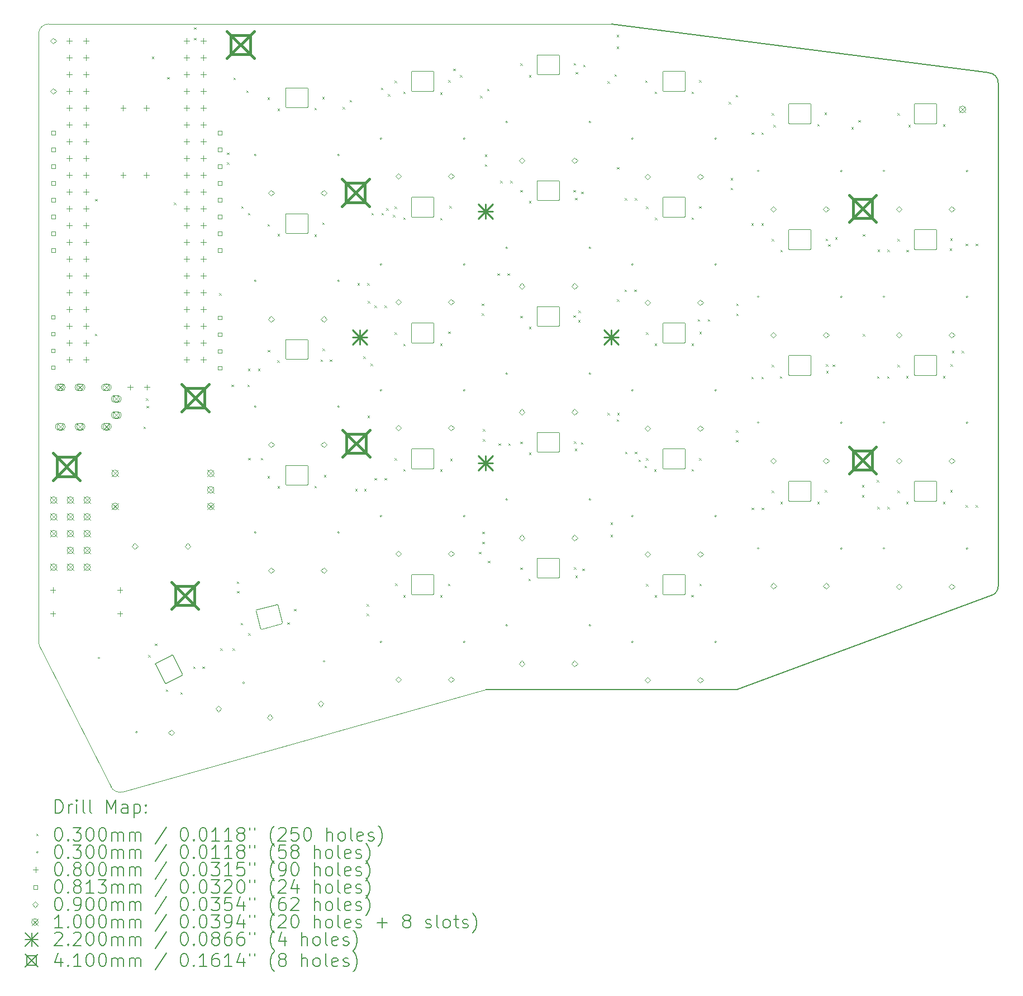
<source format=gbr>
%TF.GenerationSoftware,KiCad,Pcbnew,8.0.2*%
%TF.CreationDate,2024-06-08T11:25:09-04:00*%
%TF.ProjectId,Sofle_Pico,536f666c-655f-4506-9963-6f2e6b696361,v3.5.5*%
%TF.SameCoordinates,Original*%
%TF.FileFunction,Drillmap*%
%TF.FilePolarity,Positive*%
%FSLAX45Y45*%
G04 Gerber Fmt 4.5, Leading zero omitted, Abs format (unit mm)*
G04 Created by KiCad (PCBNEW 8.0.2) date 2024-06-08 11:25:09*
%MOMM*%
%LPD*%
G01*
G04 APERTURE LIST*
%ADD10C,0.100000*%
%ADD11C,0.150000*%
%ADD12C,0.050000*%
%ADD13C,0.200000*%
%ADD14C,0.220000*%
%ADD15C,0.410000*%
G04 APERTURE END LIST*
D10*
X9411012Y-15022043D02*
G75*
G02*
X9237768Y-14945462I-39592J144683D01*
G01*
D11*
X22682484Y-4287487D02*
X22682484Y-11907486D01*
D10*
X9411012Y-15022043D02*
X14912484Y-13472486D01*
X8140324Y-3547525D02*
X8140324Y-12753000D01*
X8140324Y-3547525D02*
G75*
G02*
X8290363Y-3397484I150046J-5D01*
G01*
D11*
X22548869Y-4137386D02*
G75*
G02*
X22682490Y-4287487I-17499J-150104D01*
G01*
D10*
X8156873Y-12823831D02*
G75*
G02*
X8140524Y-12753063I133837J68192D01*
G01*
D11*
X18722484Y-13472486D02*
X22591911Y-12045213D01*
X14912484Y-13472486D02*
X18722484Y-13472486D01*
X16817484Y-3397486D02*
X22548869Y-4137386D01*
X22682484Y-11907486D02*
G75*
G02*
X22591909Y-12045210I-149974J-14D01*
G01*
D10*
X8156673Y-12823768D02*
X9237772Y-14945460D01*
X16817484Y-3397486D02*
X8290363Y-3397486D01*
D12*
X13788501Y-4403000D02*
X13788501Y-4123000D01*
X13798501Y-4413000D02*
X14118501Y-4413000D01*
X14118501Y-4113000D02*
X13798501Y-4113000D01*
X14128501Y-4123000D02*
X14128501Y-4403000D01*
X13788501Y-4123000D02*
G75*
G02*
X13798501Y-4113000I10000J0D01*
G01*
X13798501Y-4413000D02*
G75*
G02*
X13788501Y-4403000I0J10000D01*
G01*
X14118501Y-4113000D02*
G75*
G02*
X14128501Y-4123000I0J-10000D01*
G01*
X14128501Y-4403000D02*
G75*
G02*
X14118501Y-4413000I-10000J0D01*
G01*
X11504534Y-12549211D02*
X11432065Y-12278752D01*
X11516781Y-12556282D02*
X11825878Y-12473460D01*
X11748232Y-12183682D02*
X11439136Y-12266504D01*
X11760479Y-12190753D02*
X11832949Y-12461213D01*
X11432065Y-12278752D02*
G75*
G02*
X11439136Y-12266504I9659J2588D01*
G01*
X11516781Y-12556282D02*
G75*
G02*
X11504534Y-12549211I-2588J9659D01*
G01*
X11748232Y-12183682D02*
G75*
G02*
X11760479Y-12190753I2588J-9659D01*
G01*
X11832949Y-12461213D02*
G75*
G02*
X11825878Y-12473460I-9659J-2588D01*
G01*
X19503501Y-8703000D02*
X19503501Y-8423000D01*
X19513501Y-8713000D02*
X19833501Y-8713000D01*
X19833501Y-8413000D02*
X19513501Y-8413000D01*
X19843501Y-8423000D02*
X19843501Y-8703000D01*
X19503501Y-8423000D02*
G75*
G02*
X19513501Y-8413000I10000J0D01*
G01*
X19513501Y-8713000D02*
G75*
G02*
X19503501Y-8703000I0J10000D01*
G01*
X19833501Y-8413000D02*
G75*
G02*
X19843501Y-8423000I0J-10000D01*
G01*
X19843501Y-8703000D02*
G75*
G02*
X19833501Y-8713000I-10000J0D01*
G01*
X9906525Y-13087189D02*
X10051802Y-13372311D01*
X9910895Y-13073739D02*
X10160377Y-12946622D01*
X10314733Y-13249564D02*
X10065252Y-13376681D01*
X10319104Y-13236114D02*
X10173827Y-12950992D01*
X9906525Y-13087189D02*
G75*
G02*
X9910895Y-13073739I8910J4540D01*
G01*
X10065252Y-13376681D02*
G75*
G02*
X10051802Y-13372311I-4540J8910D01*
G01*
X10160377Y-12946622D02*
G75*
G02*
X10173827Y-12950992I4540J-8910D01*
G01*
X10319104Y-13236114D02*
G75*
G02*
X10314733Y-13249564I-8910J-4540D01*
G01*
X19503501Y-6798000D02*
X19503501Y-6518000D01*
X19513501Y-6808000D02*
X19833501Y-6808000D01*
X19833501Y-6508000D02*
X19513501Y-6508000D01*
X19843501Y-6518000D02*
X19843501Y-6798000D01*
X19503501Y-6518000D02*
G75*
G02*
X19513501Y-6508000I10000J0D01*
G01*
X19513501Y-6808000D02*
G75*
G02*
X19503501Y-6798000I0J10000D01*
G01*
X19833501Y-6508000D02*
G75*
G02*
X19843501Y-6518000I0J-10000D01*
G01*
X19843501Y-6798000D02*
G75*
G02*
X19833501Y-6808000I-10000J0D01*
G01*
X19503501Y-4893000D02*
X19503501Y-4613000D01*
X19513501Y-4903000D02*
X19833501Y-4903000D01*
X19833501Y-4603000D02*
X19513501Y-4603000D01*
X19843501Y-4613000D02*
X19843501Y-4893000D01*
X19503501Y-4613000D02*
G75*
G02*
X19513501Y-4603000I10000J0D01*
G01*
X19513501Y-4903000D02*
G75*
G02*
X19503501Y-4893000I0J10000D01*
G01*
X19833501Y-4603000D02*
G75*
G02*
X19843501Y-4613000I0J-10000D01*
G01*
X19843501Y-4893000D02*
G75*
G02*
X19833501Y-4903000I-10000J0D01*
G01*
X19503501Y-10608000D02*
X19503501Y-10328000D01*
X19513501Y-10618000D02*
X19833501Y-10618000D01*
X19833501Y-10318000D02*
X19513501Y-10318000D01*
X19843501Y-10328000D02*
X19843501Y-10608000D01*
X19503501Y-10328000D02*
G75*
G02*
X19513501Y-10318000I10000J0D01*
G01*
X19513501Y-10618000D02*
G75*
G02*
X19503501Y-10608000I0J10000D01*
G01*
X19833501Y-10318000D02*
G75*
G02*
X19843501Y-10328000I0J-10000D01*
G01*
X19843501Y-10608000D02*
G75*
G02*
X19833501Y-10618000I-10000J0D01*
G01*
X13788501Y-6308000D02*
X13788501Y-6028000D01*
X13798501Y-6318000D02*
X14118501Y-6318000D01*
X14118501Y-6018000D02*
X13798501Y-6018000D01*
X14128501Y-6028000D02*
X14128501Y-6308000D01*
X13788501Y-6028000D02*
G75*
G02*
X13798501Y-6018000I10000J0D01*
G01*
X13798501Y-6318000D02*
G75*
G02*
X13788501Y-6308000I0J10000D01*
G01*
X14118501Y-6018000D02*
G75*
G02*
X14128501Y-6028000I0J-10000D01*
G01*
X14128501Y-6308000D02*
G75*
G02*
X14118501Y-6318000I-10000J0D01*
G01*
X17598501Y-10118000D02*
X17598501Y-9838000D01*
X17608501Y-10128000D02*
X17928501Y-10128000D01*
X17928501Y-9828000D02*
X17608501Y-9828000D01*
X17938501Y-9838000D02*
X17938501Y-10118000D01*
X17598501Y-9838000D02*
G75*
G02*
X17608501Y-9828000I10000J0D01*
G01*
X17608501Y-10128000D02*
G75*
G02*
X17598501Y-10118000I0J10000D01*
G01*
X17928501Y-9828000D02*
G75*
G02*
X17938501Y-9838000I0J-10000D01*
G01*
X17938501Y-10118000D02*
G75*
G02*
X17928501Y-10128000I-10000J0D01*
G01*
X15693501Y-9868000D02*
X15693501Y-9588000D01*
X15703501Y-9878000D02*
X16023501Y-9878000D01*
X16023501Y-9578000D02*
X15703501Y-9578000D01*
X16033501Y-9588000D02*
X16033501Y-9868000D01*
X15693501Y-9588000D02*
G75*
G02*
X15703501Y-9578000I10000J0D01*
G01*
X15703501Y-9878000D02*
G75*
G02*
X15693501Y-9868000I0J10000D01*
G01*
X16023501Y-9578000D02*
G75*
G02*
X16033501Y-9588000I0J-10000D01*
G01*
X16033501Y-9868000D02*
G75*
G02*
X16023501Y-9878000I-10000J0D01*
G01*
X21408501Y-8703000D02*
X21408501Y-8423000D01*
X21418501Y-8713000D02*
X21738501Y-8713000D01*
X21738501Y-8413000D02*
X21418501Y-8413000D01*
X21748501Y-8423000D02*
X21748501Y-8703000D01*
X21408501Y-8423000D02*
G75*
G02*
X21418501Y-8413000I10000J0D01*
G01*
X21418501Y-8713000D02*
G75*
G02*
X21408501Y-8703000I0J10000D01*
G01*
X21738501Y-8413000D02*
G75*
G02*
X21748501Y-8423000I0J-10000D01*
G01*
X21748501Y-8703000D02*
G75*
G02*
X21738501Y-8713000I-10000J0D01*
G01*
X11883501Y-8463000D02*
X11883501Y-8183000D01*
X11893501Y-8473000D02*
X12213501Y-8473000D01*
X12213501Y-8173000D02*
X11893501Y-8173000D01*
X12223501Y-8183000D02*
X12223501Y-8463000D01*
X11883501Y-8183000D02*
G75*
G02*
X11893501Y-8173000I10000J0D01*
G01*
X11893501Y-8473000D02*
G75*
G02*
X11883501Y-8463000I0J10000D01*
G01*
X12213501Y-8173000D02*
G75*
G02*
X12223501Y-8183000I0J-10000D01*
G01*
X12223501Y-8463000D02*
G75*
G02*
X12213501Y-8473000I-10000J0D01*
G01*
X17598501Y-6308000D02*
X17598501Y-6028000D01*
X17608501Y-6318000D02*
X17928501Y-6318000D01*
X17928501Y-6018000D02*
X17608501Y-6018000D01*
X17938501Y-6028000D02*
X17938501Y-6308000D01*
X17598501Y-6028000D02*
G75*
G02*
X17608501Y-6018000I10000J0D01*
G01*
X17608501Y-6318000D02*
G75*
G02*
X17598501Y-6308000I0J10000D01*
G01*
X17928501Y-6018000D02*
G75*
G02*
X17938501Y-6028000I0J-10000D01*
G01*
X17938501Y-6308000D02*
G75*
G02*
X17928501Y-6318000I-10000J0D01*
G01*
X13788501Y-10118000D02*
X13788501Y-9838000D01*
X13798501Y-10128000D02*
X14118501Y-10128000D01*
X14118501Y-9828000D02*
X13798501Y-9828000D01*
X14128501Y-9838000D02*
X14128501Y-10118000D01*
X13788501Y-9838000D02*
G75*
G02*
X13798501Y-9828000I10000J0D01*
G01*
X13798501Y-10128000D02*
G75*
G02*
X13788501Y-10118000I0J10000D01*
G01*
X14118501Y-9828000D02*
G75*
G02*
X14128501Y-9838000I0J-10000D01*
G01*
X14128501Y-10118000D02*
G75*
G02*
X14118501Y-10128000I-10000J0D01*
G01*
X21408501Y-4893000D02*
X21408501Y-4613000D01*
X21418501Y-4903000D02*
X21738501Y-4903000D01*
X21738501Y-4603000D02*
X21418501Y-4603000D01*
X21748501Y-4613000D02*
X21748501Y-4893000D01*
X21408501Y-4613000D02*
G75*
G02*
X21418501Y-4603000I10000J0D01*
G01*
X21418501Y-4903000D02*
G75*
G02*
X21408501Y-4893000I0J10000D01*
G01*
X21738501Y-4603000D02*
G75*
G02*
X21748501Y-4613000I0J-10000D01*
G01*
X21748501Y-4893000D02*
G75*
G02*
X21738501Y-4903000I-10000J0D01*
G01*
X11883501Y-4653000D02*
X11883501Y-4373000D01*
X11893501Y-4663000D02*
X12213501Y-4663000D01*
X12213501Y-4363000D02*
X11893501Y-4363000D01*
X12223501Y-4373000D02*
X12223501Y-4653000D01*
X11883501Y-4373000D02*
G75*
G02*
X11893501Y-4363000I10000J0D01*
G01*
X11893501Y-4663000D02*
G75*
G02*
X11883501Y-4653000I0J10000D01*
G01*
X12213501Y-4363000D02*
G75*
G02*
X12223501Y-4373000I0J-10000D01*
G01*
X12223501Y-4653000D02*
G75*
G02*
X12213501Y-4663000I-10000J0D01*
G01*
X15693501Y-4153000D02*
X15693501Y-3873000D01*
X15703501Y-4163000D02*
X16023501Y-4163000D01*
X16023501Y-3863000D02*
X15703501Y-3863000D01*
X16033501Y-3873000D02*
X16033501Y-4153000D01*
X15693501Y-3873000D02*
G75*
G02*
X15703501Y-3863000I10000J0D01*
G01*
X15703501Y-4163000D02*
G75*
G02*
X15693501Y-4153000I0J10000D01*
G01*
X16023501Y-3863000D02*
G75*
G02*
X16033501Y-3873000I0J-10000D01*
G01*
X16033501Y-4153000D02*
G75*
G02*
X16023501Y-4163000I-10000J0D01*
G01*
X15693501Y-11773000D02*
X15693501Y-11493000D01*
X15703501Y-11783000D02*
X16023501Y-11783000D01*
X16023501Y-11483000D02*
X15703501Y-11483000D01*
X16033501Y-11493000D02*
X16033501Y-11773000D01*
X15693501Y-11493000D02*
G75*
G02*
X15703501Y-11483000I10000J0D01*
G01*
X15703501Y-11783000D02*
G75*
G02*
X15693501Y-11773000I0J10000D01*
G01*
X16023501Y-11483000D02*
G75*
G02*
X16033501Y-11493000I0J-10000D01*
G01*
X16033501Y-11773000D02*
G75*
G02*
X16023501Y-11783000I-10000J0D01*
G01*
X15693501Y-6058000D02*
X15693501Y-5778000D01*
X15703501Y-6068000D02*
X16023501Y-6068000D01*
X16023501Y-5768000D02*
X15703501Y-5768000D01*
X16033501Y-5778000D02*
X16033501Y-6058000D01*
X15693501Y-5778000D02*
G75*
G02*
X15703501Y-5768000I10000J0D01*
G01*
X15703501Y-6068000D02*
G75*
G02*
X15693501Y-6058000I0J10000D01*
G01*
X16023501Y-5768000D02*
G75*
G02*
X16033501Y-5778000I0J-10000D01*
G01*
X16033501Y-6058000D02*
G75*
G02*
X16023501Y-6068000I-10000J0D01*
G01*
X13788501Y-12023000D02*
X13788501Y-11743000D01*
X13798501Y-12033000D02*
X14118501Y-12033000D01*
X14118501Y-11733000D02*
X13798501Y-11733000D01*
X14128501Y-11743000D02*
X14128501Y-12023000D01*
X13788501Y-11743000D02*
G75*
G02*
X13798501Y-11733000I10000J0D01*
G01*
X13798501Y-12033000D02*
G75*
G02*
X13788501Y-12023000I0J10000D01*
G01*
X14118501Y-11733000D02*
G75*
G02*
X14128501Y-11743000I0J-10000D01*
G01*
X14128501Y-12023000D02*
G75*
G02*
X14118501Y-12033000I-10000J0D01*
G01*
X11883501Y-6558000D02*
X11883501Y-6278000D01*
X11893501Y-6568000D02*
X12213501Y-6568000D01*
X12213501Y-6268000D02*
X11893501Y-6268000D01*
X12223501Y-6278000D02*
X12223501Y-6558000D01*
X11883501Y-6278000D02*
G75*
G02*
X11893501Y-6268000I10000J0D01*
G01*
X11893501Y-6568000D02*
G75*
G02*
X11883501Y-6558000I0J10000D01*
G01*
X12213501Y-6268000D02*
G75*
G02*
X12223501Y-6278000I0J-10000D01*
G01*
X12223501Y-6558000D02*
G75*
G02*
X12213501Y-6568000I-10000J0D01*
G01*
X17598501Y-4403000D02*
X17598501Y-4123000D01*
X17608501Y-4413000D02*
X17928501Y-4413000D01*
X17928501Y-4113000D02*
X17608501Y-4113000D01*
X17938501Y-4123000D02*
X17938501Y-4403000D01*
X17598501Y-4123000D02*
G75*
G02*
X17608501Y-4113000I10000J0D01*
G01*
X17608501Y-4413000D02*
G75*
G02*
X17598501Y-4403000I0J10000D01*
G01*
X17928501Y-4113000D02*
G75*
G02*
X17938501Y-4123000I0J-10000D01*
G01*
X17938501Y-4403000D02*
G75*
G02*
X17928501Y-4413000I-10000J0D01*
G01*
X11883501Y-10368000D02*
X11883501Y-10088000D01*
X11893501Y-10378000D02*
X12213501Y-10378000D01*
X12213501Y-10078000D02*
X11893501Y-10078000D01*
X12223501Y-10088000D02*
X12223501Y-10368000D01*
X11883501Y-10088000D02*
G75*
G02*
X11893501Y-10078000I10000J0D01*
G01*
X11893501Y-10378000D02*
G75*
G02*
X11883501Y-10368000I0J10000D01*
G01*
X12213501Y-10078000D02*
G75*
G02*
X12223501Y-10088000I0J-10000D01*
G01*
X12223501Y-10368000D02*
G75*
G02*
X12213501Y-10378000I-10000J0D01*
G01*
X17598501Y-8213000D02*
X17598501Y-7933000D01*
X17608501Y-8223000D02*
X17928501Y-8223000D01*
X17928501Y-7923000D02*
X17608501Y-7923000D01*
X17938501Y-7933000D02*
X17938501Y-8213000D01*
X17598501Y-7933000D02*
G75*
G02*
X17608501Y-7923000I10000J0D01*
G01*
X17608501Y-8223000D02*
G75*
G02*
X17598501Y-8213000I0J10000D01*
G01*
X17928501Y-7923000D02*
G75*
G02*
X17938501Y-7933000I0J-10000D01*
G01*
X17938501Y-8213000D02*
G75*
G02*
X17928501Y-8223000I-10000J0D01*
G01*
X13788501Y-8213000D02*
X13788501Y-7933000D01*
X13798501Y-8223000D02*
X14118501Y-8223000D01*
X14118501Y-7923000D02*
X13798501Y-7923000D01*
X14128501Y-7933000D02*
X14128501Y-8213000D01*
X13788501Y-7933000D02*
G75*
G02*
X13798501Y-7923000I10000J0D01*
G01*
X13798501Y-8223000D02*
G75*
G02*
X13788501Y-8213000I0J10000D01*
G01*
X14118501Y-7923000D02*
G75*
G02*
X14128501Y-7933000I0J-10000D01*
G01*
X14128501Y-8213000D02*
G75*
G02*
X14118501Y-8223000I-10000J0D01*
G01*
X15693501Y-7963000D02*
X15693501Y-7683000D01*
X15703501Y-7973000D02*
X16023501Y-7973000D01*
X16023501Y-7673000D02*
X15703501Y-7673000D01*
X16033501Y-7683000D02*
X16033501Y-7963000D01*
X15693501Y-7683000D02*
G75*
G02*
X15703501Y-7673000I10000J0D01*
G01*
X15703501Y-7973000D02*
G75*
G02*
X15693501Y-7963000I0J10000D01*
G01*
X16023501Y-7673000D02*
G75*
G02*
X16033501Y-7683000I0J-10000D01*
G01*
X16033501Y-7963000D02*
G75*
G02*
X16023501Y-7973000I-10000J0D01*
G01*
X21408501Y-6798000D02*
X21408501Y-6518000D01*
X21418501Y-6808000D02*
X21738501Y-6808000D01*
X21738501Y-6508000D02*
X21418501Y-6508000D01*
X21748501Y-6518000D02*
X21748501Y-6798000D01*
X21408501Y-6518000D02*
G75*
G02*
X21418501Y-6508000I10000J0D01*
G01*
X21418501Y-6808000D02*
G75*
G02*
X21408501Y-6798000I0J10000D01*
G01*
X21738501Y-6508000D02*
G75*
G02*
X21748501Y-6518000I0J-10000D01*
G01*
X21748501Y-6798000D02*
G75*
G02*
X21738501Y-6808000I-10000J0D01*
G01*
X21408501Y-10608000D02*
X21408501Y-10328000D01*
X21418501Y-10618000D02*
X21738501Y-10618000D01*
X21738501Y-10318000D02*
X21418501Y-10318000D01*
X21748501Y-10328000D02*
X21748501Y-10608000D01*
X21408501Y-10328000D02*
G75*
G02*
X21418501Y-10318000I10000J0D01*
G01*
X21418501Y-10618000D02*
G75*
G02*
X21408501Y-10608000I0J10000D01*
G01*
X21738501Y-10318000D02*
G75*
G02*
X21748501Y-10328000I0J-10000D01*
G01*
X21748501Y-10608000D02*
G75*
G02*
X21738501Y-10618000I-10000J0D01*
G01*
X17598501Y-12023000D02*
X17598501Y-11743000D01*
X17608501Y-12033000D02*
X17928501Y-12033000D01*
X17928501Y-11733000D02*
X17608501Y-11733000D01*
X17938501Y-11743000D02*
X17938501Y-12023000D01*
X17598501Y-11743000D02*
G75*
G02*
X17608501Y-11733000I10000J0D01*
G01*
X17608501Y-12033000D02*
G75*
G02*
X17598501Y-12023000I0J10000D01*
G01*
X17928501Y-11733000D02*
G75*
G02*
X17938501Y-11743000I0J-10000D01*
G01*
X17938501Y-12023000D02*
G75*
G02*
X17928501Y-12033000I-10000J0D01*
G01*
D13*
D10*
X8993940Y-8085540D02*
X9023940Y-8115540D01*
X9023940Y-8085540D02*
X8993940Y-8115540D01*
X8995300Y-6045920D02*
X9025300Y-6075920D01*
X9025300Y-6045920D02*
X8995300Y-6075920D01*
X9730000Y-9490000D02*
X9760000Y-9520000D01*
X9760000Y-9490000D02*
X9730000Y-9520000D01*
X9770000Y-9062500D02*
X9800000Y-9092500D01*
X9800000Y-9062500D02*
X9770000Y-9092500D01*
X9776000Y-9179000D02*
X9806000Y-9209000D01*
X9806000Y-9179000D02*
X9776000Y-9209000D01*
X9800000Y-12950000D02*
X9830000Y-12980000D01*
X9830000Y-12950000D02*
X9800000Y-12980000D01*
X9857540Y-3891486D02*
X9887540Y-3921486D01*
X9887540Y-3891486D02*
X9857540Y-3921486D01*
X9902500Y-12777500D02*
X9932500Y-12807500D01*
X9932500Y-12777500D02*
X9902500Y-12807500D01*
X10070000Y-13470000D02*
X10100000Y-13500000D01*
X10100000Y-13470000D02*
X10070000Y-13500000D01*
X10088680Y-4199730D02*
X10118680Y-4229730D01*
X10118680Y-4199730D02*
X10088680Y-4229730D01*
X10193260Y-6100360D02*
X10223260Y-6130360D01*
X10223260Y-6100360D02*
X10193260Y-6130360D01*
X10290000Y-13515000D02*
X10320000Y-13545000D01*
X10320000Y-13515000D02*
X10290000Y-13545000D01*
X10482500Y-13125888D02*
X10512500Y-13155888D01*
X10512500Y-13125888D02*
X10482500Y-13155888D01*
X10495000Y-3447500D02*
X10525000Y-3477500D01*
X10525000Y-3447500D02*
X10495000Y-3477500D01*
X10495000Y-3607500D02*
X10525000Y-3637500D01*
X10525000Y-3607500D02*
X10495000Y-3637500D01*
X10625000Y-13122500D02*
X10655000Y-13152500D01*
X10655000Y-13122500D02*
X10625000Y-13152500D01*
X10876000Y-7471000D02*
X10906000Y-7501000D01*
X10906000Y-7471000D02*
X10876000Y-7501000D01*
X10892500Y-12847500D02*
X10922500Y-12877500D01*
X10922500Y-12847500D02*
X10892500Y-12877500D01*
X10995000Y-5342114D02*
X11025000Y-5372114D01*
X11025000Y-5342114D02*
X10995000Y-5372114D01*
X10995000Y-5492500D02*
X11025000Y-5522500D01*
X11025000Y-5492500D02*
X10995000Y-5522500D01*
X11064550Y-8855000D02*
X11094550Y-8885000D01*
X11094550Y-8855000D02*
X11064550Y-8885000D01*
X11080000Y-12847500D02*
X11110000Y-12877500D01*
X11110000Y-12847500D02*
X11080000Y-12877500D01*
X11090980Y-4208480D02*
X11120980Y-4238480D01*
X11120980Y-4208480D02*
X11090980Y-4238480D01*
X11142500Y-11837500D02*
X11172500Y-11867500D01*
X11172500Y-11837500D02*
X11142500Y-11867500D01*
X11145888Y-11980000D02*
X11175888Y-12010000D01*
X11175888Y-11980000D02*
X11145888Y-12010000D01*
X11202500Y-12462500D02*
X11232500Y-12492500D01*
X11232500Y-12462500D02*
X11202500Y-12492500D01*
X11210000Y-6157500D02*
X11240000Y-6187500D01*
X11240000Y-6157500D02*
X11210000Y-6187500D01*
X11289100Y-4401520D02*
X11319100Y-4431520D01*
X11319100Y-4401520D02*
X11289100Y-4431520D01*
X11305450Y-8855000D02*
X11335450Y-8885000D01*
X11335450Y-8855000D02*
X11305450Y-8885000D01*
X11312346Y-6258666D02*
X11342346Y-6288666D01*
X11342346Y-6258666D02*
X11312346Y-6288666D01*
X11312500Y-8615888D02*
X11342500Y-8645888D01*
X11342500Y-8615888D02*
X11312500Y-8645888D01*
X11315000Y-12620000D02*
X11345000Y-12650000D01*
X11345000Y-12620000D02*
X11315000Y-12650000D01*
X11318388Y-9964112D02*
X11348388Y-9994112D01*
X11348388Y-9964112D02*
X11318388Y-9994112D01*
X11465000Y-8615000D02*
X11495000Y-8645000D01*
X11495000Y-8615000D02*
X11465000Y-8645000D01*
X11507944Y-9964112D02*
X11537944Y-9994112D01*
X11537944Y-9964112D02*
X11507944Y-9994112D01*
X11607748Y-10240750D02*
X11637748Y-10270750D01*
X11637748Y-10240750D02*
X11607748Y-10270750D01*
X11608750Y-4508750D02*
X11638750Y-4538750D01*
X11638750Y-4508750D02*
X11608750Y-4538750D01*
X11610248Y-6425750D02*
X11640248Y-6455750D01*
X11640248Y-6425750D02*
X11610248Y-6455750D01*
X11615248Y-8333250D02*
X11645248Y-8363250D01*
X11645248Y-8333250D02*
X11615248Y-8363250D01*
X11756499Y-8488501D02*
X11786499Y-8518501D01*
X11786499Y-8488501D02*
X11756499Y-8518501D01*
X11760000Y-4680000D02*
X11790000Y-4710000D01*
X11790000Y-4680000D02*
X11760000Y-4710000D01*
X11760000Y-6575000D02*
X11790000Y-6605000D01*
X11790000Y-6575000D02*
X11760000Y-6605000D01*
X11760000Y-10395000D02*
X11790000Y-10425000D01*
X11790000Y-10395000D02*
X11760000Y-10425000D01*
X11910000Y-12455000D02*
X11940000Y-12485000D01*
X11940000Y-12455000D02*
X11910000Y-12485000D01*
X12012500Y-12252500D02*
X12042500Y-12282500D01*
X12042500Y-12252500D02*
X12012500Y-12282500D01*
X12320000Y-4665000D02*
X12350000Y-4695000D01*
X12350000Y-4665000D02*
X12320000Y-4695000D01*
X12320000Y-6585000D02*
X12350000Y-6615000D01*
X12350000Y-6585000D02*
X12320000Y-6615000D01*
X12320000Y-10390000D02*
X12350000Y-10420000D01*
X12350000Y-10390000D02*
X12320000Y-10420000D01*
X12415000Y-8475000D02*
X12445000Y-8505000D01*
X12445000Y-8475000D02*
X12415000Y-8505000D01*
X12438000Y-4502000D02*
X12468000Y-4532000D01*
X12468000Y-4502000D02*
X12438000Y-4532000D01*
X12438000Y-6402000D02*
X12468000Y-6432000D01*
X12468000Y-6402000D02*
X12438000Y-6432000D01*
X12441548Y-8310359D02*
X12471548Y-8340359D01*
X12471548Y-8310359D02*
X12441548Y-8340359D01*
X12463000Y-10224500D02*
X12493000Y-10254500D01*
X12493000Y-10224500D02*
X12463000Y-10254500D01*
X12555000Y-8475000D02*
X12585000Y-8505000D01*
X12585000Y-8475000D02*
X12555000Y-8505000D01*
X12747500Y-4655000D02*
X12777500Y-4685000D01*
X12777500Y-4655000D02*
X12747500Y-4685000D01*
X12853566Y-4548934D02*
X12883566Y-4578934D01*
X12883566Y-4548934D02*
X12853566Y-4578934D01*
X12937255Y-10435000D02*
X12967255Y-10465000D01*
X12967255Y-10435000D02*
X12937255Y-10465000D01*
X12972307Y-7320000D02*
X13002307Y-7350000D01*
X13002307Y-7320000D02*
X12972307Y-7350000D01*
X13063661Y-8431161D02*
X13093661Y-8461161D01*
X13093661Y-8431161D02*
X13063661Y-8461161D01*
X13072745Y-10435000D02*
X13102745Y-10465000D01*
X13102745Y-10435000D02*
X13072745Y-10465000D01*
X13110594Y-12325839D02*
X13140594Y-12355839D01*
X13140594Y-12325839D02*
X13110594Y-12355839D01*
X13112500Y-12180000D02*
X13142500Y-12210000D01*
X13142500Y-12180000D02*
X13112500Y-12210000D01*
X13122693Y-7320000D02*
X13152693Y-7350000D01*
X13152693Y-7320000D02*
X13122693Y-7350000D01*
X13125000Y-9327500D02*
X13155000Y-9357500D01*
X13155000Y-9327500D02*
X13125000Y-9357500D01*
X13127500Y-7590000D02*
X13157500Y-7620000D01*
X13157500Y-7590000D02*
X13127500Y-7620000D01*
X13170000Y-8537500D02*
X13200000Y-8567500D01*
X13200000Y-8537500D02*
X13170000Y-8567500D01*
X13185000Y-6257500D02*
X13215000Y-6287500D01*
X13215000Y-6257500D02*
X13185000Y-6287500D01*
X13232500Y-7657500D02*
X13262500Y-7687500D01*
X13262500Y-7657500D02*
X13232500Y-7687500D01*
X13232500Y-10272500D02*
X13262500Y-10302500D01*
X13262500Y-10272500D02*
X13232500Y-10302500D01*
X13330000Y-4360000D02*
X13360000Y-4390000D01*
X13360000Y-4360000D02*
X13330000Y-4390000D01*
X13335000Y-6257500D02*
X13365000Y-6287500D01*
X13365000Y-6257500D02*
X13335000Y-6287500D01*
X13382500Y-7657500D02*
X13412500Y-7687500D01*
X13412500Y-7657500D02*
X13382500Y-7687500D01*
X13382500Y-10272500D02*
X13412500Y-10302500D01*
X13412500Y-10272500D02*
X13382500Y-10302500D01*
X13410000Y-6185000D02*
X13440000Y-6215000D01*
X13440000Y-6185000D02*
X13410000Y-6215000D01*
X13435000Y-4460000D02*
X13465000Y-4490000D01*
X13465000Y-4460000D02*
X13435000Y-4490000D01*
X13510000Y-6285000D02*
X13540000Y-6315000D01*
X13540000Y-6285000D02*
X13510000Y-6315000D01*
X13537500Y-4255000D02*
X13567500Y-4285000D01*
X13567500Y-4255000D02*
X13537500Y-4285000D01*
X13537500Y-6160000D02*
X13567500Y-6190000D01*
X13567500Y-6160000D02*
X13537500Y-6190000D01*
X13537500Y-8065000D02*
X13567500Y-8095000D01*
X13567500Y-8065000D02*
X13537500Y-8095000D01*
X13537500Y-9970000D02*
X13567500Y-10000000D01*
X13567500Y-9970000D02*
X13537500Y-10000000D01*
X13544502Y-11867251D02*
X13574502Y-11897251D01*
X13574502Y-11867251D02*
X13544502Y-11897251D01*
X13665000Y-4420000D02*
X13695000Y-4450000D01*
X13695000Y-4420000D02*
X13665000Y-4450000D01*
X13665000Y-6325000D02*
X13695000Y-6355000D01*
X13695000Y-6325000D02*
X13665000Y-6355000D01*
X13665000Y-8240000D02*
X13695000Y-8270000D01*
X13695000Y-8240000D02*
X13665000Y-8270000D01*
X13665000Y-10135000D02*
X13695000Y-10165000D01*
X13695000Y-10135000D02*
X13665000Y-10165000D01*
X13665000Y-12045000D02*
X13695000Y-12075000D01*
X13695000Y-12045000D02*
X13665000Y-12075000D01*
X14225000Y-6335000D02*
X14255000Y-6365000D01*
X14255000Y-6335000D02*
X14225000Y-6365000D01*
X14225000Y-8235000D02*
X14255000Y-8265000D01*
X14255000Y-8235000D02*
X14225000Y-8265000D01*
X14225000Y-10140000D02*
X14255000Y-10170000D01*
X14255000Y-10140000D02*
X14225000Y-10170000D01*
X14225000Y-12045000D02*
X14255000Y-12075000D01*
X14255000Y-12045000D02*
X14225000Y-12075000D01*
X14226499Y-4432000D02*
X14256499Y-4462000D01*
X14256499Y-4432000D02*
X14226499Y-4462000D01*
X14345500Y-11869500D02*
X14375500Y-11899500D01*
X14375500Y-11869500D02*
X14345500Y-11899500D01*
X14347000Y-8054000D02*
X14377000Y-8084000D01*
X14377000Y-8054000D02*
X14347000Y-8084000D01*
X14348000Y-4248000D02*
X14378000Y-4278000D01*
X14378000Y-4248000D02*
X14348000Y-4278000D01*
X14363000Y-6152000D02*
X14393000Y-6182000D01*
X14393000Y-6152000D02*
X14363000Y-6182000D01*
X14377500Y-9980000D02*
X14407500Y-10010000D01*
X14407500Y-9980000D02*
X14377500Y-10010000D01*
X14422500Y-4072500D02*
X14452500Y-4102500D01*
X14452500Y-4072500D02*
X14422500Y-4102500D01*
X14527500Y-4172500D02*
X14557500Y-4202500D01*
X14557500Y-4172500D02*
X14527500Y-4202500D01*
X14814917Y-11389917D02*
X14844917Y-11419917D01*
X14844917Y-11389917D02*
X14814917Y-11419917D01*
X14832500Y-4482500D02*
X14862500Y-4512500D01*
X14862500Y-4482500D02*
X14832500Y-4512500D01*
X14857500Y-7627307D02*
X14887500Y-7657307D01*
X14887500Y-7627307D02*
X14857500Y-7657307D01*
X14857500Y-7777693D02*
X14887500Y-7807693D01*
X14887500Y-7777693D02*
X14857500Y-7807693D01*
X14865000Y-11084807D02*
X14895000Y-11114807D01*
X14895000Y-11084807D02*
X14865000Y-11114807D01*
X14865000Y-11235193D02*
X14895000Y-11265193D01*
X14895000Y-11235193D02*
X14865000Y-11265193D01*
X14875000Y-9529807D02*
X14905000Y-9559807D01*
X14905000Y-9529807D02*
X14875000Y-9559807D01*
X14875000Y-9680193D02*
X14905000Y-9710193D01*
X14905000Y-9680193D02*
X14875000Y-9710193D01*
X14902500Y-5372114D02*
X14932500Y-5402114D01*
X14932500Y-5372114D02*
X14902500Y-5402114D01*
X14902500Y-5522500D02*
X14932500Y-5552500D01*
X14932500Y-5522500D02*
X14902500Y-5552500D01*
X14938566Y-4376434D02*
X14968566Y-4406434D01*
X14968566Y-4376434D02*
X14938566Y-4406434D01*
X14947500Y-11522500D02*
X14977500Y-11552500D01*
X14977500Y-11522500D02*
X14947500Y-11552500D01*
X15095000Y-7172500D02*
X15125000Y-7202500D01*
X15125000Y-7172500D02*
X15095000Y-7202500D01*
X15110000Y-9747500D02*
X15140000Y-9777500D01*
X15140000Y-9747500D02*
X15110000Y-9777500D01*
X15137500Y-5770000D02*
X15167500Y-5800000D01*
X15167500Y-5770000D02*
X15137500Y-5800000D01*
X15245000Y-7172500D02*
X15275000Y-7202500D01*
X15275000Y-7172500D02*
X15245000Y-7202500D01*
X15260000Y-9747500D02*
X15290000Y-9777500D01*
X15290000Y-9747500D02*
X15260000Y-9777500D01*
X15287500Y-5770000D02*
X15317500Y-5800000D01*
X15317500Y-5770000D02*
X15287500Y-5800000D01*
X15442500Y-3994000D02*
X15472500Y-4024000D01*
X15472500Y-3994000D02*
X15442500Y-4024000D01*
X15442500Y-5910000D02*
X15472500Y-5940000D01*
X15472500Y-5910000D02*
X15442500Y-5940000D01*
X15442500Y-7815000D02*
X15472500Y-7845000D01*
X15472500Y-7815000D02*
X15442500Y-7845000D01*
X15442500Y-9720000D02*
X15472500Y-9750000D01*
X15472500Y-9720000D02*
X15442500Y-9750000D01*
X15442500Y-11625000D02*
X15472500Y-11655000D01*
X15472500Y-11625000D02*
X15442500Y-11655000D01*
X15565000Y-11795000D02*
X15595000Y-11825000D01*
X15595000Y-11795000D02*
X15565000Y-11825000D01*
X15570000Y-4170000D02*
X15600000Y-4200000D01*
X15600000Y-4170000D02*
X15570000Y-4200000D01*
X15570000Y-6075000D02*
X15600000Y-6105000D01*
X15600000Y-6075000D02*
X15570000Y-6105000D01*
X15570000Y-7980000D02*
X15600000Y-8010000D01*
X15600000Y-7980000D02*
X15570000Y-8010000D01*
X15570000Y-9885000D02*
X15600000Y-9915000D01*
X15600000Y-9885000D02*
X15570000Y-9915000D01*
X16243000Y-7808000D02*
X16273000Y-7838000D01*
X16273000Y-7808000D02*
X16243000Y-7838000D01*
X16246251Y-5910749D02*
X16276251Y-5940749D01*
X16276251Y-5910749D02*
X16246251Y-5940749D01*
X16249000Y-3990000D02*
X16279000Y-4020000D01*
X16279000Y-3990000D02*
X16249000Y-4020000D01*
X16253000Y-11622000D02*
X16283000Y-11652000D01*
X16283000Y-11622000D02*
X16253000Y-11652000D01*
X16255500Y-9717000D02*
X16285500Y-9747000D01*
X16285500Y-9717000D02*
X16255500Y-9747000D01*
X16265000Y-9825000D02*
X16295000Y-9855000D01*
X16295000Y-9825000D02*
X16265000Y-9855000D01*
X16269194Y-6030806D02*
X16299194Y-6060806D01*
X16299194Y-6030806D02*
X16269194Y-6060806D01*
X16275000Y-11750000D02*
X16305000Y-11780000D01*
X16305000Y-11750000D02*
X16275000Y-11780000D01*
X16280000Y-4125000D02*
X16310000Y-4155000D01*
X16310000Y-4125000D02*
X16280000Y-4155000D01*
X16315000Y-7880000D02*
X16345000Y-7910000D01*
X16345000Y-7880000D02*
X16315000Y-7910000D01*
X16320000Y-7735000D02*
X16350000Y-7765000D01*
X16350000Y-7735000D02*
X16320000Y-7765000D01*
X16360000Y-9730000D02*
X16390000Y-9760000D01*
X16390000Y-9730000D02*
X16360000Y-9760000D01*
X16365000Y-5935000D02*
X16395000Y-5965000D01*
X16395000Y-5935000D02*
X16365000Y-5965000D01*
X16382500Y-11642500D02*
X16412500Y-11672500D01*
X16412500Y-11642500D02*
X16382500Y-11672500D01*
X16392500Y-4015000D02*
X16422500Y-4045000D01*
X16422500Y-4015000D02*
X16392500Y-4045000D01*
X16759807Y-9285000D02*
X16789807Y-9315000D01*
X16789807Y-9285000D02*
X16759807Y-9315000D01*
X16760000Y-4265000D02*
X16790000Y-4295000D01*
X16790000Y-4265000D02*
X16760000Y-4295000D01*
X16807500Y-10943750D02*
X16837500Y-10973750D01*
X16837500Y-10943750D02*
X16807500Y-10973750D01*
X16807500Y-11131250D02*
X16837500Y-11161250D01*
X16837500Y-11131250D02*
X16807500Y-11161250D01*
X16866066Y-4158934D02*
X16896066Y-4188934D01*
X16896066Y-4158934D02*
X16866066Y-4188934D01*
X16900000Y-3563223D02*
X16930000Y-3593223D01*
X16930000Y-3563223D02*
X16900000Y-3593223D01*
X16900000Y-3740000D02*
X16930000Y-3770000D01*
X16930000Y-3740000D02*
X16900000Y-3770000D01*
X16902500Y-9382500D02*
X16932500Y-9412500D01*
X16932500Y-9382500D02*
X16902500Y-9412500D01*
X16905000Y-5562500D02*
X16935000Y-5592500D01*
X16935000Y-5562500D02*
X16905000Y-5592500D01*
X16905000Y-7565000D02*
X16935000Y-7595000D01*
X16935000Y-7565000D02*
X16905000Y-7595000D01*
X16910193Y-9285000D02*
X16940193Y-9315000D01*
X16940193Y-9285000D02*
X16910193Y-9315000D01*
X17020000Y-7417500D02*
X17050000Y-7447500D01*
X17050000Y-7417500D02*
X17020000Y-7447500D01*
X17025000Y-6035000D02*
X17055000Y-6065000D01*
X17055000Y-6035000D02*
X17025000Y-6065000D01*
X17027500Y-9872500D02*
X17057500Y-9902500D01*
X17057500Y-9872500D02*
X17027500Y-9902500D01*
X17170000Y-7417500D02*
X17200000Y-7447500D01*
X17200000Y-7417500D02*
X17170000Y-7447500D01*
X17175000Y-6035000D02*
X17205000Y-6065000D01*
X17205000Y-6035000D02*
X17175000Y-6065000D01*
X17177500Y-9872500D02*
X17207500Y-9902500D01*
X17207500Y-9872500D02*
X17177500Y-9902500D01*
X17230000Y-9990000D02*
X17260000Y-10020000D01*
X17260000Y-9990000D02*
X17230000Y-10020000D01*
X17325806Y-10085806D02*
X17355806Y-10115806D01*
X17355806Y-10085806D02*
X17325806Y-10115806D01*
X17331000Y-4252000D02*
X17361000Y-4282000D01*
X17361000Y-4252000D02*
X17331000Y-4282000D01*
X17347500Y-6160000D02*
X17377500Y-6190000D01*
X17377500Y-6160000D02*
X17347500Y-6190000D01*
X17347500Y-8065000D02*
X17377500Y-8095000D01*
X17377500Y-8065000D02*
X17347500Y-8095000D01*
X17347500Y-9970000D02*
X17377500Y-10000000D01*
X17377500Y-9970000D02*
X17347500Y-10000000D01*
X17347500Y-11875000D02*
X17377500Y-11905000D01*
X17377500Y-11875000D02*
X17347500Y-11905000D01*
X17470000Y-10140000D02*
X17500000Y-10170000D01*
X17500000Y-10140000D02*
X17470000Y-10170000D01*
X17475000Y-4420000D02*
X17505000Y-4450000D01*
X17505000Y-4420000D02*
X17475000Y-4450000D01*
X17475000Y-8235000D02*
X17505000Y-8265000D01*
X17505000Y-8235000D02*
X17475000Y-8265000D01*
X17475000Y-12045000D02*
X17505000Y-12075000D01*
X17505000Y-12045000D02*
X17475000Y-12075000D01*
X17480000Y-6330000D02*
X17510000Y-6360000D01*
X17510000Y-6330000D02*
X17480000Y-6360000D01*
X18031499Y-12039250D02*
X18061499Y-12069250D01*
X18061499Y-12039250D02*
X18031499Y-12069250D01*
X18035000Y-4420000D02*
X18065000Y-4450000D01*
X18065000Y-4420000D02*
X18035000Y-4450000D01*
X18035000Y-6325000D02*
X18065000Y-6355000D01*
X18065000Y-6325000D02*
X18035000Y-6355000D01*
X18035000Y-8235000D02*
X18065000Y-8265000D01*
X18065000Y-8235000D02*
X18035000Y-8265000D01*
X18035000Y-10135000D02*
X18065000Y-10165000D01*
X18065000Y-10135000D02*
X18035000Y-10165000D01*
X18129807Y-7867500D02*
X18159807Y-7897500D01*
X18159807Y-7867500D02*
X18129807Y-7897500D01*
X18148000Y-6156000D02*
X18178000Y-6186000D01*
X18178000Y-6156000D02*
X18148000Y-6186000D01*
X18150500Y-4246660D02*
X18180500Y-4276660D01*
X18180500Y-4246660D02*
X18150500Y-4276660D01*
X18151000Y-9968000D02*
X18181000Y-9998000D01*
X18181000Y-9968000D02*
X18151000Y-9998000D01*
X18153000Y-8058000D02*
X18183000Y-8088000D01*
X18183000Y-8058000D02*
X18153000Y-8088000D01*
X18153000Y-11871000D02*
X18183000Y-11901000D01*
X18183000Y-11871000D02*
X18153000Y-11901000D01*
X18280193Y-7867500D02*
X18310193Y-7897500D01*
X18310193Y-7867500D02*
X18280193Y-7897500D01*
X18600000Y-4577500D02*
X18630000Y-4607500D01*
X18630000Y-4577500D02*
X18600000Y-4607500D01*
X18630000Y-5727307D02*
X18660000Y-5757307D01*
X18660000Y-5727307D02*
X18630000Y-5757307D01*
X18630000Y-5877693D02*
X18660000Y-5907693D01*
X18660000Y-5877693D02*
X18630000Y-5907693D01*
X18706066Y-4471434D02*
X18736066Y-4501434D01*
X18736066Y-4471434D02*
X18706066Y-4501434D01*
X18710000Y-9544807D02*
X18740000Y-9574807D01*
X18740000Y-9544807D02*
X18710000Y-9574807D01*
X18710000Y-9695193D02*
X18740000Y-9725193D01*
X18740000Y-9695193D02*
X18710000Y-9725193D01*
X18712500Y-7629807D02*
X18742500Y-7659807D01*
X18742500Y-7629807D02*
X18712500Y-7659807D01*
X18712500Y-7780193D02*
X18742500Y-7810193D01*
X18742500Y-7780193D02*
X18712500Y-7810193D01*
X18942500Y-6415000D02*
X18972500Y-6445000D01*
X18972500Y-6415000D02*
X18942500Y-6445000D01*
X18942500Y-8740000D02*
X18972500Y-8770000D01*
X18972500Y-8740000D02*
X18942500Y-8770000D01*
X18945000Y-5040000D02*
X18975000Y-5070000D01*
X18975000Y-5040000D02*
X18945000Y-5070000D01*
X18947500Y-10720000D02*
X18977500Y-10750000D01*
X18977500Y-10720000D02*
X18947500Y-10750000D01*
X19092500Y-6415000D02*
X19122500Y-6445000D01*
X19122500Y-6415000D02*
X19092500Y-6445000D01*
X19092500Y-8740000D02*
X19122500Y-8770000D01*
X19122500Y-8740000D02*
X19092500Y-8770000D01*
X19095000Y-5040000D02*
X19125000Y-5070000D01*
X19125000Y-5040000D02*
X19095000Y-5070000D01*
X19097500Y-10720000D02*
X19127500Y-10750000D01*
X19127500Y-10720000D02*
X19097500Y-10750000D01*
X19252500Y-4745000D02*
X19282500Y-4775000D01*
X19282500Y-4745000D02*
X19252500Y-4775000D01*
X19252500Y-6650000D02*
X19282500Y-6680000D01*
X19282500Y-6650000D02*
X19252500Y-6680000D01*
X19252500Y-8555000D02*
X19282500Y-8585000D01*
X19282500Y-8555000D02*
X19252500Y-8585000D01*
X19252500Y-10460000D02*
X19282500Y-10490000D01*
X19282500Y-10460000D02*
X19252500Y-10490000D01*
X19275000Y-4922500D02*
X19305000Y-4952500D01*
X19305000Y-4922500D02*
X19275000Y-4952500D01*
X19375000Y-8730000D02*
X19405000Y-8760000D01*
X19405000Y-8730000D02*
X19375000Y-8760000D01*
X19380000Y-6815000D02*
X19410000Y-6845000D01*
X19410000Y-6815000D02*
X19380000Y-6845000D01*
X19380000Y-10630000D02*
X19410000Y-10660000D01*
X19410000Y-10630000D02*
X19380000Y-10660000D01*
X19940000Y-4910000D02*
X19970000Y-4940000D01*
X19970000Y-4910000D02*
X19940000Y-4940000D01*
X19940000Y-10630000D02*
X19970000Y-10660000D01*
X19970000Y-10630000D02*
X19940000Y-10660000D01*
X20051000Y-4738000D02*
X20081000Y-4768000D01*
X20081000Y-4738000D02*
X20051000Y-4768000D01*
X20053000Y-10453000D02*
X20083000Y-10483000D01*
X20083000Y-10453000D02*
X20053000Y-10483000D01*
X20068000Y-6647000D02*
X20098000Y-6677000D01*
X20098000Y-6647000D02*
X20068000Y-6677000D01*
X20070500Y-8547000D02*
X20100500Y-8577000D01*
X20100500Y-8547000D02*
X20070500Y-8577000D01*
X20075000Y-8647500D02*
X20105000Y-8677500D01*
X20105000Y-8647500D02*
X20075000Y-8677500D01*
X20105000Y-6730000D02*
X20135000Y-6760000D01*
X20135000Y-6730000D02*
X20105000Y-6760000D01*
X20172500Y-8552500D02*
X20202500Y-8582500D01*
X20202500Y-8552500D02*
X20172500Y-8582500D01*
X20210000Y-6625000D02*
X20240000Y-6655000D01*
X20240000Y-6625000D02*
X20210000Y-6655000D01*
X20456434Y-4958566D02*
X20486434Y-4988566D01*
X20486434Y-4958566D02*
X20456434Y-4988566D01*
X20562500Y-4852500D02*
X20592500Y-4882500D01*
X20592500Y-4852500D02*
X20562500Y-4882500D01*
X20617500Y-10377500D02*
X20647500Y-10407500D01*
X20647500Y-10377500D02*
X20617500Y-10407500D01*
X20617500Y-10527886D02*
X20647500Y-10557886D01*
X20647500Y-10527886D02*
X20617500Y-10557886D01*
X20630000Y-6580000D02*
X20660000Y-6610000D01*
X20660000Y-6580000D02*
X20630000Y-6610000D01*
X20630000Y-8090000D02*
X20660000Y-8120000D01*
X20660000Y-8090000D02*
X20630000Y-8120000D01*
X20842500Y-10302500D02*
X20872500Y-10332500D01*
X20872500Y-10302500D02*
X20842500Y-10332500D01*
X20847500Y-8730000D02*
X20877500Y-8760000D01*
X20877500Y-8730000D02*
X20847500Y-8760000D01*
X20852500Y-10705000D02*
X20882500Y-10735000D01*
X20882500Y-10705000D02*
X20852500Y-10735000D01*
X20855000Y-6812500D02*
X20885000Y-6842500D01*
X20885000Y-6812500D02*
X20855000Y-6842500D01*
X20997500Y-8730000D02*
X21027500Y-8760000D01*
X21027500Y-8730000D02*
X20997500Y-8760000D01*
X21002500Y-10705000D02*
X21032500Y-10735000D01*
X21032500Y-10705000D02*
X21002500Y-10735000D01*
X21005000Y-6812500D02*
X21035000Y-6842500D01*
X21035000Y-6812500D02*
X21005000Y-6842500D01*
X21157500Y-4745000D02*
X21187500Y-4775000D01*
X21187500Y-4745000D02*
X21157500Y-4775000D01*
X21157500Y-6650000D02*
X21187500Y-6680000D01*
X21187500Y-6650000D02*
X21157500Y-6680000D01*
X21157500Y-8555000D02*
X21187500Y-8585000D01*
X21187500Y-8555000D02*
X21157500Y-8585000D01*
X21157500Y-10460000D02*
X21187500Y-10490000D01*
X21187500Y-10460000D02*
X21157500Y-10490000D01*
X21285000Y-8725000D02*
X21315000Y-8755000D01*
X21315000Y-8725000D02*
X21285000Y-8755000D01*
X21285000Y-10630000D02*
X21315000Y-10660000D01*
X21315000Y-10630000D02*
X21285000Y-10660000D01*
X21290000Y-6815000D02*
X21320000Y-6845000D01*
X21320000Y-6815000D02*
X21290000Y-6845000D01*
X21320000Y-4925000D02*
X21350000Y-4955000D01*
X21350000Y-4925000D02*
X21320000Y-4955000D01*
X21845000Y-4915000D02*
X21875000Y-4945000D01*
X21875000Y-4915000D02*
X21845000Y-4945000D01*
X21845000Y-8725000D02*
X21875000Y-8755000D01*
X21875000Y-8725000D02*
X21845000Y-8755000D01*
X21845000Y-10630000D02*
X21875000Y-10660000D01*
X21875000Y-10630000D02*
X21845000Y-10660000D01*
X21948782Y-6796501D02*
X21978782Y-6826501D01*
X21978782Y-6796501D02*
X21948782Y-6826501D01*
X21957000Y-6643000D02*
X21987000Y-6673000D01*
X21987000Y-6643000D02*
X21957000Y-6673000D01*
X21957000Y-10453000D02*
X21987000Y-10483000D01*
X21987000Y-10453000D02*
X21957000Y-10483000D01*
X21961000Y-8548000D02*
X21991000Y-8578000D01*
X21991000Y-8548000D02*
X21961000Y-8578000D01*
X21979807Y-8342500D02*
X22009807Y-8372500D01*
X22009807Y-8342500D02*
X21979807Y-8372500D01*
X22130193Y-8342500D02*
X22160193Y-8372500D01*
X22160193Y-8342500D02*
X22130193Y-8372500D01*
X22190000Y-6725000D02*
X22220000Y-6755000D01*
X22220000Y-6725000D02*
X22190000Y-6755000D01*
X22190000Y-10680000D02*
X22220000Y-10710000D01*
X22220000Y-10680000D02*
X22190000Y-10710000D01*
X22340000Y-6725000D02*
X22370000Y-6755000D01*
X22370000Y-6725000D02*
X22340000Y-6755000D01*
X22340000Y-10680000D02*
X22370000Y-10710000D01*
X22370000Y-10680000D02*
X22340000Y-10710000D01*
X9068633Y-12994826D02*
G75*
G02*
X9038633Y-12994826I-15000J0D01*
G01*
X9038633Y-12994826D02*
G75*
G02*
X9068633Y-12994826I15000J0D01*
G01*
X9640224Y-14118839D02*
G75*
G02*
X9610224Y-14118839I-15000J0D01*
G01*
X9610224Y-14118839D02*
G75*
G02*
X9640224Y-14118839I15000J0D01*
G01*
X11264111Y-13371333D02*
G75*
G02*
X11234111Y-13371333I-15000J0D01*
G01*
X11234111Y-13371333D02*
G75*
G02*
X11264111Y-13371333I15000J0D01*
G01*
X11439000Y-5381000D02*
G75*
G02*
X11409000Y-5381000I-15000J0D01*
G01*
X11409000Y-5381000D02*
G75*
G02*
X11439000Y-5381000I15000J0D01*
G01*
X11439000Y-7286000D02*
G75*
G02*
X11409000Y-7286000I-15000J0D01*
G01*
X11409000Y-7286000D02*
G75*
G02*
X11439000Y-7286000I15000J0D01*
G01*
X11439000Y-9191000D02*
G75*
G02*
X11409000Y-9191000I-15000J0D01*
G01*
X11409000Y-9191000D02*
G75*
G02*
X11439000Y-9191000I15000J0D01*
G01*
X11439000Y-11096000D02*
G75*
G02*
X11409000Y-11096000I-15000J0D01*
G01*
X11409000Y-11096000D02*
G75*
G02*
X11439000Y-11096000I15000J0D01*
G01*
X12482402Y-13045928D02*
G75*
G02*
X12452402Y-13045928I-15000J0D01*
G01*
X12452402Y-13045928D02*
G75*
G02*
X12482402Y-13045928I15000J0D01*
G01*
X12700000Y-5382000D02*
G75*
G02*
X12670000Y-5382000I-15000J0D01*
G01*
X12670000Y-5382000D02*
G75*
G02*
X12700000Y-5382000I15000J0D01*
G01*
X12700000Y-7287000D02*
G75*
G02*
X12670000Y-7287000I-15000J0D01*
G01*
X12670000Y-7287000D02*
G75*
G02*
X12700000Y-7287000I15000J0D01*
G01*
X12700000Y-9192000D02*
G75*
G02*
X12670000Y-9192000I-15000J0D01*
G01*
X12670000Y-9192000D02*
G75*
G02*
X12700000Y-9192000I15000J0D01*
G01*
X12700000Y-11097000D02*
G75*
G02*
X12670000Y-11097000I-15000J0D01*
G01*
X12670000Y-11097000D02*
G75*
G02*
X12700000Y-11097000I15000J0D01*
G01*
X13344000Y-5131000D02*
G75*
G02*
X13314000Y-5131000I-15000J0D01*
G01*
X13314000Y-5131000D02*
G75*
G02*
X13344000Y-5131000I15000J0D01*
G01*
X13344000Y-7036000D02*
G75*
G02*
X13314000Y-7036000I-15000J0D01*
G01*
X13314000Y-7036000D02*
G75*
G02*
X13344000Y-7036000I15000J0D01*
G01*
X13344000Y-8941000D02*
G75*
G02*
X13314000Y-8941000I-15000J0D01*
G01*
X13314000Y-8941000D02*
G75*
G02*
X13344000Y-8941000I15000J0D01*
G01*
X13344000Y-10846000D02*
G75*
G02*
X13314000Y-10846000I-15000J0D01*
G01*
X13314000Y-10846000D02*
G75*
G02*
X13344000Y-10846000I15000J0D01*
G01*
X13344000Y-12751000D02*
G75*
G02*
X13314000Y-12751000I-15000J0D01*
G01*
X13314000Y-12751000D02*
G75*
G02*
X13344000Y-12751000I15000J0D01*
G01*
X14605000Y-5132000D02*
G75*
G02*
X14575000Y-5132000I-15000J0D01*
G01*
X14575000Y-5132000D02*
G75*
G02*
X14605000Y-5132000I15000J0D01*
G01*
X14605000Y-7037000D02*
G75*
G02*
X14575000Y-7037000I-15000J0D01*
G01*
X14575000Y-7037000D02*
G75*
G02*
X14605000Y-7037000I15000J0D01*
G01*
X14605000Y-8942000D02*
G75*
G02*
X14575000Y-8942000I-15000J0D01*
G01*
X14575000Y-8942000D02*
G75*
G02*
X14605000Y-8942000I15000J0D01*
G01*
X14605000Y-10847000D02*
G75*
G02*
X14575000Y-10847000I-15000J0D01*
G01*
X14575000Y-10847000D02*
G75*
G02*
X14605000Y-10847000I15000J0D01*
G01*
X14605000Y-12752000D02*
G75*
G02*
X14575000Y-12752000I-15000J0D01*
G01*
X14575000Y-12752000D02*
G75*
G02*
X14605000Y-12752000I15000J0D01*
G01*
X15249000Y-4881000D02*
G75*
G02*
X15219000Y-4881000I-15000J0D01*
G01*
X15219000Y-4881000D02*
G75*
G02*
X15249000Y-4881000I15000J0D01*
G01*
X15249000Y-6786000D02*
G75*
G02*
X15219000Y-6786000I-15000J0D01*
G01*
X15219000Y-6786000D02*
G75*
G02*
X15249000Y-6786000I15000J0D01*
G01*
X15249000Y-8691000D02*
G75*
G02*
X15219000Y-8691000I-15000J0D01*
G01*
X15219000Y-8691000D02*
G75*
G02*
X15249000Y-8691000I15000J0D01*
G01*
X15249000Y-10596000D02*
G75*
G02*
X15219000Y-10596000I-15000J0D01*
G01*
X15219000Y-10596000D02*
G75*
G02*
X15249000Y-10596000I15000J0D01*
G01*
X15249000Y-12501000D02*
G75*
G02*
X15219000Y-12501000I-15000J0D01*
G01*
X15219000Y-12501000D02*
G75*
G02*
X15249000Y-12501000I15000J0D01*
G01*
X16510000Y-4882000D02*
G75*
G02*
X16480000Y-4882000I-15000J0D01*
G01*
X16480000Y-4882000D02*
G75*
G02*
X16510000Y-4882000I15000J0D01*
G01*
X16510000Y-6787000D02*
G75*
G02*
X16480000Y-6787000I-15000J0D01*
G01*
X16480000Y-6787000D02*
G75*
G02*
X16510000Y-6787000I15000J0D01*
G01*
X16510000Y-8692000D02*
G75*
G02*
X16480000Y-8692000I-15000J0D01*
G01*
X16480000Y-8692000D02*
G75*
G02*
X16510000Y-8692000I15000J0D01*
G01*
X16510000Y-10597000D02*
G75*
G02*
X16480000Y-10597000I-15000J0D01*
G01*
X16480000Y-10597000D02*
G75*
G02*
X16510000Y-10597000I15000J0D01*
G01*
X16510000Y-12502000D02*
G75*
G02*
X16480000Y-12502000I-15000J0D01*
G01*
X16480000Y-12502000D02*
G75*
G02*
X16510000Y-12502000I15000J0D01*
G01*
X17154000Y-5131000D02*
G75*
G02*
X17124000Y-5131000I-15000J0D01*
G01*
X17124000Y-5131000D02*
G75*
G02*
X17154000Y-5131000I15000J0D01*
G01*
X17154000Y-7036000D02*
G75*
G02*
X17124000Y-7036000I-15000J0D01*
G01*
X17124000Y-7036000D02*
G75*
G02*
X17154000Y-7036000I15000J0D01*
G01*
X17154000Y-8941000D02*
G75*
G02*
X17124000Y-8941000I-15000J0D01*
G01*
X17124000Y-8941000D02*
G75*
G02*
X17154000Y-8941000I15000J0D01*
G01*
X17154000Y-10846000D02*
G75*
G02*
X17124000Y-10846000I-15000J0D01*
G01*
X17124000Y-10846000D02*
G75*
G02*
X17154000Y-10846000I15000J0D01*
G01*
X17154000Y-12751000D02*
G75*
G02*
X17124000Y-12751000I-15000J0D01*
G01*
X17124000Y-12751000D02*
G75*
G02*
X17154000Y-12751000I15000J0D01*
G01*
X18415000Y-5132000D02*
G75*
G02*
X18385000Y-5132000I-15000J0D01*
G01*
X18385000Y-5132000D02*
G75*
G02*
X18415000Y-5132000I15000J0D01*
G01*
X18415000Y-7037000D02*
G75*
G02*
X18385000Y-7037000I-15000J0D01*
G01*
X18385000Y-7037000D02*
G75*
G02*
X18415000Y-7037000I15000J0D01*
G01*
X18415000Y-8942000D02*
G75*
G02*
X18385000Y-8942000I-15000J0D01*
G01*
X18385000Y-8942000D02*
G75*
G02*
X18415000Y-8942000I15000J0D01*
G01*
X18415000Y-10847000D02*
G75*
G02*
X18385000Y-10847000I-15000J0D01*
G01*
X18385000Y-10847000D02*
G75*
G02*
X18415000Y-10847000I15000J0D01*
G01*
X18415000Y-12752000D02*
G75*
G02*
X18385000Y-12752000I-15000J0D01*
G01*
X18385000Y-12752000D02*
G75*
G02*
X18415000Y-12752000I15000J0D01*
G01*
X19059000Y-5621000D02*
G75*
G02*
X19029000Y-5621000I-15000J0D01*
G01*
X19029000Y-5621000D02*
G75*
G02*
X19059000Y-5621000I15000J0D01*
G01*
X19059000Y-7526000D02*
G75*
G02*
X19029000Y-7526000I-15000J0D01*
G01*
X19029000Y-7526000D02*
G75*
G02*
X19059000Y-7526000I15000J0D01*
G01*
X19059000Y-9431000D02*
G75*
G02*
X19029000Y-9431000I-15000J0D01*
G01*
X19029000Y-9431000D02*
G75*
G02*
X19059000Y-9431000I15000J0D01*
G01*
X19059000Y-11336000D02*
G75*
G02*
X19029000Y-11336000I-15000J0D01*
G01*
X19029000Y-11336000D02*
G75*
G02*
X19059000Y-11336000I15000J0D01*
G01*
X20320000Y-5622000D02*
G75*
G02*
X20290000Y-5622000I-15000J0D01*
G01*
X20290000Y-5622000D02*
G75*
G02*
X20320000Y-5622000I15000J0D01*
G01*
X20320000Y-7527000D02*
G75*
G02*
X20290000Y-7527000I-15000J0D01*
G01*
X20290000Y-7527000D02*
G75*
G02*
X20320000Y-7527000I15000J0D01*
G01*
X20320000Y-9432000D02*
G75*
G02*
X20290000Y-9432000I-15000J0D01*
G01*
X20290000Y-9432000D02*
G75*
G02*
X20320000Y-9432000I15000J0D01*
G01*
X20320000Y-11337000D02*
G75*
G02*
X20290000Y-11337000I-15000J0D01*
G01*
X20290000Y-11337000D02*
G75*
G02*
X20320000Y-11337000I15000J0D01*
G01*
X20964000Y-5621000D02*
G75*
G02*
X20934000Y-5621000I-15000J0D01*
G01*
X20934000Y-5621000D02*
G75*
G02*
X20964000Y-5621000I15000J0D01*
G01*
X20964000Y-7526000D02*
G75*
G02*
X20934000Y-7526000I-15000J0D01*
G01*
X20934000Y-7526000D02*
G75*
G02*
X20964000Y-7526000I15000J0D01*
G01*
X20964000Y-9431000D02*
G75*
G02*
X20934000Y-9431000I-15000J0D01*
G01*
X20934000Y-9431000D02*
G75*
G02*
X20964000Y-9431000I15000J0D01*
G01*
X20964000Y-11336000D02*
G75*
G02*
X20934000Y-11336000I-15000J0D01*
G01*
X20934000Y-11336000D02*
G75*
G02*
X20964000Y-11336000I15000J0D01*
G01*
X22225000Y-5622000D02*
G75*
G02*
X22195000Y-5622000I-15000J0D01*
G01*
X22195000Y-5622000D02*
G75*
G02*
X22225000Y-5622000I15000J0D01*
G01*
X22225000Y-7527000D02*
G75*
G02*
X22195000Y-7527000I-15000J0D01*
G01*
X22195000Y-7527000D02*
G75*
G02*
X22225000Y-7527000I15000J0D01*
G01*
X22225000Y-9432000D02*
G75*
G02*
X22195000Y-9432000I-15000J0D01*
G01*
X22195000Y-9432000D02*
G75*
G02*
X22225000Y-9432000I15000J0D01*
G01*
X22225000Y-11337000D02*
G75*
G02*
X22195000Y-11337000I-15000J0D01*
G01*
X22195000Y-11337000D02*
G75*
G02*
X22225000Y-11337000I15000J0D01*
G01*
X8357040Y-11927640D02*
X8357040Y-12007640D01*
X8317040Y-11967640D02*
X8397040Y-11967640D01*
X8357040Y-12284080D02*
X8357040Y-12364080D01*
X8317040Y-12324080D02*
X8397040Y-12324080D01*
X8605250Y-3612490D02*
X8605250Y-3692490D01*
X8565250Y-3652490D02*
X8645250Y-3652490D01*
X8605250Y-3866490D02*
X8605250Y-3946490D01*
X8565250Y-3906490D02*
X8645250Y-3906490D01*
X8605250Y-4120490D02*
X8605250Y-4200490D01*
X8565250Y-4160490D02*
X8645250Y-4160490D01*
X8605250Y-4374490D02*
X8605250Y-4454490D01*
X8565250Y-4414490D02*
X8645250Y-4414490D01*
X8605250Y-4628490D02*
X8605250Y-4708490D01*
X8565250Y-4668490D02*
X8645250Y-4668490D01*
X8605250Y-4882490D02*
X8605250Y-4962490D01*
X8565250Y-4922490D02*
X8645250Y-4922490D01*
X8605250Y-5136490D02*
X8605250Y-5216490D01*
X8565250Y-5176490D02*
X8645250Y-5176490D01*
X8605250Y-5390490D02*
X8605250Y-5470490D01*
X8565250Y-5430490D02*
X8645250Y-5430490D01*
X8605250Y-5644490D02*
X8605250Y-5724490D01*
X8565250Y-5684490D02*
X8645250Y-5684490D01*
X8605250Y-5898490D02*
X8605250Y-5978490D01*
X8565250Y-5938490D02*
X8645250Y-5938490D01*
X8605250Y-6152490D02*
X8605250Y-6232490D01*
X8565250Y-6192490D02*
X8645250Y-6192490D01*
X8605250Y-6406490D02*
X8605250Y-6486490D01*
X8565250Y-6446490D02*
X8645250Y-6446490D01*
X8605250Y-6660490D02*
X8605250Y-6740490D01*
X8565250Y-6700490D02*
X8645250Y-6700490D01*
X8605250Y-6914490D02*
X8605250Y-6994490D01*
X8565250Y-6954490D02*
X8645250Y-6954490D01*
X8605250Y-7168490D02*
X8605250Y-7248490D01*
X8565250Y-7208490D02*
X8645250Y-7208490D01*
X8605250Y-7422490D02*
X8605250Y-7502490D01*
X8565250Y-7462490D02*
X8645250Y-7462490D01*
X8605250Y-7676490D02*
X8605250Y-7756490D01*
X8565250Y-7716490D02*
X8645250Y-7716490D01*
X8605250Y-7930490D02*
X8605250Y-8010490D01*
X8565250Y-7970490D02*
X8645250Y-7970490D01*
X8605250Y-8184490D02*
X8605250Y-8264490D01*
X8565250Y-8224490D02*
X8645250Y-8224490D01*
X8605250Y-8438490D02*
X8605250Y-8518490D01*
X8565250Y-8478490D02*
X8645250Y-8478490D01*
X8859250Y-3612490D02*
X8859250Y-3692490D01*
X8819250Y-3652490D02*
X8899250Y-3652490D01*
X8859250Y-3866490D02*
X8859250Y-3946490D01*
X8819250Y-3906490D02*
X8899250Y-3906490D01*
X8859250Y-4120490D02*
X8859250Y-4200490D01*
X8819250Y-4160490D02*
X8899250Y-4160490D01*
X8859250Y-4374490D02*
X8859250Y-4454490D01*
X8819250Y-4414490D02*
X8899250Y-4414490D01*
X8859250Y-4628490D02*
X8859250Y-4708490D01*
X8819250Y-4668490D02*
X8899250Y-4668490D01*
X8859250Y-4882490D02*
X8859250Y-4962490D01*
X8819250Y-4922490D02*
X8899250Y-4922490D01*
X8859250Y-5136490D02*
X8859250Y-5216490D01*
X8819250Y-5176490D02*
X8899250Y-5176490D01*
X8859250Y-5390490D02*
X8859250Y-5470490D01*
X8819250Y-5430490D02*
X8899250Y-5430490D01*
X8859250Y-5644490D02*
X8859250Y-5724490D01*
X8819250Y-5684490D02*
X8899250Y-5684490D01*
X8859250Y-5898490D02*
X8859250Y-5978490D01*
X8819250Y-5938490D02*
X8899250Y-5938490D01*
X8859250Y-6152490D02*
X8859250Y-6232490D01*
X8819250Y-6192490D02*
X8899250Y-6192490D01*
X8859250Y-6406490D02*
X8859250Y-6486490D01*
X8819250Y-6446490D02*
X8899250Y-6446490D01*
X8859250Y-6660490D02*
X8859250Y-6740490D01*
X8819250Y-6700490D02*
X8899250Y-6700490D01*
X8859250Y-6914490D02*
X8859250Y-6994490D01*
X8819250Y-6954490D02*
X8899250Y-6954490D01*
X8859250Y-7168490D02*
X8859250Y-7248490D01*
X8819250Y-7208490D02*
X8899250Y-7208490D01*
X8859250Y-7422490D02*
X8859250Y-7502490D01*
X8819250Y-7462490D02*
X8899250Y-7462490D01*
X8859250Y-7676490D02*
X8859250Y-7756490D01*
X8819250Y-7716490D02*
X8899250Y-7716490D01*
X8859250Y-7930490D02*
X8859250Y-8010490D01*
X8819250Y-7970490D02*
X8899250Y-7970490D01*
X8859250Y-8184490D02*
X8859250Y-8264490D01*
X8819250Y-8224490D02*
X8899250Y-8224490D01*
X8859250Y-8438490D02*
X8859250Y-8518490D01*
X8819250Y-8478490D02*
X8899250Y-8478490D01*
X9373040Y-11927640D02*
X9373040Y-12007640D01*
X9333040Y-11967640D02*
X9413040Y-11967640D01*
X9373040Y-12284080D02*
X9373040Y-12364080D01*
X9333040Y-12324080D02*
X9413040Y-12324080D01*
X9422960Y-4629000D02*
X9422960Y-4709000D01*
X9382960Y-4669000D02*
X9462960Y-4669000D01*
X9422960Y-5645000D02*
X9422960Y-5725000D01*
X9382960Y-5685000D02*
X9462960Y-5685000D01*
X9529640Y-8855560D02*
X9529640Y-8935560D01*
X9489640Y-8895560D02*
X9569640Y-8895560D01*
X9776020Y-4629000D02*
X9776020Y-4709000D01*
X9736020Y-4669000D02*
X9816020Y-4669000D01*
X9776020Y-5645000D02*
X9776020Y-5725000D01*
X9736020Y-5685000D02*
X9816020Y-5685000D01*
X9783640Y-8855560D02*
X9783640Y-8935560D01*
X9743640Y-8895560D02*
X9823640Y-8895560D01*
X10383250Y-3612490D02*
X10383250Y-3692490D01*
X10343250Y-3652490D02*
X10423250Y-3652490D01*
X10383250Y-3866490D02*
X10383250Y-3946490D01*
X10343250Y-3906490D02*
X10423250Y-3906490D01*
X10383250Y-4120490D02*
X10383250Y-4200490D01*
X10343250Y-4160490D02*
X10423250Y-4160490D01*
X10383250Y-4374490D02*
X10383250Y-4454490D01*
X10343250Y-4414490D02*
X10423250Y-4414490D01*
X10383250Y-4628490D02*
X10383250Y-4708490D01*
X10343250Y-4668490D02*
X10423250Y-4668490D01*
X10383250Y-4882490D02*
X10383250Y-4962490D01*
X10343250Y-4922490D02*
X10423250Y-4922490D01*
X10383250Y-5136490D02*
X10383250Y-5216490D01*
X10343250Y-5176490D02*
X10423250Y-5176490D01*
X10383250Y-5390490D02*
X10383250Y-5470490D01*
X10343250Y-5430490D02*
X10423250Y-5430490D01*
X10383250Y-5644490D02*
X10383250Y-5724490D01*
X10343250Y-5684490D02*
X10423250Y-5684490D01*
X10383250Y-5898490D02*
X10383250Y-5978490D01*
X10343250Y-5938490D02*
X10423250Y-5938490D01*
X10383250Y-6152490D02*
X10383250Y-6232490D01*
X10343250Y-6192490D02*
X10423250Y-6192490D01*
X10383250Y-6406490D02*
X10383250Y-6486490D01*
X10343250Y-6446490D02*
X10423250Y-6446490D01*
X10383250Y-6660490D02*
X10383250Y-6740490D01*
X10343250Y-6700490D02*
X10423250Y-6700490D01*
X10383250Y-6914490D02*
X10383250Y-6994490D01*
X10343250Y-6954490D02*
X10423250Y-6954490D01*
X10383250Y-7168490D02*
X10383250Y-7248490D01*
X10343250Y-7208490D02*
X10423250Y-7208490D01*
X10383250Y-7422490D02*
X10383250Y-7502490D01*
X10343250Y-7462490D02*
X10423250Y-7462490D01*
X10383250Y-7676490D02*
X10383250Y-7756490D01*
X10343250Y-7716490D02*
X10423250Y-7716490D01*
X10383250Y-7930490D02*
X10383250Y-8010490D01*
X10343250Y-7970490D02*
X10423250Y-7970490D01*
X10383250Y-8184490D02*
X10383250Y-8264490D01*
X10343250Y-8224490D02*
X10423250Y-8224490D01*
X10383250Y-8438490D02*
X10383250Y-8518490D01*
X10343250Y-8478490D02*
X10423250Y-8478490D01*
X10637250Y-3612490D02*
X10637250Y-3692490D01*
X10597250Y-3652490D02*
X10677250Y-3652490D01*
X10637250Y-3866490D02*
X10637250Y-3946490D01*
X10597250Y-3906490D02*
X10677250Y-3906490D01*
X10637250Y-4120490D02*
X10637250Y-4200490D01*
X10597250Y-4160490D02*
X10677250Y-4160490D01*
X10637250Y-4374490D02*
X10637250Y-4454490D01*
X10597250Y-4414490D02*
X10677250Y-4414490D01*
X10637250Y-4628490D02*
X10637250Y-4708490D01*
X10597250Y-4668490D02*
X10677250Y-4668490D01*
X10637250Y-4882490D02*
X10637250Y-4962490D01*
X10597250Y-4922490D02*
X10677250Y-4922490D01*
X10637250Y-5136490D02*
X10637250Y-5216490D01*
X10597250Y-5176490D02*
X10677250Y-5176490D01*
X10637250Y-5390490D02*
X10637250Y-5470490D01*
X10597250Y-5430490D02*
X10677250Y-5430490D01*
X10637250Y-5644490D02*
X10637250Y-5724490D01*
X10597250Y-5684490D02*
X10677250Y-5684490D01*
X10637250Y-5898490D02*
X10637250Y-5978490D01*
X10597250Y-5938490D02*
X10677250Y-5938490D01*
X10637250Y-6152490D02*
X10637250Y-6232490D01*
X10597250Y-6192490D02*
X10677250Y-6192490D01*
X10637250Y-6406490D02*
X10637250Y-6486490D01*
X10597250Y-6446490D02*
X10677250Y-6446490D01*
X10637250Y-6660490D02*
X10637250Y-6740490D01*
X10597250Y-6700490D02*
X10677250Y-6700490D01*
X10637250Y-6914490D02*
X10637250Y-6994490D01*
X10597250Y-6954490D02*
X10677250Y-6954490D01*
X10637250Y-7168490D02*
X10637250Y-7248490D01*
X10597250Y-7208490D02*
X10677250Y-7208490D01*
X10637250Y-7422490D02*
X10637250Y-7502490D01*
X10597250Y-7462490D02*
X10677250Y-7462490D01*
X10637250Y-7676490D02*
X10637250Y-7756490D01*
X10597250Y-7716490D02*
X10677250Y-7716490D01*
X10637250Y-7930490D02*
X10637250Y-8010490D01*
X10597250Y-7970490D02*
X10677250Y-7970490D01*
X10637250Y-8184490D02*
X10637250Y-8264490D01*
X10597250Y-8224490D02*
X10677250Y-8224490D01*
X10637250Y-8438490D02*
X10637250Y-8518490D01*
X10597250Y-8478490D02*
X10677250Y-8478490D01*
X8389487Y-7863737D02*
X8389487Y-7806263D01*
X8332013Y-7806263D01*
X8332013Y-7863737D01*
X8389487Y-7863737D01*
X8389487Y-8117737D02*
X8389487Y-8060263D01*
X8332013Y-8060263D01*
X8332013Y-8117737D01*
X8389487Y-8117737D01*
X8389487Y-8371737D02*
X8389487Y-8314263D01*
X8332013Y-8314263D01*
X8332013Y-8371737D01*
X8389487Y-8371737D01*
X8389487Y-8625737D02*
X8389487Y-8568263D01*
X8332013Y-8568263D01*
X8332013Y-8625737D01*
X8389487Y-8625737D01*
X8392487Y-5075737D02*
X8392487Y-5018263D01*
X8335013Y-5018263D01*
X8335013Y-5075737D01*
X8392487Y-5075737D01*
X8392487Y-5329737D02*
X8392487Y-5272263D01*
X8335013Y-5272263D01*
X8335013Y-5329737D01*
X8392487Y-5329737D01*
X8392487Y-5583737D02*
X8392487Y-5526263D01*
X8335013Y-5526263D01*
X8335013Y-5583737D01*
X8392487Y-5583737D01*
X8392487Y-5837737D02*
X8392487Y-5780263D01*
X8335013Y-5780263D01*
X8335013Y-5837737D01*
X8392487Y-5837737D01*
X8392487Y-6091737D02*
X8392487Y-6034263D01*
X8335013Y-6034263D01*
X8335013Y-6091737D01*
X8392487Y-6091737D01*
X8392487Y-6345737D02*
X8392487Y-6288263D01*
X8335013Y-6288263D01*
X8335013Y-6345737D01*
X8392487Y-6345737D01*
X8392487Y-6599737D02*
X8392487Y-6542263D01*
X8335013Y-6542263D01*
X8335013Y-6599737D01*
X8392487Y-6599737D01*
X8392487Y-6853737D02*
X8392487Y-6796263D01*
X8335013Y-6796263D01*
X8335013Y-6853737D01*
X8392487Y-6853737D01*
X10913487Y-5075737D02*
X10913487Y-5018263D01*
X10856013Y-5018263D01*
X10856013Y-5075737D01*
X10913487Y-5075737D01*
X10913487Y-5329737D02*
X10913487Y-5272263D01*
X10856013Y-5272263D01*
X10856013Y-5329737D01*
X10913487Y-5329737D01*
X10913487Y-5583737D02*
X10913487Y-5526263D01*
X10856013Y-5526263D01*
X10856013Y-5583737D01*
X10913487Y-5583737D01*
X10913487Y-5837737D02*
X10913487Y-5780263D01*
X10856013Y-5780263D01*
X10856013Y-5837737D01*
X10913487Y-5837737D01*
X10913487Y-6091737D02*
X10913487Y-6034263D01*
X10856013Y-6034263D01*
X10856013Y-6091737D01*
X10913487Y-6091737D01*
X10913487Y-6345737D02*
X10913487Y-6288263D01*
X10856013Y-6288263D01*
X10856013Y-6345737D01*
X10913487Y-6345737D01*
X10913487Y-6599737D02*
X10913487Y-6542263D01*
X10856013Y-6542263D01*
X10856013Y-6599737D01*
X10913487Y-6599737D01*
X10913487Y-6853737D02*
X10913487Y-6796263D01*
X10856013Y-6796263D01*
X10856013Y-6853737D01*
X10913487Y-6853737D01*
X10919737Y-7871737D02*
X10919737Y-7814263D01*
X10862263Y-7814263D01*
X10862263Y-7871737D01*
X10919737Y-7871737D01*
X10919737Y-8125737D02*
X10919737Y-8068263D01*
X10862263Y-8068263D01*
X10862263Y-8125737D01*
X10919737Y-8125737D01*
X10919737Y-8379737D02*
X10919737Y-8322263D01*
X10862263Y-8322263D01*
X10862263Y-8379737D01*
X10919737Y-8379737D01*
X10919737Y-8633737D02*
X10919737Y-8576263D01*
X10862263Y-8576263D01*
X10862263Y-8633737D01*
X10919737Y-8633737D01*
X8363750Y-3698000D02*
X8408750Y-3653000D01*
X8363750Y-3608000D01*
X8318750Y-3653000D01*
X8363750Y-3698000D01*
X8363750Y-4460000D02*
X8408750Y-4415000D01*
X8363750Y-4370000D01*
X8318750Y-4415000D01*
X8363750Y-4460000D01*
X9600000Y-11349000D02*
X9645000Y-11304000D01*
X9600000Y-11259000D01*
X9555000Y-11304000D01*
X9600000Y-11349000D01*
X10153597Y-14171596D02*
X10198597Y-14126596D01*
X10153597Y-14081596D01*
X10108597Y-14126596D01*
X10153597Y-14171596D01*
X10400000Y-11349000D02*
X10445000Y-11304000D01*
X10400000Y-11259000D01*
X10355000Y-11304000D01*
X10400000Y-11349000D01*
X10866403Y-13808404D02*
X10911403Y-13763404D01*
X10866403Y-13718404D01*
X10821403Y-13763404D01*
X10866403Y-13808404D01*
X11644150Y-13938800D02*
X11689150Y-13893800D01*
X11644150Y-13848800D01*
X11599150Y-13893800D01*
X11644150Y-13938800D01*
X11665000Y-6001300D02*
X11710000Y-5956300D01*
X11665000Y-5911300D01*
X11620000Y-5956300D01*
X11665000Y-6001300D01*
X11665000Y-7911300D02*
X11710000Y-7866300D01*
X11665000Y-7821300D01*
X11620000Y-7866300D01*
X11665000Y-7911300D01*
X11665000Y-9811300D02*
X11710000Y-9766300D01*
X11665000Y-9721300D01*
X11620000Y-9766300D01*
X11665000Y-9811300D01*
X11665000Y-11716300D02*
X11710000Y-11671300D01*
X11665000Y-11626300D01*
X11620000Y-11671300D01*
X11665000Y-11716300D01*
X12416890Y-13731745D02*
X12461890Y-13686745D01*
X12416890Y-13641745D01*
X12371890Y-13686745D01*
X12416890Y-13731745D01*
X12465000Y-6001300D02*
X12510000Y-5956300D01*
X12465000Y-5911300D01*
X12420000Y-5956300D01*
X12465000Y-6001300D01*
X12465000Y-7911300D02*
X12510000Y-7866300D01*
X12465000Y-7821300D01*
X12420000Y-7866300D01*
X12465000Y-7911300D01*
X12465000Y-9811300D02*
X12510000Y-9766300D01*
X12465000Y-9721300D01*
X12420000Y-9766300D01*
X12465000Y-9811300D01*
X12465000Y-11716300D02*
X12510000Y-11671300D01*
X12465000Y-11626300D01*
X12420000Y-11671300D01*
X12465000Y-11716300D01*
X13592250Y-5747175D02*
X13637250Y-5702175D01*
X13592250Y-5657175D01*
X13547250Y-5702175D01*
X13592250Y-5747175D01*
X13592250Y-7652175D02*
X13637250Y-7607175D01*
X13592250Y-7562175D01*
X13547250Y-7607175D01*
X13592250Y-7652175D01*
X13592250Y-9557175D02*
X13637250Y-9512175D01*
X13592250Y-9467175D01*
X13547250Y-9512175D01*
X13592250Y-9557175D01*
X13592250Y-11462175D02*
X13637250Y-11417175D01*
X13592250Y-11372175D01*
X13547250Y-11417175D01*
X13592250Y-11462175D01*
X13592250Y-13367175D02*
X13637250Y-13322175D01*
X13592250Y-13277175D01*
X13547250Y-13322175D01*
X13592250Y-13367175D01*
X14392250Y-5747175D02*
X14437250Y-5702175D01*
X14392250Y-5657175D01*
X14347250Y-5702175D01*
X14392250Y-5747175D01*
X14392250Y-7652175D02*
X14437250Y-7607175D01*
X14392250Y-7562175D01*
X14347250Y-7607175D01*
X14392250Y-7652175D01*
X14392250Y-9557175D02*
X14437250Y-9512175D01*
X14392250Y-9467175D01*
X14347250Y-9512175D01*
X14392250Y-9557175D01*
X14392250Y-11462175D02*
X14437250Y-11417175D01*
X14392250Y-11372175D01*
X14347250Y-11417175D01*
X14392250Y-11462175D01*
X14392250Y-13367175D02*
X14437250Y-13322175D01*
X14392250Y-13277175D01*
X14347250Y-13322175D01*
X14392250Y-13367175D01*
X15462800Y-5509500D02*
X15507800Y-5464500D01*
X15462800Y-5419500D01*
X15417800Y-5464500D01*
X15462800Y-5509500D01*
X15462800Y-7411000D02*
X15507800Y-7366000D01*
X15462800Y-7321000D01*
X15417800Y-7366000D01*
X15462800Y-7411000D01*
X15462800Y-9316000D02*
X15507800Y-9271000D01*
X15462800Y-9226000D01*
X15417800Y-9271000D01*
X15462800Y-9316000D01*
X15462800Y-11221000D02*
X15507800Y-11176000D01*
X15462800Y-11131000D01*
X15417800Y-11176000D01*
X15462800Y-11221000D01*
X15462800Y-13126000D02*
X15507800Y-13081000D01*
X15462800Y-13036000D01*
X15417800Y-13081000D01*
X15462800Y-13126000D01*
X16262800Y-5509500D02*
X16307800Y-5464500D01*
X16262800Y-5419500D01*
X16217800Y-5464500D01*
X16262800Y-5509500D01*
X16262800Y-7411000D02*
X16307800Y-7366000D01*
X16262800Y-7321000D01*
X16217800Y-7366000D01*
X16262800Y-7411000D01*
X16262800Y-9316000D02*
X16307800Y-9271000D01*
X16262800Y-9226000D01*
X16217800Y-9271000D01*
X16262800Y-9316000D01*
X16262800Y-11221000D02*
X16307800Y-11176000D01*
X16262800Y-11131000D01*
X16217800Y-11176000D01*
X16262800Y-11221000D01*
X16262800Y-13126000D02*
X16307800Y-13081000D01*
X16262800Y-13036000D01*
X16217800Y-13081000D01*
X16262800Y-13126000D01*
X17367800Y-5756000D02*
X17412800Y-5711000D01*
X17367800Y-5666000D01*
X17322800Y-5711000D01*
X17367800Y-5756000D01*
X17367800Y-7661000D02*
X17412800Y-7616000D01*
X17367800Y-7571000D01*
X17322800Y-7616000D01*
X17367800Y-7661000D01*
X17367800Y-9566000D02*
X17412800Y-9521000D01*
X17367800Y-9476000D01*
X17322800Y-9521000D01*
X17367800Y-9566000D01*
X17367800Y-11471000D02*
X17412800Y-11426000D01*
X17367800Y-11381000D01*
X17322800Y-11426000D01*
X17367800Y-11471000D01*
X17367800Y-13376000D02*
X17412800Y-13331000D01*
X17367800Y-13286000D01*
X17322800Y-13331000D01*
X17367800Y-13376000D01*
X18167800Y-5756000D02*
X18212800Y-5711000D01*
X18167800Y-5666000D01*
X18122800Y-5711000D01*
X18167800Y-5756000D01*
X18167800Y-7661000D02*
X18212800Y-7616000D01*
X18167800Y-7571000D01*
X18122800Y-7616000D01*
X18167800Y-7661000D01*
X18167800Y-9566000D02*
X18212800Y-9521000D01*
X18167800Y-9476000D01*
X18122800Y-9521000D01*
X18167800Y-9566000D01*
X18167800Y-11471000D02*
X18212800Y-11426000D01*
X18167800Y-11381000D01*
X18122800Y-11426000D01*
X18167800Y-11471000D01*
X18167800Y-13376000D02*
X18212800Y-13331000D01*
X18167800Y-13286000D01*
X18122800Y-13331000D01*
X18167800Y-13376000D01*
X19272800Y-6246000D02*
X19317800Y-6201000D01*
X19272800Y-6156000D01*
X19227800Y-6201000D01*
X19272800Y-6246000D01*
X19272800Y-8151000D02*
X19317800Y-8106000D01*
X19272800Y-8061000D01*
X19227800Y-8106000D01*
X19272800Y-8151000D01*
X19272800Y-10056000D02*
X19317800Y-10011000D01*
X19272800Y-9966000D01*
X19227800Y-10011000D01*
X19272800Y-10056000D01*
X19276050Y-11949500D02*
X19321050Y-11904500D01*
X19276050Y-11859500D01*
X19231050Y-11904500D01*
X19276050Y-11949500D01*
X20072800Y-6246000D02*
X20117800Y-6201000D01*
X20072800Y-6156000D01*
X20027800Y-6201000D01*
X20072800Y-6246000D01*
X20072800Y-8151000D02*
X20117800Y-8106000D01*
X20072800Y-8061000D01*
X20027800Y-8106000D01*
X20072800Y-8151000D01*
X20072800Y-10056000D02*
X20117800Y-10011000D01*
X20072800Y-9966000D01*
X20027800Y-10011000D01*
X20072800Y-10056000D01*
X20076050Y-11949500D02*
X20121050Y-11904500D01*
X20076050Y-11859500D01*
X20031050Y-11904500D01*
X20076050Y-11949500D01*
X21177800Y-6246000D02*
X21222800Y-6201000D01*
X21177800Y-6156000D01*
X21132800Y-6201000D01*
X21177800Y-6246000D01*
X21177800Y-8151000D02*
X21222800Y-8106000D01*
X21177800Y-8061000D01*
X21132800Y-8106000D01*
X21177800Y-8151000D01*
X21177800Y-10056000D02*
X21222800Y-10011000D01*
X21177800Y-9966000D01*
X21132800Y-10011000D01*
X21177800Y-10056000D01*
X21177800Y-11961000D02*
X21222800Y-11916000D01*
X21177800Y-11871000D01*
X21132800Y-11916000D01*
X21177800Y-11961000D01*
X21977800Y-6246000D02*
X22022800Y-6201000D01*
X21977800Y-6156000D01*
X21932800Y-6201000D01*
X21977800Y-6246000D01*
X21977800Y-8151000D02*
X22022800Y-8106000D01*
X21977800Y-8061000D01*
X21932800Y-8106000D01*
X21977800Y-8151000D01*
X21977800Y-10056000D02*
X22022800Y-10011000D01*
X21977800Y-9966000D01*
X21932800Y-10011000D01*
X21977800Y-10056000D01*
X21977800Y-11961000D02*
X22022800Y-11916000D01*
X21977800Y-11871000D01*
X21932800Y-11916000D01*
X21977800Y-11961000D01*
X8319300Y-10554500D02*
X8419300Y-10654500D01*
X8419300Y-10554500D02*
X8319300Y-10654500D01*
X8419300Y-10604500D02*
G75*
G02*
X8319300Y-10604500I-50000J0D01*
G01*
X8319300Y-10604500D02*
G75*
G02*
X8419300Y-10604500I50000J0D01*
G01*
X8319300Y-10808500D02*
X8419300Y-10908500D01*
X8419300Y-10808500D02*
X8319300Y-10908500D01*
X8419300Y-10858500D02*
G75*
G02*
X8319300Y-10858500I-50000J0D01*
G01*
X8319300Y-10858500D02*
G75*
G02*
X8419300Y-10858500I50000J0D01*
G01*
X8319300Y-11062500D02*
X8419300Y-11162500D01*
X8419300Y-11062500D02*
X8319300Y-11162500D01*
X8419300Y-11112500D02*
G75*
G02*
X8319300Y-11112500I-50000J0D01*
G01*
X8319300Y-11112500D02*
G75*
G02*
X8419300Y-11112500I50000J0D01*
G01*
X8319300Y-11570500D02*
X8419300Y-11670500D01*
X8419300Y-11570500D02*
X8319300Y-11670500D01*
X8419300Y-11620500D02*
G75*
G02*
X8319300Y-11620500I-50000J0D01*
G01*
X8319300Y-11620500D02*
G75*
G02*
X8419300Y-11620500I50000J0D01*
G01*
X8419000Y-8847000D02*
X8519000Y-8947000D01*
X8519000Y-8847000D02*
X8419000Y-8947000D01*
X8519000Y-8897000D02*
G75*
G02*
X8419000Y-8897000I-50000J0D01*
G01*
X8419000Y-8897000D02*
G75*
G02*
X8519000Y-8897000I50000J0D01*
G01*
X8444000Y-8947000D02*
X8494000Y-8947000D01*
X8494000Y-8847000D02*
G75*
G02*
X8494000Y-8947000I0J-50000D01*
G01*
X8494000Y-8847000D02*
X8444000Y-8847000D01*
X8444000Y-8847000D02*
G75*
G03*
X8444000Y-8947000I0J-50000D01*
G01*
X8419000Y-9442000D02*
X8519000Y-9542000D01*
X8519000Y-9442000D02*
X8419000Y-9542000D01*
X8519000Y-9492000D02*
G75*
G02*
X8419000Y-9492000I-50000J0D01*
G01*
X8419000Y-9492000D02*
G75*
G02*
X8519000Y-9492000I50000J0D01*
G01*
X8444000Y-9542000D02*
X8494000Y-9542000D01*
X8494000Y-9442000D02*
G75*
G02*
X8494000Y-9542000I0J-50000D01*
G01*
X8494000Y-9442000D02*
X8444000Y-9442000D01*
X8444000Y-9442000D02*
G75*
G03*
X8444000Y-9542000I0J-50000D01*
G01*
X8573300Y-10554500D02*
X8673300Y-10654500D01*
X8673300Y-10554500D02*
X8573300Y-10654500D01*
X8673300Y-10604500D02*
G75*
G02*
X8573300Y-10604500I-50000J0D01*
G01*
X8573300Y-10604500D02*
G75*
G02*
X8673300Y-10604500I50000J0D01*
G01*
X8573300Y-10808500D02*
X8673300Y-10908500D01*
X8673300Y-10808500D02*
X8573300Y-10908500D01*
X8673300Y-10858500D02*
G75*
G02*
X8573300Y-10858500I-50000J0D01*
G01*
X8573300Y-10858500D02*
G75*
G02*
X8673300Y-10858500I50000J0D01*
G01*
X8573300Y-11062500D02*
X8673300Y-11162500D01*
X8673300Y-11062500D02*
X8573300Y-11162500D01*
X8673300Y-11112500D02*
G75*
G02*
X8573300Y-11112500I-50000J0D01*
G01*
X8573300Y-11112500D02*
G75*
G02*
X8673300Y-11112500I50000J0D01*
G01*
X8573300Y-11316500D02*
X8673300Y-11416500D01*
X8673300Y-11316500D02*
X8573300Y-11416500D01*
X8673300Y-11366500D02*
G75*
G02*
X8573300Y-11366500I-50000J0D01*
G01*
X8573300Y-11366500D02*
G75*
G02*
X8673300Y-11366500I50000J0D01*
G01*
X8573300Y-11570500D02*
X8673300Y-11670500D01*
X8673300Y-11570500D02*
X8573300Y-11670500D01*
X8673300Y-11620500D02*
G75*
G02*
X8573300Y-11620500I-50000J0D01*
G01*
X8573300Y-11620500D02*
G75*
G02*
X8673300Y-11620500I50000J0D01*
G01*
X8719000Y-8847000D02*
X8819000Y-8947000D01*
X8819000Y-8847000D02*
X8719000Y-8947000D01*
X8819000Y-8897000D02*
G75*
G02*
X8719000Y-8897000I-50000J0D01*
G01*
X8719000Y-8897000D02*
G75*
G02*
X8819000Y-8897000I50000J0D01*
G01*
X8744000Y-8947000D02*
X8794000Y-8947000D01*
X8794000Y-8847000D02*
G75*
G02*
X8794000Y-8947000I0J-50000D01*
G01*
X8794000Y-8847000D02*
X8744000Y-8847000D01*
X8744000Y-8847000D02*
G75*
G03*
X8744000Y-8947000I0J-50000D01*
G01*
X8719000Y-9442000D02*
X8819000Y-9542000D01*
X8819000Y-9442000D02*
X8719000Y-9542000D01*
X8819000Y-9492000D02*
G75*
G02*
X8719000Y-9492000I-50000J0D01*
G01*
X8719000Y-9492000D02*
G75*
G02*
X8819000Y-9492000I50000J0D01*
G01*
X8744000Y-9542000D02*
X8794000Y-9542000D01*
X8794000Y-9442000D02*
G75*
G02*
X8794000Y-9542000I0J-50000D01*
G01*
X8794000Y-9442000D02*
X8744000Y-9442000D01*
X8744000Y-9442000D02*
G75*
G03*
X8744000Y-9542000I0J-50000D01*
G01*
X8827300Y-10554500D02*
X8927300Y-10654500D01*
X8927300Y-10554500D02*
X8827300Y-10654500D01*
X8927300Y-10604500D02*
G75*
G02*
X8827300Y-10604500I-50000J0D01*
G01*
X8827300Y-10604500D02*
G75*
G02*
X8927300Y-10604500I50000J0D01*
G01*
X8827300Y-10808500D02*
X8927300Y-10908500D01*
X8927300Y-10808500D02*
X8827300Y-10908500D01*
X8927300Y-10858500D02*
G75*
G02*
X8827300Y-10858500I-50000J0D01*
G01*
X8827300Y-10858500D02*
G75*
G02*
X8927300Y-10858500I50000J0D01*
G01*
X8827300Y-11062500D02*
X8927300Y-11162500D01*
X8927300Y-11062500D02*
X8827300Y-11162500D01*
X8927300Y-11112500D02*
G75*
G02*
X8827300Y-11112500I-50000J0D01*
G01*
X8827300Y-11112500D02*
G75*
G02*
X8927300Y-11112500I50000J0D01*
G01*
X8827300Y-11316500D02*
X8927300Y-11416500D01*
X8927300Y-11316500D02*
X8827300Y-11416500D01*
X8927300Y-11366500D02*
G75*
G02*
X8827300Y-11366500I-50000J0D01*
G01*
X8827300Y-11366500D02*
G75*
G02*
X8927300Y-11366500I50000J0D01*
G01*
X8827300Y-11570500D02*
X8927300Y-11670500D01*
X8927300Y-11570500D02*
X8827300Y-11670500D01*
X8927300Y-11620500D02*
G75*
G02*
X8827300Y-11620500I-50000J0D01*
G01*
X8827300Y-11620500D02*
G75*
G02*
X8927300Y-11620500I50000J0D01*
G01*
X9119000Y-8847000D02*
X9219000Y-8947000D01*
X9219000Y-8847000D02*
X9119000Y-8947000D01*
X9219000Y-8897000D02*
G75*
G02*
X9119000Y-8897000I-50000J0D01*
G01*
X9119000Y-8897000D02*
G75*
G02*
X9219000Y-8897000I50000J0D01*
G01*
X9144000Y-8947000D02*
X9194000Y-8947000D01*
X9194000Y-8847000D02*
G75*
G02*
X9194000Y-8947000I0J-50000D01*
G01*
X9194000Y-8847000D02*
X9144000Y-8847000D01*
X9144000Y-8847000D02*
G75*
G03*
X9144000Y-8947000I0J-50000D01*
G01*
X9119000Y-9442000D02*
X9219000Y-9542000D01*
X9219000Y-9442000D02*
X9119000Y-9542000D01*
X9219000Y-9492000D02*
G75*
G02*
X9119000Y-9492000I-50000J0D01*
G01*
X9119000Y-9492000D02*
G75*
G02*
X9219000Y-9492000I50000J0D01*
G01*
X9144000Y-9542000D02*
X9194000Y-9542000D01*
X9194000Y-9442000D02*
G75*
G02*
X9194000Y-9542000I0J-50000D01*
G01*
X9194000Y-9442000D02*
X9144000Y-9442000D01*
X9144000Y-9442000D02*
G75*
G03*
X9144000Y-9542000I0J-50000D01*
G01*
X9250000Y-10150000D02*
X9350000Y-10250000D01*
X9350000Y-10150000D02*
X9250000Y-10250000D01*
X9350000Y-10200000D02*
G75*
G02*
X9250000Y-10200000I-50000J0D01*
G01*
X9250000Y-10200000D02*
G75*
G02*
X9350000Y-10200000I50000J0D01*
G01*
X9250000Y-10650000D02*
X9350000Y-10750000D01*
X9350000Y-10650000D02*
X9250000Y-10750000D01*
X9350000Y-10700000D02*
G75*
G02*
X9250000Y-10700000I-50000J0D01*
G01*
X9250000Y-10700000D02*
G75*
G02*
X9350000Y-10700000I50000J0D01*
G01*
X9269000Y-9022000D02*
X9369000Y-9122000D01*
X9369000Y-9022000D02*
X9269000Y-9122000D01*
X9369000Y-9072000D02*
G75*
G02*
X9269000Y-9072000I-50000J0D01*
G01*
X9269000Y-9072000D02*
G75*
G02*
X9369000Y-9072000I50000J0D01*
G01*
X9294000Y-9122000D02*
X9344000Y-9122000D01*
X9344000Y-9022000D02*
G75*
G02*
X9344000Y-9122000I0J-50000D01*
G01*
X9344000Y-9022000D02*
X9294000Y-9022000D01*
X9294000Y-9022000D02*
G75*
G03*
X9294000Y-9122000I0J-50000D01*
G01*
X9269000Y-9267000D02*
X9369000Y-9367000D01*
X9369000Y-9267000D02*
X9269000Y-9367000D01*
X9369000Y-9317000D02*
G75*
G02*
X9269000Y-9317000I-50000J0D01*
G01*
X9269000Y-9317000D02*
G75*
G02*
X9369000Y-9317000I50000J0D01*
G01*
X9294000Y-9367000D02*
X9344000Y-9367000D01*
X9344000Y-9267000D02*
G75*
G02*
X9344000Y-9367000I0J-50000D01*
G01*
X9344000Y-9267000D02*
X9294000Y-9267000D01*
X9294000Y-9267000D02*
G75*
G03*
X9294000Y-9367000I0J-50000D01*
G01*
X10700000Y-10150000D02*
X10800000Y-10250000D01*
X10800000Y-10150000D02*
X10700000Y-10250000D01*
X10800000Y-10200000D02*
G75*
G02*
X10700000Y-10200000I-50000J0D01*
G01*
X10700000Y-10200000D02*
G75*
G02*
X10800000Y-10200000I50000J0D01*
G01*
X10700000Y-10400000D02*
X10800000Y-10500000D01*
X10800000Y-10400000D02*
X10700000Y-10500000D01*
X10800000Y-10450000D02*
G75*
G02*
X10700000Y-10450000I-50000J0D01*
G01*
X10700000Y-10450000D02*
G75*
G02*
X10800000Y-10450000I50000J0D01*
G01*
X10700000Y-10650000D02*
X10800000Y-10750000D01*
X10800000Y-10650000D02*
X10700000Y-10750000D01*
X10800000Y-10700000D02*
G75*
G02*
X10700000Y-10700000I-50000J0D01*
G01*
X10700000Y-10700000D02*
G75*
G02*
X10800000Y-10700000I50000J0D01*
G01*
X22090500Y-4639500D02*
X22190500Y-4739500D01*
X22190500Y-4639500D02*
X22090500Y-4739500D01*
X22190500Y-4689500D02*
G75*
G02*
X22090500Y-4689500I-50000J0D01*
G01*
X22090500Y-4689500D02*
G75*
G02*
X22190500Y-4689500I50000J0D01*
G01*
D14*
X12897500Y-8027000D02*
X13117500Y-8247000D01*
X13117500Y-8027000D02*
X12897500Y-8247000D01*
X13007500Y-8027000D02*
X13007500Y-8247000D01*
X12897500Y-8137000D02*
X13117500Y-8137000D01*
X14802500Y-6122000D02*
X15022500Y-6342000D01*
X15022500Y-6122000D02*
X14802500Y-6342000D01*
X14912500Y-6122000D02*
X14912500Y-6342000D01*
X14802500Y-6232000D02*
X15022500Y-6232000D01*
X14802500Y-9932000D02*
X15022500Y-10152000D01*
X15022500Y-9932000D02*
X14802500Y-10152000D01*
X14912500Y-9932000D02*
X14912500Y-10152000D01*
X14802500Y-10042000D02*
X15022500Y-10042000D01*
X16707500Y-8027000D02*
X16927500Y-8247000D01*
X16927500Y-8027000D02*
X16707500Y-8247000D01*
X16817500Y-8027000D02*
X16817500Y-8247000D01*
X16707500Y-8137000D02*
X16927500Y-8137000D01*
D15*
X8359903Y-9895000D02*
X8769903Y-10305000D01*
X8769903Y-9895000D02*
X8359903Y-10305000D01*
X8709862Y-10244958D02*
X8709862Y-9955042D01*
X8419945Y-9955042D01*
X8419945Y-10244958D01*
X8709862Y-10244958D01*
X10154000Y-11848000D02*
X10564000Y-12258000D01*
X10564000Y-11848000D02*
X10154000Y-12258000D01*
X10503958Y-12197958D02*
X10503958Y-11908042D01*
X10214042Y-11908042D01*
X10214042Y-12197958D01*
X10503958Y-12197958D01*
X10309000Y-8854000D02*
X10719000Y-9264000D01*
X10719000Y-8854000D02*
X10309000Y-9264000D01*
X10658958Y-9203958D02*
X10658958Y-8914042D01*
X10369042Y-8914042D01*
X10369042Y-9203958D01*
X10658958Y-9203958D01*
X10996000Y-3506750D02*
X11406000Y-3916750D01*
X11406000Y-3506750D02*
X10996000Y-3916750D01*
X11345958Y-3856708D02*
X11345958Y-3566792D01*
X11056042Y-3566792D01*
X11056042Y-3856708D01*
X11345958Y-3856708D01*
X12739000Y-5746000D02*
X13149000Y-6156000D01*
X13149000Y-5746000D02*
X12739000Y-6156000D01*
X13088958Y-6095958D02*
X13088958Y-5806042D01*
X12799042Y-5806042D01*
X12799042Y-6095958D01*
X13088958Y-6095958D01*
X12748000Y-9541000D02*
X13158000Y-9951000D01*
X13158000Y-9541000D02*
X12748000Y-9951000D01*
X13097958Y-9890958D02*
X13097958Y-9601042D01*
X12808042Y-9601042D01*
X12808042Y-9890958D01*
X13097958Y-9890958D01*
X20422500Y-9797500D02*
X20832500Y-10207500D01*
X20832500Y-9797500D02*
X20422500Y-10207500D01*
X20772458Y-10147458D02*
X20772458Y-9857542D01*
X20482542Y-9857542D01*
X20482542Y-10147458D01*
X20772458Y-10147458D01*
X20424000Y-5986000D02*
X20834000Y-6396000D01*
X20834000Y-5986000D02*
X20424000Y-6396000D01*
X20773958Y-6335958D02*
X20773958Y-6046042D01*
X20484042Y-6046042D01*
X20484042Y-6335958D01*
X20773958Y-6335958D01*
D13*
X8396101Y-15343846D02*
X8396101Y-15143846D01*
X8396101Y-15143846D02*
X8443720Y-15143846D01*
X8443720Y-15143846D02*
X8472292Y-15153370D01*
X8472292Y-15153370D02*
X8491339Y-15172417D01*
X8491339Y-15172417D02*
X8500863Y-15191465D01*
X8500863Y-15191465D02*
X8510387Y-15229560D01*
X8510387Y-15229560D02*
X8510387Y-15258132D01*
X8510387Y-15258132D02*
X8500863Y-15296227D01*
X8500863Y-15296227D02*
X8491339Y-15315275D01*
X8491339Y-15315275D02*
X8472292Y-15334322D01*
X8472292Y-15334322D02*
X8443720Y-15343846D01*
X8443720Y-15343846D02*
X8396101Y-15343846D01*
X8596101Y-15343846D02*
X8596101Y-15210513D01*
X8596101Y-15248608D02*
X8605625Y-15229560D01*
X8605625Y-15229560D02*
X8615149Y-15220036D01*
X8615149Y-15220036D02*
X8634196Y-15210513D01*
X8634196Y-15210513D02*
X8653244Y-15210513D01*
X8719911Y-15343846D02*
X8719911Y-15210513D01*
X8719911Y-15143846D02*
X8710387Y-15153370D01*
X8710387Y-15153370D02*
X8719911Y-15162894D01*
X8719911Y-15162894D02*
X8729435Y-15153370D01*
X8729435Y-15153370D02*
X8719911Y-15143846D01*
X8719911Y-15143846D02*
X8719911Y-15162894D01*
X8843720Y-15343846D02*
X8824673Y-15334322D01*
X8824673Y-15334322D02*
X8815149Y-15315275D01*
X8815149Y-15315275D02*
X8815149Y-15143846D01*
X8948482Y-15343846D02*
X8929435Y-15334322D01*
X8929435Y-15334322D02*
X8919911Y-15315275D01*
X8919911Y-15315275D02*
X8919911Y-15143846D01*
X9177054Y-15343846D02*
X9177054Y-15143846D01*
X9177054Y-15143846D02*
X9243720Y-15286703D01*
X9243720Y-15286703D02*
X9310387Y-15143846D01*
X9310387Y-15143846D02*
X9310387Y-15343846D01*
X9491339Y-15343846D02*
X9491339Y-15239084D01*
X9491339Y-15239084D02*
X9481816Y-15220036D01*
X9481816Y-15220036D02*
X9462768Y-15210513D01*
X9462768Y-15210513D02*
X9424673Y-15210513D01*
X9424673Y-15210513D02*
X9405625Y-15220036D01*
X9491339Y-15334322D02*
X9472292Y-15343846D01*
X9472292Y-15343846D02*
X9424673Y-15343846D01*
X9424673Y-15343846D02*
X9405625Y-15334322D01*
X9405625Y-15334322D02*
X9396101Y-15315275D01*
X9396101Y-15315275D02*
X9396101Y-15296227D01*
X9396101Y-15296227D02*
X9405625Y-15277179D01*
X9405625Y-15277179D02*
X9424673Y-15267656D01*
X9424673Y-15267656D02*
X9472292Y-15267656D01*
X9472292Y-15267656D02*
X9491339Y-15258132D01*
X9586577Y-15210513D02*
X9586577Y-15410513D01*
X9586577Y-15220036D02*
X9605625Y-15210513D01*
X9605625Y-15210513D02*
X9643720Y-15210513D01*
X9643720Y-15210513D02*
X9662768Y-15220036D01*
X9662768Y-15220036D02*
X9672292Y-15229560D01*
X9672292Y-15229560D02*
X9681816Y-15248608D01*
X9681816Y-15248608D02*
X9681816Y-15305751D01*
X9681816Y-15305751D02*
X9672292Y-15324798D01*
X9672292Y-15324798D02*
X9662768Y-15334322D01*
X9662768Y-15334322D02*
X9643720Y-15343846D01*
X9643720Y-15343846D02*
X9605625Y-15343846D01*
X9605625Y-15343846D02*
X9586577Y-15334322D01*
X9767530Y-15324798D02*
X9777054Y-15334322D01*
X9777054Y-15334322D02*
X9767530Y-15343846D01*
X9767530Y-15343846D02*
X9758006Y-15334322D01*
X9758006Y-15334322D02*
X9767530Y-15324798D01*
X9767530Y-15324798D02*
X9767530Y-15343846D01*
X9767530Y-15220036D02*
X9777054Y-15229560D01*
X9777054Y-15229560D02*
X9767530Y-15239084D01*
X9767530Y-15239084D02*
X9758006Y-15229560D01*
X9758006Y-15229560D02*
X9767530Y-15220036D01*
X9767530Y-15220036D02*
X9767530Y-15239084D01*
D10*
X8105324Y-15657362D02*
X8135324Y-15687362D01*
X8135324Y-15657362D02*
X8105324Y-15687362D01*
D13*
X8434196Y-15563846D02*
X8453244Y-15563846D01*
X8453244Y-15563846D02*
X8472292Y-15573370D01*
X8472292Y-15573370D02*
X8481816Y-15582894D01*
X8481816Y-15582894D02*
X8491339Y-15601941D01*
X8491339Y-15601941D02*
X8500863Y-15640036D01*
X8500863Y-15640036D02*
X8500863Y-15687656D01*
X8500863Y-15687656D02*
X8491339Y-15725751D01*
X8491339Y-15725751D02*
X8481816Y-15744798D01*
X8481816Y-15744798D02*
X8472292Y-15754322D01*
X8472292Y-15754322D02*
X8453244Y-15763846D01*
X8453244Y-15763846D02*
X8434196Y-15763846D01*
X8434196Y-15763846D02*
X8415149Y-15754322D01*
X8415149Y-15754322D02*
X8405625Y-15744798D01*
X8405625Y-15744798D02*
X8396101Y-15725751D01*
X8396101Y-15725751D02*
X8386577Y-15687656D01*
X8386577Y-15687656D02*
X8386577Y-15640036D01*
X8386577Y-15640036D02*
X8396101Y-15601941D01*
X8396101Y-15601941D02*
X8405625Y-15582894D01*
X8405625Y-15582894D02*
X8415149Y-15573370D01*
X8415149Y-15573370D02*
X8434196Y-15563846D01*
X8586577Y-15744798D02*
X8596101Y-15754322D01*
X8596101Y-15754322D02*
X8586577Y-15763846D01*
X8586577Y-15763846D02*
X8577054Y-15754322D01*
X8577054Y-15754322D02*
X8586577Y-15744798D01*
X8586577Y-15744798D02*
X8586577Y-15763846D01*
X8662768Y-15563846D02*
X8786577Y-15563846D01*
X8786577Y-15563846D02*
X8719911Y-15640036D01*
X8719911Y-15640036D02*
X8748482Y-15640036D01*
X8748482Y-15640036D02*
X8767530Y-15649560D01*
X8767530Y-15649560D02*
X8777054Y-15659084D01*
X8777054Y-15659084D02*
X8786577Y-15678132D01*
X8786577Y-15678132D02*
X8786577Y-15725751D01*
X8786577Y-15725751D02*
X8777054Y-15744798D01*
X8777054Y-15744798D02*
X8767530Y-15754322D01*
X8767530Y-15754322D02*
X8748482Y-15763846D01*
X8748482Y-15763846D02*
X8691339Y-15763846D01*
X8691339Y-15763846D02*
X8672292Y-15754322D01*
X8672292Y-15754322D02*
X8662768Y-15744798D01*
X8910387Y-15563846D02*
X8929435Y-15563846D01*
X8929435Y-15563846D02*
X8948482Y-15573370D01*
X8948482Y-15573370D02*
X8958006Y-15582894D01*
X8958006Y-15582894D02*
X8967530Y-15601941D01*
X8967530Y-15601941D02*
X8977054Y-15640036D01*
X8977054Y-15640036D02*
X8977054Y-15687656D01*
X8977054Y-15687656D02*
X8967530Y-15725751D01*
X8967530Y-15725751D02*
X8958006Y-15744798D01*
X8958006Y-15744798D02*
X8948482Y-15754322D01*
X8948482Y-15754322D02*
X8929435Y-15763846D01*
X8929435Y-15763846D02*
X8910387Y-15763846D01*
X8910387Y-15763846D02*
X8891339Y-15754322D01*
X8891339Y-15754322D02*
X8881816Y-15744798D01*
X8881816Y-15744798D02*
X8872292Y-15725751D01*
X8872292Y-15725751D02*
X8862768Y-15687656D01*
X8862768Y-15687656D02*
X8862768Y-15640036D01*
X8862768Y-15640036D02*
X8872292Y-15601941D01*
X8872292Y-15601941D02*
X8881816Y-15582894D01*
X8881816Y-15582894D02*
X8891339Y-15573370D01*
X8891339Y-15573370D02*
X8910387Y-15563846D01*
X9100863Y-15563846D02*
X9119911Y-15563846D01*
X9119911Y-15563846D02*
X9138958Y-15573370D01*
X9138958Y-15573370D02*
X9148482Y-15582894D01*
X9148482Y-15582894D02*
X9158006Y-15601941D01*
X9158006Y-15601941D02*
X9167530Y-15640036D01*
X9167530Y-15640036D02*
X9167530Y-15687656D01*
X9167530Y-15687656D02*
X9158006Y-15725751D01*
X9158006Y-15725751D02*
X9148482Y-15744798D01*
X9148482Y-15744798D02*
X9138958Y-15754322D01*
X9138958Y-15754322D02*
X9119911Y-15763846D01*
X9119911Y-15763846D02*
X9100863Y-15763846D01*
X9100863Y-15763846D02*
X9081816Y-15754322D01*
X9081816Y-15754322D02*
X9072292Y-15744798D01*
X9072292Y-15744798D02*
X9062768Y-15725751D01*
X9062768Y-15725751D02*
X9053244Y-15687656D01*
X9053244Y-15687656D02*
X9053244Y-15640036D01*
X9053244Y-15640036D02*
X9062768Y-15601941D01*
X9062768Y-15601941D02*
X9072292Y-15582894D01*
X9072292Y-15582894D02*
X9081816Y-15573370D01*
X9081816Y-15573370D02*
X9100863Y-15563846D01*
X9253244Y-15763846D02*
X9253244Y-15630513D01*
X9253244Y-15649560D02*
X9262768Y-15640036D01*
X9262768Y-15640036D02*
X9281816Y-15630513D01*
X9281816Y-15630513D02*
X9310387Y-15630513D01*
X9310387Y-15630513D02*
X9329435Y-15640036D01*
X9329435Y-15640036D02*
X9338958Y-15659084D01*
X9338958Y-15659084D02*
X9338958Y-15763846D01*
X9338958Y-15659084D02*
X9348482Y-15640036D01*
X9348482Y-15640036D02*
X9367530Y-15630513D01*
X9367530Y-15630513D02*
X9396101Y-15630513D01*
X9396101Y-15630513D02*
X9415149Y-15640036D01*
X9415149Y-15640036D02*
X9424673Y-15659084D01*
X9424673Y-15659084D02*
X9424673Y-15763846D01*
X9519911Y-15763846D02*
X9519911Y-15630513D01*
X9519911Y-15649560D02*
X9529435Y-15640036D01*
X9529435Y-15640036D02*
X9548482Y-15630513D01*
X9548482Y-15630513D02*
X9577054Y-15630513D01*
X9577054Y-15630513D02*
X9596101Y-15640036D01*
X9596101Y-15640036D02*
X9605625Y-15659084D01*
X9605625Y-15659084D02*
X9605625Y-15763846D01*
X9605625Y-15659084D02*
X9615149Y-15640036D01*
X9615149Y-15640036D02*
X9634197Y-15630513D01*
X9634197Y-15630513D02*
X9662768Y-15630513D01*
X9662768Y-15630513D02*
X9681816Y-15640036D01*
X9681816Y-15640036D02*
X9691339Y-15659084D01*
X9691339Y-15659084D02*
X9691339Y-15763846D01*
X10081816Y-15554322D02*
X9910387Y-15811465D01*
X10338959Y-15563846D02*
X10358006Y-15563846D01*
X10358006Y-15563846D02*
X10377054Y-15573370D01*
X10377054Y-15573370D02*
X10386578Y-15582894D01*
X10386578Y-15582894D02*
X10396101Y-15601941D01*
X10396101Y-15601941D02*
X10405625Y-15640036D01*
X10405625Y-15640036D02*
X10405625Y-15687656D01*
X10405625Y-15687656D02*
X10396101Y-15725751D01*
X10396101Y-15725751D02*
X10386578Y-15744798D01*
X10386578Y-15744798D02*
X10377054Y-15754322D01*
X10377054Y-15754322D02*
X10358006Y-15763846D01*
X10358006Y-15763846D02*
X10338959Y-15763846D01*
X10338959Y-15763846D02*
X10319911Y-15754322D01*
X10319911Y-15754322D02*
X10310387Y-15744798D01*
X10310387Y-15744798D02*
X10300863Y-15725751D01*
X10300863Y-15725751D02*
X10291340Y-15687656D01*
X10291340Y-15687656D02*
X10291340Y-15640036D01*
X10291340Y-15640036D02*
X10300863Y-15601941D01*
X10300863Y-15601941D02*
X10310387Y-15582894D01*
X10310387Y-15582894D02*
X10319911Y-15573370D01*
X10319911Y-15573370D02*
X10338959Y-15563846D01*
X10491340Y-15744798D02*
X10500863Y-15754322D01*
X10500863Y-15754322D02*
X10491340Y-15763846D01*
X10491340Y-15763846D02*
X10481816Y-15754322D01*
X10481816Y-15754322D02*
X10491340Y-15744798D01*
X10491340Y-15744798D02*
X10491340Y-15763846D01*
X10624673Y-15563846D02*
X10643721Y-15563846D01*
X10643721Y-15563846D02*
X10662768Y-15573370D01*
X10662768Y-15573370D02*
X10672292Y-15582894D01*
X10672292Y-15582894D02*
X10681816Y-15601941D01*
X10681816Y-15601941D02*
X10691340Y-15640036D01*
X10691340Y-15640036D02*
X10691340Y-15687656D01*
X10691340Y-15687656D02*
X10681816Y-15725751D01*
X10681816Y-15725751D02*
X10672292Y-15744798D01*
X10672292Y-15744798D02*
X10662768Y-15754322D01*
X10662768Y-15754322D02*
X10643721Y-15763846D01*
X10643721Y-15763846D02*
X10624673Y-15763846D01*
X10624673Y-15763846D02*
X10605625Y-15754322D01*
X10605625Y-15754322D02*
X10596101Y-15744798D01*
X10596101Y-15744798D02*
X10586578Y-15725751D01*
X10586578Y-15725751D02*
X10577054Y-15687656D01*
X10577054Y-15687656D02*
X10577054Y-15640036D01*
X10577054Y-15640036D02*
X10586578Y-15601941D01*
X10586578Y-15601941D02*
X10596101Y-15582894D01*
X10596101Y-15582894D02*
X10605625Y-15573370D01*
X10605625Y-15573370D02*
X10624673Y-15563846D01*
X10881816Y-15763846D02*
X10767530Y-15763846D01*
X10824673Y-15763846D02*
X10824673Y-15563846D01*
X10824673Y-15563846D02*
X10805625Y-15592417D01*
X10805625Y-15592417D02*
X10786578Y-15611465D01*
X10786578Y-15611465D02*
X10767530Y-15620989D01*
X11072292Y-15763846D02*
X10958006Y-15763846D01*
X11015149Y-15763846D02*
X11015149Y-15563846D01*
X11015149Y-15563846D02*
X10996101Y-15592417D01*
X10996101Y-15592417D02*
X10977054Y-15611465D01*
X10977054Y-15611465D02*
X10958006Y-15620989D01*
X11186578Y-15649560D02*
X11167530Y-15640036D01*
X11167530Y-15640036D02*
X11158006Y-15630513D01*
X11158006Y-15630513D02*
X11148482Y-15611465D01*
X11148482Y-15611465D02*
X11148482Y-15601941D01*
X11148482Y-15601941D02*
X11158006Y-15582894D01*
X11158006Y-15582894D02*
X11167530Y-15573370D01*
X11167530Y-15573370D02*
X11186578Y-15563846D01*
X11186578Y-15563846D02*
X11224673Y-15563846D01*
X11224673Y-15563846D02*
X11243720Y-15573370D01*
X11243720Y-15573370D02*
X11253244Y-15582894D01*
X11253244Y-15582894D02*
X11262768Y-15601941D01*
X11262768Y-15601941D02*
X11262768Y-15611465D01*
X11262768Y-15611465D02*
X11253244Y-15630513D01*
X11253244Y-15630513D02*
X11243720Y-15640036D01*
X11243720Y-15640036D02*
X11224673Y-15649560D01*
X11224673Y-15649560D02*
X11186578Y-15649560D01*
X11186578Y-15649560D02*
X11167530Y-15659084D01*
X11167530Y-15659084D02*
X11158006Y-15668608D01*
X11158006Y-15668608D02*
X11148482Y-15687656D01*
X11148482Y-15687656D02*
X11148482Y-15725751D01*
X11148482Y-15725751D02*
X11158006Y-15744798D01*
X11158006Y-15744798D02*
X11167530Y-15754322D01*
X11167530Y-15754322D02*
X11186578Y-15763846D01*
X11186578Y-15763846D02*
X11224673Y-15763846D01*
X11224673Y-15763846D02*
X11243720Y-15754322D01*
X11243720Y-15754322D02*
X11253244Y-15744798D01*
X11253244Y-15744798D02*
X11262768Y-15725751D01*
X11262768Y-15725751D02*
X11262768Y-15687656D01*
X11262768Y-15687656D02*
X11253244Y-15668608D01*
X11253244Y-15668608D02*
X11243720Y-15659084D01*
X11243720Y-15659084D02*
X11224673Y-15649560D01*
X11338959Y-15563846D02*
X11338959Y-15601941D01*
X11415149Y-15563846D02*
X11415149Y-15601941D01*
X11710387Y-15840036D02*
X11700863Y-15830513D01*
X11700863Y-15830513D02*
X11681816Y-15801941D01*
X11681816Y-15801941D02*
X11672292Y-15782894D01*
X11672292Y-15782894D02*
X11662768Y-15754322D01*
X11662768Y-15754322D02*
X11653244Y-15706703D01*
X11653244Y-15706703D02*
X11653244Y-15668608D01*
X11653244Y-15668608D02*
X11662768Y-15620989D01*
X11662768Y-15620989D02*
X11672292Y-15592417D01*
X11672292Y-15592417D02*
X11681816Y-15573370D01*
X11681816Y-15573370D02*
X11700863Y-15544798D01*
X11700863Y-15544798D02*
X11710387Y-15535275D01*
X11777054Y-15582894D02*
X11786578Y-15573370D01*
X11786578Y-15573370D02*
X11805625Y-15563846D01*
X11805625Y-15563846D02*
X11853244Y-15563846D01*
X11853244Y-15563846D02*
X11872292Y-15573370D01*
X11872292Y-15573370D02*
X11881816Y-15582894D01*
X11881816Y-15582894D02*
X11891340Y-15601941D01*
X11891340Y-15601941D02*
X11891340Y-15620989D01*
X11891340Y-15620989D02*
X11881816Y-15649560D01*
X11881816Y-15649560D02*
X11767530Y-15763846D01*
X11767530Y-15763846D02*
X11891340Y-15763846D01*
X12072292Y-15563846D02*
X11977054Y-15563846D01*
X11977054Y-15563846D02*
X11967530Y-15659084D01*
X11967530Y-15659084D02*
X11977054Y-15649560D01*
X11977054Y-15649560D02*
X11996101Y-15640036D01*
X11996101Y-15640036D02*
X12043721Y-15640036D01*
X12043721Y-15640036D02*
X12062768Y-15649560D01*
X12062768Y-15649560D02*
X12072292Y-15659084D01*
X12072292Y-15659084D02*
X12081816Y-15678132D01*
X12081816Y-15678132D02*
X12081816Y-15725751D01*
X12081816Y-15725751D02*
X12072292Y-15744798D01*
X12072292Y-15744798D02*
X12062768Y-15754322D01*
X12062768Y-15754322D02*
X12043721Y-15763846D01*
X12043721Y-15763846D02*
X11996101Y-15763846D01*
X11996101Y-15763846D02*
X11977054Y-15754322D01*
X11977054Y-15754322D02*
X11967530Y-15744798D01*
X12205625Y-15563846D02*
X12224673Y-15563846D01*
X12224673Y-15563846D02*
X12243721Y-15573370D01*
X12243721Y-15573370D02*
X12253244Y-15582894D01*
X12253244Y-15582894D02*
X12262768Y-15601941D01*
X12262768Y-15601941D02*
X12272292Y-15640036D01*
X12272292Y-15640036D02*
X12272292Y-15687656D01*
X12272292Y-15687656D02*
X12262768Y-15725751D01*
X12262768Y-15725751D02*
X12253244Y-15744798D01*
X12253244Y-15744798D02*
X12243721Y-15754322D01*
X12243721Y-15754322D02*
X12224673Y-15763846D01*
X12224673Y-15763846D02*
X12205625Y-15763846D01*
X12205625Y-15763846D02*
X12186578Y-15754322D01*
X12186578Y-15754322D02*
X12177054Y-15744798D01*
X12177054Y-15744798D02*
X12167530Y-15725751D01*
X12167530Y-15725751D02*
X12158006Y-15687656D01*
X12158006Y-15687656D02*
X12158006Y-15640036D01*
X12158006Y-15640036D02*
X12167530Y-15601941D01*
X12167530Y-15601941D02*
X12177054Y-15582894D01*
X12177054Y-15582894D02*
X12186578Y-15573370D01*
X12186578Y-15573370D02*
X12205625Y-15563846D01*
X12510387Y-15763846D02*
X12510387Y-15563846D01*
X12596102Y-15763846D02*
X12596102Y-15659084D01*
X12596102Y-15659084D02*
X12586578Y-15640036D01*
X12586578Y-15640036D02*
X12567530Y-15630513D01*
X12567530Y-15630513D02*
X12538959Y-15630513D01*
X12538959Y-15630513D02*
X12519911Y-15640036D01*
X12519911Y-15640036D02*
X12510387Y-15649560D01*
X12719911Y-15763846D02*
X12700863Y-15754322D01*
X12700863Y-15754322D02*
X12691340Y-15744798D01*
X12691340Y-15744798D02*
X12681816Y-15725751D01*
X12681816Y-15725751D02*
X12681816Y-15668608D01*
X12681816Y-15668608D02*
X12691340Y-15649560D01*
X12691340Y-15649560D02*
X12700863Y-15640036D01*
X12700863Y-15640036D02*
X12719911Y-15630513D01*
X12719911Y-15630513D02*
X12748483Y-15630513D01*
X12748483Y-15630513D02*
X12767530Y-15640036D01*
X12767530Y-15640036D02*
X12777054Y-15649560D01*
X12777054Y-15649560D02*
X12786578Y-15668608D01*
X12786578Y-15668608D02*
X12786578Y-15725751D01*
X12786578Y-15725751D02*
X12777054Y-15744798D01*
X12777054Y-15744798D02*
X12767530Y-15754322D01*
X12767530Y-15754322D02*
X12748483Y-15763846D01*
X12748483Y-15763846D02*
X12719911Y-15763846D01*
X12900863Y-15763846D02*
X12881816Y-15754322D01*
X12881816Y-15754322D02*
X12872292Y-15735275D01*
X12872292Y-15735275D02*
X12872292Y-15563846D01*
X13053244Y-15754322D02*
X13034197Y-15763846D01*
X13034197Y-15763846D02*
X12996102Y-15763846D01*
X12996102Y-15763846D02*
X12977054Y-15754322D01*
X12977054Y-15754322D02*
X12967530Y-15735275D01*
X12967530Y-15735275D02*
X12967530Y-15659084D01*
X12967530Y-15659084D02*
X12977054Y-15640036D01*
X12977054Y-15640036D02*
X12996102Y-15630513D01*
X12996102Y-15630513D02*
X13034197Y-15630513D01*
X13034197Y-15630513D02*
X13053244Y-15640036D01*
X13053244Y-15640036D02*
X13062768Y-15659084D01*
X13062768Y-15659084D02*
X13062768Y-15678132D01*
X13062768Y-15678132D02*
X12967530Y-15697179D01*
X13138959Y-15754322D02*
X13158006Y-15763846D01*
X13158006Y-15763846D02*
X13196102Y-15763846D01*
X13196102Y-15763846D02*
X13215149Y-15754322D01*
X13215149Y-15754322D02*
X13224673Y-15735275D01*
X13224673Y-15735275D02*
X13224673Y-15725751D01*
X13224673Y-15725751D02*
X13215149Y-15706703D01*
X13215149Y-15706703D02*
X13196102Y-15697179D01*
X13196102Y-15697179D02*
X13167530Y-15697179D01*
X13167530Y-15697179D02*
X13148483Y-15687656D01*
X13148483Y-15687656D02*
X13138959Y-15668608D01*
X13138959Y-15668608D02*
X13138959Y-15659084D01*
X13138959Y-15659084D02*
X13148483Y-15640036D01*
X13148483Y-15640036D02*
X13167530Y-15630513D01*
X13167530Y-15630513D02*
X13196102Y-15630513D01*
X13196102Y-15630513D02*
X13215149Y-15640036D01*
X13291340Y-15840036D02*
X13300864Y-15830513D01*
X13300864Y-15830513D02*
X13319911Y-15801941D01*
X13319911Y-15801941D02*
X13329435Y-15782894D01*
X13329435Y-15782894D02*
X13338959Y-15754322D01*
X13338959Y-15754322D02*
X13348483Y-15706703D01*
X13348483Y-15706703D02*
X13348483Y-15668608D01*
X13348483Y-15668608D02*
X13338959Y-15620989D01*
X13338959Y-15620989D02*
X13329435Y-15592417D01*
X13329435Y-15592417D02*
X13319911Y-15573370D01*
X13319911Y-15573370D02*
X13300864Y-15544798D01*
X13300864Y-15544798D02*
X13291340Y-15535275D01*
D10*
X8135324Y-15936362D02*
G75*
G02*
X8105324Y-15936362I-15000J0D01*
G01*
X8105324Y-15936362D02*
G75*
G02*
X8135324Y-15936362I15000J0D01*
G01*
D13*
X8434196Y-15827846D02*
X8453244Y-15827846D01*
X8453244Y-15827846D02*
X8472292Y-15837370D01*
X8472292Y-15837370D02*
X8481816Y-15846894D01*
X8481816Y-15846894D02*
X8491339Y-15865941D01*
X8491339Y-15865941D02*
X8500863Y-15904036D01*
X8500863Y-15904036D02*
X8500863Y-15951656D01*
X8500863Y-15951656D02*
X8491339Y-15989751D01*
X8491339Y-15989751D02*
X8481816Y-16008798D01*
X8481816Y-16008798D02*
X8472292Y-16018322D01*
X8472292Y-16018322D02*
X8453244Y-16027846D01*
X8453244Y-16027846D02*
X8434196Y-16027846D01*
X8434196Y-16027846D02*
X8415149Y-16018322D01*
X8415149Y-16018322D02*
X8405625Y-16008798D01*
X8405625Y-16008798D02*
X8396101Y-15989751D01*
X8396101Y-15989751D02*
X8386577Y-15951656D01*
X8386577Y-15951656D02*
X8386577Y-15904036D01*
X8386577Y-15904036D02*
X8396101Y-15865941D01*
X8396101Y-15865941D02*
X8405625Y-15846894D01*
X8405625Y-15846894D02*
X8415149Y-15837370D01*
X8415149Y-15837370D02*
X8434196Y-15827846D01*
X8586577Y-16008798D02*
X8596101Y-16018322D01*
X8596101Y-16018322D02*
X8586577Y-16027846D01*
X8586577Y-16027846D02*
X8577054Y-16018322D01*
X8577054Y-16018322D02*
X8586577Y-16008798D01*
X8586577Y-16008798D02*
X8586577Y-16027846D01*
X8662768Y-15827846D02*
X8786577Y-15827846D01*
X8786577Y-15827846D02*
X8719911Y-15904036D01*
X8719911Y-15904036D02*
X8748482Y-15904036D01*
X8748482Y-15904036D02*
X8767530Y-15913560D01*
X8767530Y-15913560D02*
X8777054Y-15923084D01*
X8777054Y-15923084D02*
X8786577Y-15942132D01*
X8786577Y-15942132D02*
X8786577Y-15989751D01*
X8786577Y-15989751D02*
X8777054Y-16008798D01*
X8777054Y-16008798D02*
X8767530Y-16018322D01*
X8767530Y-16018322D02*
X8748482Y-16027846D01*
X8748482Y-16027846D02*
X8691339Y-16027846D01*
X8691339Y-16027846D02*
X8672292Y-16018322D01*
X8672292Y-16018322D02*
X8662768Y-16008798D01*
X8910387Y-15827846D02*
X8929435Y-15827846D01*
X8929435Y-15827846D02*
X8948482Y-15837370D01*
X8948482Y-15837370D02*
X8958006Y-15846894D01*
X8958006Y-15846894D02*
X8967530Y-15865941D01*
X8967530Y-15865941D02*
X8977054Y-15904036D01*
X8977054Y-15904036D02*
X8977054Y-15951656D01*
X8977054Y-15951656D02*
X8967530Y-15989751D01*
X8967530Y-15989751D02*
X8958006Y-16008798D01*
X8958006Y-16008798D02*
X8948482Y-16018322D01*
X8948482Y-16018322D02*
X8929435Y-16027846D01*
X8929435Y-16027846D02*
X8910387Y-16027846D01*
X8910387Y-16027846D02*
X8891339Y-16018322D01*
X8891339Y-16018322D02*
X8881816Y-16008798D01*
X8881816Y-16008798D02*
X8872292Y-15989751D01*
X8872292Y-15989751D02*
X8862768Y-15951656D01*
X8862768Y-15951656D02*
X8862768Y-15904036D01*
X8862768Y-15904036D02*
X8872292Y-15865941D01*
X8872292Y-15865941D02*
X8881816Y-15846894D01*
X8881816Y-15846894D02*
X8891339Y-15837370D01*
X8891339Y-15837370D02*
X8910387Y-15827846D01*
X9100863Y-15827846D02*
X9119911Y-15827846D01*
X9119911Y-15827846D02*
X9138958Y-15837370D01*
X9138958Y-15837370D02*
X9148482Y-15846894D01*
X9148482Y-15846894D02*
X9158006Y-15865941D01*
X9158006Y-15865941D02*
X9167530Y-15904036D01*
X9167530Y-15904036D02*
X9167530Y-15951656D01*
X9167530Y-15951656D02*
X9158006Y-15989751D01*
X9158006Y-15989751D02*
X9148482Y-16008798D01*
X9148482Y-16008798D02*
X9138958Y-16018322D01*
X9138958Y-16018322D02*
X9119911Y-16027846D01*
X9119911Y-16027846D02*
X9100863Y-16027846D01*
X9100863Y-16027846D02*
X9081816Y-16018322D01*
X9081816Y-16018322D02*
X9072292Y-16008798D01*
X9072292Y-16008798D02*
X9062768Y-15989751D01*
X9062768Y-15989751D02*
X9053244Y-15951656D01*
X9053244Y-15951656D02*
X9053244Y-15904036D01*
X9053244Y-15904036D02*
X9062768Y-15865941D01*
X9062768Y-15865941D02*
X9072292Y-15846894D01*
X9072292Y-15846894D02*
X9081816Y-15837370D01*
X9081816Y-15837370D02*
X9100863Y-15827846D01*
X9253244Y-16027846D02*
X9253244Y-15894513D01*
X9253244Y-15913560D02*
X9262768Y-15904036D01*
X9262768Y-15904036D02*
X9281816Y-15894513D01*
X9281816Y-15894513D02*
X9310387Y-15894513D01*
X9310387Y-15894513D02*
X9329435Y-15904036D01*
X9329435Y-15904036D02*
X9338958Y-15923084D01*
X9338958Y-15923084D02*
X9338958Y-16027846D01*
X9338958Y-15923084D02*
X9348482Y-15904036D01*
X9348482Y-15904036D02*
X9367530Y-15894513D01*
X9367530Y-15894513D02*
X9396101Y-15894513D01*
X9396101Y-15894513D02*
X9415149Y-15904036D01*
X9415149Y-15904036D02*
X9424673Y-15923084D01*
X9424673Y-15923084D02*
X9424673Y-16027846D01*
X9519911Y-16027846D02*
X9519911Y-15894513D01*
X9519911Y-15913560D02*
X9529435Y-15904036D01*
X9529435Y-15904036D02*
X9548482Y-15894513D01*
X9548482Y-15894513D02*
X9577054Y-15894513D01*
X9577054Y-15894513D02*
X9596101Y-15904036D01*
X9596101Y-15904036D02*
X9605625Y-15923084D01*
X9605625Y-15923084D02*
X9605625Y-16027846D01*
X9605625Y-15923084D02*
X9615149Y-15904036D01*
X9615149Y-15904036D02*
X9634197Y-15894513D01*
X9634197Y-15894513D02*
X9662768Y-15894513D01*
X9662768Y-15894513D02*
X9681816Y-15904036D01*
X9681816Y-15904036D02*
X9691339Y-15923084D01*
X9691339Y-15923084D02*
X9691339Y-16027846D01*
X10081816Y-15818322D02*
X9910387Y-16075465D01*
X10338959Y-15827846D02*
X10358006Y-15827846D01*
X10358006Y-15827846D02*
X10377054Y-15837370D01*
X10377054Y-15837370D02*
X10386578Y-15846894D01*
X10386578Y-15846894D02*
X10396101Y-15865941D01*
X10396101Y-15865941D02*
X10405625Y-15904036D01*
X10405625Y-15904036D02*
X10405625Y-15951656D01*
X10405625Y-15951656D02*
X10396101Y-15989751D01*
X10396101Y-15989751D02*
X10386578Y-16008798D01*
X10386578Y-16008798D02*
X10377054Y-16018322D01*
X10377054Y-16018322D02*
X10358006Y-16027846D01*
X10358006Y-16027846D02*
X10338959Y-16027846D01*
X10338959Y-16027846D02*
X10319911Y-16018322D01*
X10319911Y-16018322D02*
X10310387Y-16008798D01*
X10310387Y-16008798D02*
X10300863Y-15989751D01*
X10300863Y-15989751D02*
X10291340Y-15951656D01*
X10291340Y-15951656D02*
X10291340Y-15904036D01*
X10291340Y-15904036D02*
X10300863Y-15865941D01*
X10300863Y-15865941D02*
X10310387Y-15846894D01*
X10310387Y-15846894D02*
X10319911Y-15837370D01*
X10319911Y-15837370D02*
X10338959Y-15827846D01*
X10491340Y-16008798D02*
X10500863Y-16018322D01*
X10500863Y-16018322D02*
X10491340Y-16027846D01*
X10491340Y-16027846D02*
X10481816Y-16018322D01*
X10481816Y-16018322D02*
X10491340Y-16008798D01*
X10491340Y-16008798D02*
X10491340Y-16027846D01*
X10624673Y-15827846D02*
X10643721Y-15827846D01*
X10643721Y-15827846D02*
X10662768Y-15837370D01*
X10662768Y-15837370D02*
X10672292Y-15846894D01*
X10672292Y-15846894D02*
X10681816Y-15865941D01*
X10681816Y-15865941D02*
X10691340Y-15904036D01*
X10691340Y-15904036D02*
X10691340Y-15951656D01*
X10691340Y-15951656D02*
X10681816Y-15989751D01*
X10681816Y-15989751D02*
X10672292Y-16008798D01*
X10672292Y-16008798D02*
X10662768Y-16018322D01*
X10662768Y-16018322D02*
X10643721Y-16027846D01*
X10643721Y-16027846D02*
X10624673Y-16027846D01*
X10624673Y-16027846D02*
X10605625Y-16018322D01*
X10605625Y-16018322D02*
X10596101Y-16008798D01*
X10596101Y-16008798D02*
X10586578Y-15989751D01*
X10586578Y-15989751D02*
X10577054Y-15951656D01*
X10577054Y-15951656D02*
X10577054Y-15904036D01*
X10577054Y-15904036D02*
X10586578Y-15865941D01*
X10586578Y-15865941D02*
X10596101Y-15846894D01*
X10596101Y-15846894D02*
X10605625Y-15837370D01*
X10605625Y-15837370D02*
X10624673Y-15827846D01*
X10881816Y-16027846D02*
X10767530Y-16027846D01*
X10824673Y-16027846D02*
X10824673Y-15827846D01*
X10824673Y-15827846D02*
X10805625Y-15856417D01*
X10805625Y-15856417D02*
X10786578Y-15875465D01*
X10786578Y-15875465D02*
X10767530Y-15884989D01*
X11072292Y-16027846D02*
X10958006Y-16027846D01*
X11015149Y-16027846D02*
X11015149Y-15827846D01*
X11015149Y-15827846D02*
X10996101Y-15856417D01*
X10996101Y-15856417D02*
X10977054Y-15875465D01*
X10977054Y-15875465D02*
X10958006Y-15884989D01*
X11186578Y-15913560D02*
X11167530Y-15904036D01*
X11167530Y-15904036D02*
X11158006Y-15894513D01*
X11158006Y-15894513D02*
X11148482Y-15875465D01*
X11148482Y-15875465D02*
X11148482Y-15865941D01*
X11148482Y-15865941D02*
X11158006Y-15846894D01*
X11158006Y-15846894D02*
X11167530Y-15837370D01*
X11167530Y-15837370D02*
X11186578Y-15827846D01*
X11186578Y-15827846D02*
X11224673Y-15827846D01*
X11224673Y-15827846D02*
X11243720Y-15837370D01*
X11243720Y-15837370D02*
X11253244Y-15846894D01*
X11253244Y-15846894D02*
X11262768Y-15865941D01*
X11262768Y-15865941D02*
X11262768Y-15875465D01*
X11262768Y-15875465D02*
X11253244Y-15894513D01*
X11253244Y-15894513D02*
X11243720Y-15904036D01*
X11243720Y-15904036D02*
X11224673Y-15913560D01*
X11224673Y-15913560D02*
X11186578Y-15913560D01*
X11186578Y-15913560D02*
X11167530Y-15923084D01*
X11167530Y-15923084D02*
X11158006Y-15932608D01*
X11158006Y-15932608D02*
X11148482Y-15951656D01*
X11148482Y-15951656D02*
X11148482Y-15989751D01*
X11148482Y-15989751D02*
X11158006Y-16008798D01*
X11158006Y-16008798D02*
X11167530Y-16018322D01*
X11167530Y-16018322D02*
X11186578Y-16027846D01*
X11186578Y-16027846D02*
X11224673Y-16027846D01*
X11224673Y-16027846D02*
X11243720Y-16018322D01*
X11243720Y-16018322D02*
X11253244Y-16008798D01*
X11253244Y-16008798D02*
X11262768Y-15989751D01*
X11262768Y-15989751D02*
X11262768Y-15951656D01*
X11262768Y-15951656D02*
X11253244Y-15932608D01*
X11253244Y-15932608D02*
X11243720Y-15923084D01*
X11243720Y-15923084D02*
X11224673Y-15913560D01*
X11338959Y-15827846D02*
X11338959Y-15865941D01*
X11415149Y-15827846D02*
X11415149Y-15865941D01*
X11710387Y-16104036D02*
X11700863Y-16094513D01*
X11700863Y-16094513D02*
X11681816Y-16065941D01*
X11681816Y-16065941D02*
X11672292Y-16046894D01*
X11672292Y-16046894D02*
X11662768Y-16018322D01*
X11662768Y-16018322D02*
X11653244Y-15970703D01*
X11653244Y-15970703D02*
X11653244Y-15932608D01*
X11653244Y-15932608D02*
X11662768Y-15884989D01*
X11662768Y-15884989D02*
X11672292Y-15856417D01*
X11672292Y-15856417D02*
X11681816Y-15837370D01*
X11681816Y-15837370D02*
X11700863Y-15808798D01*
X11700863Y-15808798D02*
X11710387Y-15799275D01*
X11881816Y-15827846D02*
X11786578Y-15827846D01*
X11786578Y-15827846D02*
X11777054Y-15923084D01*
X11777054Y-15923084D02*
X11786578Y-15913560D01*
X11786578Y-15913560D02*
X11805625Y-15904036D01*
X11805625Y-15904036D02*
X11853244Y-15904036D01*
X11853244Y-15904036D02*
X11872292Y-15913560D01*
X11872292Y-15913560D02*
X11881816Y-15923084D01*
X11881816Y-15923084D02*
X11891340Y-15942132D01*
X11891340Y-15942132D02*
X11891340Y-15989751D01*
X11891340Y-15989751D02*
X11881816Y-16008798D01*
X11881816Y-16008798D02*
X11872292Y-16018322D01*
X11872292Y-16018322D02*
X11853244Y-16027846D01*
X11853244Y-16027846D02*
X11805625Y-16027846D01*
X11805625Y-16027846D02*
X11786578Y-16018322D01*
X11786578Y-16018322D02*
X11777054Y-16008798D01*
X12005625Y-15913560D02*
X11986578Y-15904036D01*
X11986578Y-15904036D02*
X11977054Y-15894513D01*
X11977054Y-15894513D02*
X11967530Y-15875465D01*
X11967530Y-15875465D02*
X11967530Y-15865941D01*
X11967530Y-15865941D02*
X11977054Y-15846894D01*
X11977054Y-15846894D02*
X11986578Y-15837370D01*
X11986578Y-15837370D02*
X12005625Y-15827846D01*
X12005625Y-15827846D02*
X12043721Y-15827846D01*
X12043721Y-15827846D02*
X12062768Y-15837370D01*
X12062768Y-15837370D02*
X12072292Y-15846894D01*
X12072292Y-15846894D02*
X12081816Y-15865941D01*
X12081816Y-15865941D02*
X12081816Y-15875465D01*
X12081816Y-15875465D02*
X12072292Y-15894513D01*
X12072292Y-15894513D02*
X12062768Y-15904036D01*
X12062768Y-15904036D02*
X12043721Y-15913560D01*
X12043721Y-15913560D02*
X12005625Y-15913560D01*
X12005625Y-15913560D02*
X11986578Y-15923084D01*
X11986578Y-15923084D02*
X11977054Y-15932608D01*
X11977054Y-15932608D02*
X11967530Y-15951656D01*
X11967530Y-15951656D02*
X11967530Y-15989751D01*
X11967530Y-15989751D02*
X11977054Y-16008798D01*
X11977054Y-16008798D02*
X11986578Y-16018322D01*
X11986578Y-16018322D02*
X12005625Y-16027846D01*
X12005625Y-16027846D02*
X12043721Y-16027846D01*
X12043721Y-16027846D02*
X12062768Y-16018322D01*
X12062768Y-16018322D02*
X12072292Y-16008798D01*
X12072292Y-16008798D02*
X12081816Y-15989751D01*
X12081816Y-15989751D02*
X12081816Y-15951656D01*
X12081816Y-15951656D02*
X12072292Y-15932608D01*
X12072292Y-15932608D02*
X12062768Y-15923084D01*
X12062768Y-15923084D02*
X12043721Y-15913560D01*
X12319911Y-16027846D02*
X12319911Y-15827846D01*
X12405625Y-16027846D02*
X12405625Y-15923084D01*
X12405625Y-15923084D02*
X12396102Y-15904036D01*
X12396102Y-15904036D02*
X12377054Y-15894513D01*
X12377054Y-15894513D02*
X12348482Y-15894513D01*
X12348482Y-15894513D02*
X12329435Y-15904036D01*
X12329435Y-15904036D02*
X12319911Y-15913560D01*
X12529435Y-16027846D02*
X12510387Y-16018322D01*
X12510387Y-16018322D02*
X12500863Y-16008798D01*
X12500863Y-16008798D02*
X12491340Y-15989751D01*
X12491340Y-15989751D02*
X12491340Y-15932608D01*
X12491340Y-15932608D02*
X12500863Y-15913560D01*
X12500863Y-15913560D02*
X12510387Y-15904036D01*
X12510387Y-15904036D02*
X12529435Y-15894513D01*
X12529435Y-15894513D02*
X12558006Y-15894513D01*
X12558006Y-15894513D02*
X12577054Y-15904036D01*
X12577054Y-15904036D02*
X12586578Y-15913560D01*
X12586578Y-15913560D02*
X12596102Y-15932608D01*
X12596102Y-15932608D02*
X12596102Y-15989751D01*
X12596102Y-15989751D02*
X12586578Y-16008798D01*
X12586578Y-16008798D02*
X12577054Y-16018322D01*
X12577054Y-16018322D02*
X12558006Y-16027846D01*
X12558006Y-16027846D02*
X12529435Y-16027846D01*
X12710387Y-16027846D02*
X12691340Y-16018322D01*
X12691340Y-16018322D02*
X12681816Y-15999275D01*
X12681816Y-15999275D02*
X12681816Y-15827846D01*
X12862768Y-16018322D02*
X12843721Y-16027846D01*
X12843721Y-16027846D02*
X12805625Y-16027846D01*
X12805625Y-16027846D02*
X12786578Y-16018322D01*
X12786578Y-16018322D02*
X12777054Y-15999275D01*
X12777054Y-15999275D02*
X12777054Y-15923084D01*
X12777054Y-15923084D02*
X12786578Y-15904036D01*
X12786578Y-15904036D02*
X12805625Y-15894513D01*
X12805625Y-15894513D02*
X12843721Y-15894513D01*
X12843721Y-15894513D02*
X12862768Y-15904036D01*
X12862768Y-15904036D02*
X12872292Y-15923084D01*
X12872292Y-15923084D02*
X12872292Y-15942132D01*
X12872292Y-15942132D02*
X12777054Y-15961179D01*
X12948483Y-16018322D02*
X12967530Y-16027846D01*
X12967530Y-16027846D02*
X13005625Y-16027846D01*
X13005625Y-16027846D02*
X13024673Y-16018322D01*
X13024673Y-16018322D02*
X13034197Y-15999275D01*
X13034197Y-15999275D02*
X13034197Y-15989751D01*
X13034197Y-15989751D02*
X13024673Y-15970703D01*
X13024673Y-15970703D02*
X13005625Y-15961179D01*
X13005625Y-15961179D02*
X12977054Y-15961179D01*
X12977054Y-15961179D02*
X12958006Y-15951656D01*
X12958006Y-15951656D02*
X12948483Y-15932608D01*
X12948483Y-15932608D02*
X12948483Y-15923084D01*
X12948483Y-15923084D02*
X12958006Y-15904036D01*
X12958006Y-15904036D02*
X12977054Y-15894513D01*
X12977054Y-15894513D02*
X13005625Y-15894513D01*
X13005625Y-15894513D02*
X13024673Y-15904036D01*
X13100864Y-16104036D02*
X13110387Y-16094513D01*
X13110387Y-16094513D02*
X13129435Y-16065941D01*
X13129435Y-16065941D02*
X13138959Y-16046894D01*
X13138959Y-16046894D02*
X13148483Y-16018322D01*
X13148483Y-16018322D02*
X13158006Y-15970703D01*
X13158006Y-15970703D02*
X13158006Y-15932608D01*
X13158006Y-15932608D02*
X13148483Y-15884989D01*
X13148483Y-15884989D02*
X13138959Y-15856417D01*
X13138959Y-15856417D02*
X13129435Y-15837370D01*
X13129435Y-15837370D02*
X13110387Y-15808798D01*
X13110387Y-15808798D02*
X13100864Y-15799275D01*
D10*
X8095324Y-16160362D02*
X8095324Y-16240362D01*
X8055324Y-16200362D02*
X8135324Y-16200362D01*
D13*
X8434196Y-16091846D02*
X8453244Y-16091846D01*
X8453244Y-16091846D02*
X8472292Y-16101370D01*
X8472292Y-16101370D02*
X8481816Y-16110894D01*
X8481816Y-16110894D02*
X8491339Y-16129941D01*
X8491339Y-16129941D02*
X8500863Y-16168036D01*
X8500863Y-16168036D02*
X8500863Y-16215656D01*
X8500863Y-16215656D02*
X8491339Y-16253751D01*
X8491339Y-16253751D02*
X8481816Y-16272798D01*
X8481816Y-16272798D02*
X8472292Y-16282322D01*
X8472292Y-16282322D02*
X8453244Y-16291846D01*
X8453244Y-16291846D02*
X8434196Y-16291846D01*
X8434196Y-16291846D02*
X8415149Y-16282322D01*
X8415149Y-16282322D02*
X8405625Y-16272798D01*
X8405625Y-16272798D02*
X8396101Y-16253751D01*
X8396101Y-16253751D02*
X8386577Y-16215656D01*
X8386577Y-16215656D02*
X8386577Y-16168036D01*
X8386577Y-16168036D02*
X8396101Y-16129941D01*
X8396101Y-16129941D02*
X8405625Y-16110894D01*
X8405625Y-16110894D02*
X8415149Y-16101370D01*
X8415149Y-16101370D02*
X8434196Y-16091846D01*
X8586577Y-16272798D02*
X8596101Y-16282322D01*
X8596101Y-16282322D02*
X8586577Y-16291846D01*
X8586577Y-16291846D02*
X8577054Y-16282322D01*
X8577054Y-16282322D02*
X8586577Y-16272798D01*
X8586577Y-16272798D02*
X8586577Y-16291846D01*
X8710387Y-16177560D02*
X8691339Y-16168036D01*
X8691339Y-16168036D02*
X8681816Y-16158513D01*
X8681816Y-16158513D02*
X8672292Y-16139465D01*
X8672292Y-16139465D02*
X8672292Y-16129941D01*
X8672292Y-16129941D02*
X8681816Y-16110894D01*
X8681816Y-16110894D02*
X8691339Y-16101370D01*
X8691339Y-16101370D02*
X8710387Y-16091846D01*
X8710387Y-16091846D02*
X8748482Y-16091846D01*
X8748482Y-16091846D02*
X8767530Y-16101370D01*
X8767530Y-16101370D02*
X8777054Y-16110894D01*
X8777054Y-16110894D02*
X8786577Y-16129941D01*
X8786577Y-16129941D02*
X8786577Y-16139465D01*
X8786577Y-16139465D02*
X8777054Y-16158513D01*
X8777054Y-16158513D02*
X8767530Y-16168036D01*
X8767530Y-16168036D02*
X8748482Y-16177560D01*
X8748482Y-16177560D02*
X8710387Y-16177560D01*
X8710387Y-16177560D02*
X8691339Y-16187084D01*
X8691339Y-16187084D02*
X8681816Y-16196608D01*
X8681816Y-16196608D02*
X8672292Y-16215656D01*
X8672292Y-16215656D02*
X8672292Y-16253751D01*
X8672292Y-16253751D02*
X8681816Y-16272798D01*
X8681816Y-16272798D02*
X8691339Y-16282322D01*
X8691339Y-16282322D02*
X8710387Y-16291846D01*
X8710387Y-16291846D02*
X8748482Y-16291846D01*
X8748482Y-16291846D02*
X8767530Y-16282322D01*
X8767530Y-16282322D02*
X8777054Y-16272798D01*
X8777054Y-16272798D02*
X8786577Y-16253751D01*
X8786577Y-16253751D02*
X8786577Y-16215656D01*
X8786577Y-16215656D02*
X8777054Y-16196608D01*
X8777054Y-16196608D02*
X8767530Y-16187084D01*
X8767530Y-16187084D02*
X8748482Y-16177560D01*
X8910387Y-16091846D02*
X8929435Y-16091846D01*
X8929435Y-16091846D02*
X8948482Y-16101370D01*
X8948482Y-16101370D02*
X8958006Y-16110894D01*
X8958006Y-16110894D02*
X8967530Y-16129941D01*
X8967530Y-16129941D02*
X8977054Y-16168036D01*
X8977054Y-16168036D02*
X8977054Y-16215656D01*
X8977054Y-16215656D02*
X8967530Y-16253751D01*
X8967530Y-16253751D02*
X8958006Y-16272798D01*
X8958006Y-16272798D02*
X8948482Y-16282322D01*
X8948482Y-16282322D02*
X8929435Y-16291846D01*
X8929435Y-16291846D02*
X8910387Y-16291846D01*
X8910387Y-16291846D02*
X8891339Y-16282322D01*
X8891339Y-16282322D02*
X8881816Y-16272798D01*
X8881816Y-16272798D02*
X8872292Y-16253751D01*
X8872292Y-16253751D02*
X8862768Y-16215656D01*
X8862768Y-16215656D02*
X8862768Y-16168036D01*
X8862768Y-16168036D02*
X8872292Y-16129941D01*
X8872292Y-16129941D02*
X8881816Y-16110894D01*
X8881816Y-16110894D02*
X8891339Y-16101370D01*
X8891339Y-16101370D02*
X8910387Y-16091846D01*
X9100863Y-16091846D02*
X9119911Y-16091846D01*
X9119911Y-16091846D02*
X9138958Y-16101370D01*
X9138958Y-16101370D02*
X9148482Y-16110894D01*
X9148482Y-16110894D02*
X9158006Y-16129941D01*
X9158006Y-16129941D02*
X9167530Y-16168036D01*
X9167530Y-16168036D02*
X9167530Y-16215656D01*
X9167530Y-16215656D02*
X9158006Y-16253751D01*
X9158006Y-16253751D02*
X9148482Y-16272798D01*
X9148482Y-16272798D02*
X9138958Y-16282322D01*
X9138958Y-16282322D02*
X9119911Y-16291846D01*
X9119911Y-16291846D02*
X9100863Y-16291846D01*
X9100863Y-16291846D02*
X9081816Y-16282322D01*
X9081816Y-16282322D02*
X9072292Y-16272798D01*
X9072292Y-16272798D02*
X9062768Y-16253751D01*
X9062768Y-16253751D02*
X9053244Y-16215656D01*
X9053244Y-16215656D02*
X9053244Y-16168036D01*
X9053244Y-16168036D02*
X9062768Y-16129941D01*
X9062768Y-16129941D02*
X9072292Y-16110894D01*
X9072292Y-16110894D02*
X9081816Y-16101370D01*
X9081816Y-16101370D02*
X9100863Y-16091846D01*
X9253244Y-16291846D02*
X9253244Y-16158513D01*
X9253244Y-16177560D02*
X9262768Y-16168036D01*
X9262768Y-16168036D02*
X9281816Y-16158513D01*
X9281816Y-16158513D02*
X9310387Y-16158513D01*
X9310387Y-16158513D02*
X9329435Y-16168036D01*
X9329435Y-16168036D02*
X9338958Y-16187084D01*
X9338958Y-16187084D02*
X9338958Y-16291846D01*
X9338958Y-16187084D02*
X9348482Y-16168036D01*
X9348482Y-16168036D02*
X9367530Y-16158513D01*
X9367530Y-16158513D02*
X9396101Y-16158513D01*
X9396101Y-16158513D02*
X9415149Y-16168036D01*
X9415149Y-16168036D02*
X9424673Y-16187084D01*
X9424673Y-16187084D02*
X9424673Y-16291846D01*
X9519911Y-16291846D02*
X9519911Y-16158513D01*
X9519911Y-16177560D02*
X9529435Y-16168036D01*
X9529435Y-16168036D02*
X9548482Y-16158513D01*
X9548482Y-16158513D02*
X9577054Y-16158513D01*
X9577054Y-16158513D02*
X9596101Y-16168036D01*
X9596101Y-16168036D02*
X9605625Y-16187084D01*
X9605625Y-16187084D02*
X9605625Y-16291846D01*
X9605625Y-16187084D02*
X9615149Y-16168036D01*
X9615149Y-16168036D02*
X9634197Y-16158513D01*
X9634197Y-16158513D02*
X9662768Y-16158513D01*
X9662768Y-16158513D02*
X9681816Y-16168036D01*
X9681816Y-16168036D02*
X9691339Y-16187084D01*
X9691339Y-16187084D02*
X9691339Y-16291846D01*
X10081816Y-16082322D02*
X9910387Y-16339465D01*
X10338959Y-16091846D02*
X10358006Y-16091846D01*
X10358006Y-16091846D02*
X10377054Y-16101370D01*
X10377054Y-16101370D02*
X10386578Y-16110894D01*
X10386578Y-16110894D02*
X10396101Y-16129941D01*
X10396101Y-16129941D02*
X10405625Y-16168036D01*
X10405625Y-16168036D02*
X10405625Y-16215656D01*
X10405625Y-16215656D02*
X10396101Y-16253751D01*
X10396101Y-16253751D02*
X10386578Y-16272798D01*
X10386578Y-16272798D02*
X10377054Y-16282322D01*
X10377054Y-16282322D02*
X10358006Y-16291846D01*
X10358006Y-16291846D02*
X10338959Y-16291846D01*
X10338959Y-16291846D02*
X10319911Y-16282322D01*
X10319911Y-16282322D02*
X10310387Y-16272798D01*
X10310387Y-16272798D02*
X10300863Y-16253751D01*
X10300863Y-16253751D02*
X10291340Y-16215656D01*
X10291340Y-16215656D02*
X10291340Y-16168036D01*
X10291340Y-16168036D02*
X10300863Y-16129941D01*
X10300863Y-16129941D02*
X10310387Y-16110894D01*
X10310387Y-16110894D02*
X10319911Y-16101370D01*
X10319911Y-16101370D02*
X10338959Y-16091846D01*
X10491340Y-16272798D02*
X10500863Y-16282322D01*
X10500863Y-16282322D02*
X10491340Y-16291846D01*
X10491340Y-16291846D02*
X10481816Y-16282322D01*
X10481816Y-16282322D02*
X10491340Y-16272798D01*
X10491340Y-16272798D02*
X10491340Y-16291846D01*
X10624673Y-16091846D02*
X10643721Y-16091846D01*
X10643721Y-16091846D02*
X10662768Y-16101370D01*
X10662768Y-16101370D02*
X10672292Y-16110894D01*
X10672292Y-16110894D02*
X10681816Y-16129941D01*
X10681816Y-16129941D02*
X10691340Y-16168036D01*
X10691340Y-16168036D02*
X10691340Y-16215656D01*
X10691340Y-16215656D02*
X10681816Y-16253751D01*
X10681816Y-16253751D02*
X10672292Y-16272798D01*
X10672292Y-16272798D02*
X10662768Y-16282322D01*
X10662768Y-16282322D02*
X10643721Y-16291846D01*
X10643721Y-16291846D02*
X10624673Y-16291846D01*
X10624673Y-16291846D02*
X10605625Y-16282322D01*
X10605625Y-16282322D02*
X10596101Y-16272798D01*
X10596101Y-16272798D02*
X10586578Y-16253751D01*
X10586578Y-16253751D02*
X10577054Y-16215656D01*
X10577054Y-16215656D02*
X10577054Y-16168036D01*
X10577054Y-16168036D02*
X10586578Y-16129941D01*
X10586578Y-16129941D02*
X10596101Y-16110894D01*
X10596101Y-16110894D02*
X10605625Y-16101370D01*
X10605625Y-16101370D02*
X10624673Y-16091846D01*
X10758006Y-16091846D02*
X10881816Y-16091846D01*
X10881816Y-16091846D02*
X10815149Y-16168036D01*
X10815149Y-16168036D02*
X10843721Y-16168036D01*
X10843721Y-16168036D02*
X10862768Y-16177560D01*
X10862768Y-16177560D02*
X10872292Y-16187084D01*
X10872292Y-16187084D02*
X10881816Y-16206132D01*
X10881816Y-16206132D02*
X10881816Y-16253751D01*
X10881816Y-16253751D02*
X10872292Y-16272798D01*
X10872292Y-16272798D02*
X10862768Y-16282322D01*
X10862768Y-16282322D02*
X10843721Y-16291846D01*
X10843721Y-16291846D02*
X10786578Y-16291846D01*
X10786578Y-16291846D02*
X10767530Y-16282322D01*
X10767530Y-16282322D02*
X10758006Y-16272798D01*
X11072292Y-16291846D02*
X10958006Y-16291846D01*
X11015149Y-16291846D02*
X11015149Y-16091846D01*
X11015149Y-16091846D02*
X10996101Y-16120417D01*
X10996101Y-16120417D02*
X10977054Y-16139465D01*
X10977054Y-16139465D02*
X10958006Y-16148989D01*
X11253244Y-16091846D02*
X11158006Y-16091846D01*
X11158006Y-16091846D02*
X11148482Y-16187084D01*
X11148482Y-16187084D02*
X11158006Y-16177560D01*
X11158006Y-16177560D02*
X11177054Y-16168036D01*
X11177054Y-16168036D02*
X11224673Y-16168036D01*
X11224673Y-16168036D02*
X11243720Y-16177560D01*
X11243720Y-16177560D02*
X11253244Y-16187084D01*
X11253244Y-16187084D02*
X11262768Y-16206132D01*
X11262768Y-16206132D02*
X11262768Y-16253751D01*
X11262768Y-16253751D02*
X11253244Y-16272798D01*
X11253244Y-16272798D02*
X11243720Y-16282322D01*
X11243720Y-16282322D02*
X11224673Y-16291846D01*
X11224673Y-16291846D02*
X11177054Y-16291846D01*
X11177054Y-16291846D02*
X11158006Y-16282322D01*
X11158006Y-16282322D02*
X11148482Y-16272798D01*
X11338959Y-16091846D02*
X11338959Y-16129941D01*
X11415149Y-16091846D02*
X11415149Y-16129941D01*
X11710387Y-16368036D02*
X11700863Y-16358513D01*
X11700863Y-16358513D02*
X11681816Y-16329941D01*
X11681816Y-16329941D02*
X11672292Y-16310894D01*
X11672292Y-16310894D02*
X11662768Y-16282322D01*
X11662768Y-16282322D02*
X11653244Y-16234703D01*
X11653244Y-16234703D02*
X11653244Y-16196608D01*
X11653244Y-16196608D02*
X11662768Y-16148989D01*
X11662768Y-16148989D02*
X11672292Y-16120417D01*
X11672292Y-16120417D02*
X11681816Y-16101370D01*
X11681816Y-16101370D02*
X11700863Y-16072798D01*
X11700863Y-16072798D02*
X11710387Y-16063275D01*
X11796101Y-16291846D02*
X11834197Y-16291846D01*
X11834197Y-16291846D02*
X11853244Y-16282322D01*
X11853244Y-16282322D02*
X11862768Y-16272798D01*
X11862768Y-16272798D02*
X11881816Y-16244227D01*
X11881816Y-16244227D02*
X11891340Y-16206132D01*
X11891340Y-16206132D02*
X11891340Y-16129941D01*
X11891340Y-16129941D02*
X11881816Y-16110894D01*
X11881816Y-16110894D02*
X11872292Y-16101370D01*
X11872292Y-16101370D02*
X11853244Y-16091846D01*
X11853244Y-16091846D02*
X11815149Y-16091846D01*
X11815149Y-16091846D02*
X11796101Y-16101370D01*
X11796101Y-16101370D02*
X11786578Y-16110894D01*
X11786578Y-16110894D02*
X11777054Y-16129941D01*
X11777054Y-16129941D02*
X11777054Y-16177560D01*
X11777054Y-16177560D02*
X11786578Y-16196608D01*
X11786578Y-16196608D02*
X11796101Y-16206132D01*
X11796101Y-16206132D02*
X11815149Y-16215656D01*
X11815149Y-16215656D02*
X11853244Y-16215656D01*
X11853244Y-16215656D02*
X11872292Y-16206132D01*
X11872292Y-16206132D02*
X11881816Y-16196608D01*
X11881816Y-16196608D02*
X11891340Y-16177560D01*
X12015149Y-16091846D02*
X12034197Y-16091846D01*
X12034197Y-16091846D02*
X12053244Y-16101370D01*
X12053244Y-16101370D02*
X12062768Y-16110894D01*
X12062768Y-16110894D02*
X12072292Y-16129941D01*
X12072292Y-16129941D02*
X12081816Y-16168036D01*
X12081816Y-16168036D02*
X12081816Y-16215656D01*
X12081816Y-16215656D02*
X12072292Y-16253751D01*
X12072292Y-16253751D02*
X12062768Y-16272798D01*
X12062768Y-16272798D02*
X12053244Y-16282322D01*
X12053244Y-16282322D02*
X12034197Y-16291846D01*
X12034197Y-16291846D02*
X12015149Y-16291846D01*
X12015149Y-16291846D02*
X11996101Y-16282322D01*
X11996101Y-16282322D02*
X11986578Y-16272798D01*
X11986578Y-16272798D02*
X11977054Y-16253751D01*
X11977054Y-16253751D02*
X11967530Y-16215656D01*
X11967530Y-16215656D02*
X11967530Y-16168036D01*
X11967530Y-16168036D02*
X11977054Y-16129941D01*
X11977054Y-16129941D02*
X11986578Y-16110894D01*
X11986578Y-16110894D02*
X11996101Y-16101370D01*
X11996101Y-16101370D02*
X12015149Y-16091846D01*
X12319911Y-16291846D02*
X12319911Y-16091846D01*
X12405625Y-16291846D02*
X12405625Y-16187084D01*
X12405625Y-16187084D02*
X12396102Y-16168036D01*
X12396102Y-16168036D02*
X12377054Y-16158513D01*
X12377054Y-16158513D02*
X12348482Y-16158513D01*
X12348482Y-16158513D02*
X12329435Y-16168036D01*
X12329435Y-16168036D02*
X12319911Y-16177560D01*
X12529435Y-16291846D02*
X12510387Y-16282322D01*
X12510387Y-16282322D02*
X12500863Y-16272798D01*
X12500863Y-16272798D02*
X12491340Y-16253751D01*
X12491340Y-16253751D02*
X12491340Y-16196608D01*
X12491340Y-16196608D02*
X12500863Y-16177560D01*
X12500863Y-16177560D02*
X12510387Y-16168036D01*
X12510387Y-16168036D02*
X12529435Y-16158513D01*
X12529435Y-16158513D02*
X12558006Y-16158513D01*
X12558006Y-16158513D02*
X12577054Y-16168036D01*
X12577054Y-16168036D02*
X12586578Y-16177560D01*
X12586578Y-16177560D02*
X12596102Y-16196608D01*
X12596102Y-16196608D02*
X12596102Y-16253751D01*
X12596102Y-16253751D02*
X12586578Y-16272798D01*
X12586578Y-16272798D02*
X12577054Y-16282322D01*
X12577054Y-16282322D02*
X12558006Y-16291846D01*
X12558006Y-16291846D02*
X12529435Y-16291846D01*
X12710387Y-16291846D02*
X12691340Y-16282322D01*
X12691340Y-16282322D02*
X12681816Y-16263275D01*
X12681816Y-16263275D02*
X12681816Y-16091846D01*
X12862768Y-16282322D02*
X12843721Y-16291846D01*
X12843721Y-16291846D02*
X12805625Y-16291846D01*
X12805625Y-16291846D02*
X12786578Y-16282322D01*
X12786578Y-16282322D02*
X12777054Y-16263275D01*
X12777054Y-16263275D02*
X12777054Y-16187084D01*
X12777054Y-16187084D02*
X12786578Y-16168036D01*
X12786578Y-16168036D02*
X12805625Y-16158513D01*
X12805625Y-16158513D02*
X12843721Y-16158513D01*
X12843721Y-16158513D02*
X12862768Y-16168036D01*
X12862768Y-16168036D02*
X12872292Y-16187084D01*
X12872292Y-16187084D02*
X12872292Y-16206132D01*
X12872292Y-16206132D02*
X12777054Y-16225179D01*
X12948483Y-16282322D02*
X12967530Y-16291846D01*
X12967530Y-16291846D02*
X13005625Y-16291846D01*
X13005625Y-16291846D02*
X13024673Y-16282322D01*
X13024673Y-16282322D02*
X13034197Y-16263275D01*
X13034197Y-16263275D02*
X13034197Y-16253751D01*
X13034197Y-16253751D02*
X13024673Y-16234703D01*
X13024673Y-16234703D02*
X13005625Y-16225179D01*
X13005625Y-16225179D02*
X12977054Y-16225179D01*
X12977054Y-16225179D02*
X12958006Y-16215656D01*
X12958006Y-16215656D02*
X12948483Y-16196608D01*
X12948483Y-16196608D02*
X12948483Y-16187084D01*
X12948483Y-16187084D02*
X12958006Y-16168036D01*
X12958006Y-16168036D02*
X12977054Y-16158513D01*
X12977054Y-16158513D02*
X13005625Y-16158513D01*
X13005625Y-16158513D02*
X13024673Y-16168036D01*
X13100864Y-16368036D02*
X13110387Y-16358513D01*
X13110387Y-16358513D02*
X13129435Y-16329941D01*
X13129435Y-16329941D02*
X13138959Y-16310894D01*
X13138959Y-16310894D02*
X13148483Y-16282322D01*
X13148483Y-16282322D02*
X13158006Y-16234703D01*
X13158006Y-16234703D02*
X13158006Y-16196608D01*
X13158006Y-16196608D02*
X13148483Y-16148989D01*
X13148483Y-16148989D02*
X13138959Y-16120417D01*
X13138959Y-16120417D02*
X13129435Y-16101370D01*
X13129435Y-16101370D02*
X13110387Y-16072798D01*
X13110387Y-16072798D02*
X13100864Y-16063275D01*
D10*
X8123421Y-16493099D02*
X8123421Y-16435625D01*
X8065947Y-16435625D01*
X8065947Y-16493099D01*
X8123421Y-16493099D01*
D13*
X8434196Y-16355846D02*
X8453244Y-16355846D01*
X8453244Y-16355846D02*
X8472292Y-16365370D01*
X8472292Y-16365370D02*
X8481816Y-16374894D01*
X8481816Y-16374894D02*
X8491339Y-16393941D01*
X8491339Y-16393941D02*
X8500863Y-16432036D01*
X8500863Y-16432036D02*
X8500863Y-16479656D01*
X8500863Y-16479656D02*
X8491339Y-16517751D01*
X8491339Y-16517751D02*
X8481816Y-16536798D01*
X8481816Y-16536798D02*
X8472292Y-16546322D01*
X8472292Y-16546322D02*
X8453244Y-16555846D01*
X8453244Y-16555846D02*
X8434196Y-16555846D01*
X8434196Y-16555846D02*
X8415149Y-16546322D01*
X8415149Y-16546322D02*
X8405625Y-16536798D01*
X8405625Y-16536798D02*
X8396101Y-16517751D01*
X8396101Y-16517751D02*
X8386577Y-16479656D01*
X8386577Y-16479656D02*
X8386577Y-16432036D01*
X8386577Y-16432036D02*
X8396101Y-16393941D01*
X8396101Y-16393941D02*
X8405625Y-16374894D01*
X8405625Y-16374894D02*
X8415149Y-16365370D01*
X8415149Y-16365370D02*
X8434196Y-16355846D01*
X8586577Y-16536798D02*
X8596101Y-16546322D01*
X8596101Y-16546322D02*
X8586577Y-16555846D01*
X8586577Y-16555846D02*
X8577054Y-16546322D01*
X8577054Y-16546322D02*
X8586577Y-16536798D01*
X8586577Y-16536798D02*
X8586577Y-16555846D01*
X8710387Y-16441560D02*
X8691339Y-16432036D01*
X8691339Y-16432036D02*
X8681816Y-16422513D01*
X8681816Y-16422513D02*
X8672292Y-16403465D01*
X8672292Y-16403465D02*
X8672292Y-16393941D01*
X8672292Y-16393941D02*
X8681816Y-16374894D01*
X8681816Y-16374894D02*
X8691339Y-16365370D01*
X8691339Y-16365370D02*
X8710387Y-16355846D01*
X8710387Y-16355846D02*
X8748482Y-16355846D01*
X8748482Y-16355846D02*
X8767530Y-16365370D01*
X8767530Y-16365370D02*
X8777054Y-16374894D01*
X8777054Y-16374894D02*
X8786577Y-16393941D01*
X8786577Y-16393941D02*
X8786577Y-16403465D01*
X8786577Y-16403465D02*
X8777054Y-16422513D01*
X8777054Y-16422513D02*
X8767530Y-16432036D01*
X8767530Y-16432036D02*
X8748482Y-16441560D01*
X8748482Y-16441560D02*
X8710387Y-16441560D01*
X8710387Y-16441560D02*
X8691339Y-16451084D01*
X8691339Y-16451084D02*
X8681816Y-16460608D01*
X8681816Y-16460608D02*
X8672292Y-16479656D01*
X8672292Y-16479656D02*
X8672292Y-16517751D01*
X8672292Y-16517751D02*
X8681816Y-16536798D01*
X8681816Y-16536798D02*
X8691339Y-16546322D01*
X8691339Y-16546322D02*
X8710387Y-16555846D01*
X8710387Y-16555846D02*
X8748482Y-16555846D01*
X8748482Y-16555846D02*
X8767530Y-16546322D01*
X8767530Y-16546322D02*
X8777054Y-16536798D01*
X8777054Y-16536798D02*
X8786577Y-16517751D01*
X8786577Y-16517751D02*
X8786577Y-16479656D01*
X8786577Y-16479656D02*
X8777054Y-16460608D01*
X8777054Y-16460608D02*
X8767530Y-16451084D01*
X8767530Y-16451084D02*
X8748482Y-16441560D01*
X8977054Y-16555846D02*
X8862768Y-16555846D01*
X8919911Y-16555846D02*
X8919911Y-16355846D01*
X8919911Y-16355846D02*
X8900863Y-16384417D01*
X8900863Y-16384417D02*
X8881816Y-16403465D01*
X8881816Y-16403465D02*
X8862768Y-16412989D01*
X9043720Y-16355846D02*
X9167530Y-16355846D01*
X9167530Y-16355846D02*
X9100863Y-16432036D01*
X9100863Y-16432036D02*
X9129435Y-16432036D01*
X9129435Y-16432036D02*
X9148482Y-16441560D01*
X9148482Y-16441560D02*
X9158006Y-16451084D01*
X9158006Y-16451084D02*
X9167530Y-16470132D01*
X9167530Y-16470132D02*
X9167530Y-16517751D01*
X9167530Y-16517751D02*
X9158006Y-16536798D01*
X9158006Y-16536798D02*
X9148482Y-16546322D01*
X9148482Y-16546322D02*
X9129435Y-16555846D01*
X9129435Y-16555846D02*
X9072292Y-16555846D01*
X9072292Y-16555846D02*
X9053244Y-16546322D01*
X9053244Y-16546322D02*
X9043720Y-16536798D01*
X9253244Y-16555846D02*
X9253244Y-16422513D01*
X9253244Y-16441560D02*
X9262768Y-16432036D01*
X9262768Y-16432036D02*
X9281816Y-16422513D01*
X9281816Y-16422513D02*
X9310387Y-16422513D01*
X9310387Y-16422513D02*
X9329435Y-16432036D01*
X9329435Y-16432036D02*
X9338958Y-16451084D01*
X9338958Y-16451084D02*
X9338958Y-16555846D01*
X9338958Y-16451084D02*
X9348482Y-16432036D01*
X9348482Y-16432036D02*
X9367530Y-16422513D01*
X9367530Y-16422513D02*
X9396101Y-16422513D01*
X9396101Y-16422513D02*
X9415149Y-16432036D01*
X9415149Y-16432036D02*
X9424673Y-16451084D01*
X9424673Y-16451084D02*
X9424673Y-16555846D01*
X9519911Y-16555846D02*
X9519911Y-16422513D01*
X9519911Y-16441560D02*
X9529435Y-16432036D01*
X9529435Y-16432036D02*
X9548482Y-16422513D01*
X9548482Y-16422513D02*
X9577054Y-16422513D01*
X9577054Y-16422513D02*
X9596101Y-16432036D01*
X9596101Y-16432036D02*
X9605625Y-16451084D01*
X9605625Y-16451084D02*
X9605625Y-16555846D01*
X9605625Y-16451084D02*
X9615149Y-16432036D01*
X9615149Y-16432036D02*
X9634197Y-16422513D01*
X9634197Y-16422513D02*
X9662768Y-16422513D01*
X9662768Y-16422513D02*
X9681816Y-16432036D01*
X9681816Y-16432036D02*
X9691339Y-16451084D01*
X9691339Y-16451084D02*
X9691339Y-16555846D01*
X10081816Y-16346322D02*
X9910387Y-16603465D01*
X10338959Y-16355846D02*
X10358006Y-16355846D01*
X10358006Y-16355846D02*
X10377054Y-16365370D01*
X10377054Y-16365370D02*
X10386578Y-16374894D01*
X10386578Y-16374894D02*
X10396101Y-16393941D01*
X10396101Y-16393941D02*
X10405625Y-16432036D01*
X10405625Y-16432036D02*
X10405625Y-16479656D01*
X10405625Y-16479656D02*
X10396101Y-16517751D01*
X10396101Y-16517751D02*
X10386578Y-16536798D01*
X10386578Y-16536798D02*
X10377054Y-16546322D01*
X10377054Y-16546322D02*
X10358006Y-16555846D01*
X10358006Y-16555846D02*
X10338959Y-16555846D01*
X10338959Y-16555846D02*
X10319911Y-16546322D01*
X10319911Y-16546322D02*
X10310387Y-16536798D01*
X10310387Y-16536798D02*
X10300863Y-16517751D01*
X10300863Y-16517751D02*
X10291340Y-16479656D01*
X10291340Y-16479656D02*
X10291340Y-16432036D01*
X10291340Y-16432036D02*
X10300863Y-16393941D01*
X10300863Y-16393941D02*
X10310387Y-16374894D01*
X10310387Y-16374894D02*
X10319911Y-16365370D01*
X10319911Y-16365370D02*
X10338959Y-16355846D01*
X10491340Y-16536798D02*
X10500863Y-16546322D01*
X10500863Y-16546322D02*
X10491340Y-16555846D01*
X10491340Y-16555846D02*
X10481816Y-16546322D01*
X10481816Y-16546322D02*
X10491340Y-16536798D01*
X10491340Y-16536798D02*
X10491340Y-16555846D01*
X10624673Y-16355846D02*
X10643721Y-16355846D01*
X10643721Y-16355846D02*
X10662768Y-16365370D01*
X10662768Y-16365370D02*
X10672292Y-16374894D01*
X10672292Y-16374894D02*
X10681816Y-16393941D01*
X10681816Y-16393941D02*
X10691340Y-16432036D01*
X10691340Y-16432036D02*
X10691340Y-16479656D01*
X10691340Y-16479656D02*
X10681816Y-16517751D01*
X10681816Y-16517751D02*
X10672292Y-16536798D01*
X10672292Y-16536798D02*
X10662768Y-16546322D01*
X10662768Y-16546322D02*
X10643721Y-16555846D01*
X10643721Y-16555846D02*
X10624673Y-16555846D01*
X10624673Y-16555846D02*
X10605625Y-16546322D01*
X10605625Y-16546322D02*
X10596101Y-16536798D01*
X10596101Y-16536798D02*
X10586578Y-16517751D01*
X10586578Y-16517751D02*
X10577054Y-16479656D01*
X10577054Y-16479656D02*
X10577054Y-16432036D01*
X10577054Y-16432036D02*
X10586578Y-16393941D01*
X10586578Y-16393941D02*
X10596101Y-16374894D01*
X10596101Y-16374894D02*
X10605625Y-16365370D01*
X10605625Y-16365370D02*
X10624673Y-16355846D01*
X10758006Y-16355846D02*
X10881816Y-16355846D01*
X10881816Y-16355846D02*
X10815149Y-16432036D01*
X10815149Y-16432036D02*
X10843721Y-16432036D01*
X10843721Y-16432036D02*
X10862768Y-16441560D01*
X10862768Y-16441560D02*
X10872292Y-16451084D01*
X10872292Y-16451084D02*
X10881816Y-16470132D01*
X10881816Y-16470132D02*
X10881816Y-16517751D01*
X10881816Y-16517751D02*
X10872292Y-16536798D01*
X10872292Y-16536798D02*
X10862768Y-16546322D01*
X10862768Y-16546322D02*
X10843721Y-16555846D01*
X10843721Y-16555846D02*
X10786578Y-16555846D01*
X10786578Y-16555846D02*
X10767530Y-16546322D01*
X10767530Y-16546322D02*
X10758006Y-16536798D01*
X10958006Y-16374894D02*
X10967530Y-16365370D01*
X10967530Y-16365370D02*
X10986578Y-16355846D01*
X10986578Y-16355846D02*
X11034197Y-16355846D01*
X11034197Y-16355846D02*
X11053244Y-16365370D01*
X11053244Y-16365370D02*
X11062768Y-16374894D01*
X11062768Y-16374894D02*
X11072292Y-16393941D01*
X11072292Y-16393941D02*
X11072292Y-16412989D01*
X11072292Y-16412989D02*
X11062768Y-16441560D01*
X11062768Y-16441560D02*
X10948482Y-16555846D01*
X10948482Y-16555846D02*
X11072292Y-16555846D01*
X11196101Y-16355846D02*
X11215149Y-16355846D01*
X11215149Y-16355846D02*
X11234197Y-16365370D01*
X11234197Y-16365370D02*
X11243720Y-16374894D01*
X11243720Y-16374894D02*
X11253244Y-16393941D01*
X11253244Y-16393941D02*
X11262768Y-16432036D01*
X11262768Y-16432036D02*
X11262768Y-16479656D01*
X11262768Y-16479656D02*
X11253244Y-16517751D01*
X11253244Y-16517751D02*
X11243720Y-16536798D01*
X11243720Y-16536798D02*
X11234197Y-16546322D01*
X11234197Y-16546322D02*
X11215149Y-16555846D01*
X11215149Y-16555846D02*
X11196101Y-16555846D01*
X11196101Y-16555846D02*
X11177054Y-16546322D01*
X11177054Y-16546322D02*
X11167530Y-16536798D01*
X11167530Y-16536798D02*
X11158006Y-16517751D01*
X11158006Y-16517751D02*
X11148482Y-16479656D01*
X11148482Y-16479656D02*
X11148482Y-16432036D01*
X11148482Y-16432036D02*
X11158006Y-16393941D01*
X11158006Y-16393941D02*
X11167530Y-16374894D01*
X11167530Y-16374894D02*
X11177054Y-16365370D01*
X11177054Y-16365370D02*
X11196101Y-16355846D01*
X11338959Y-16355846D02*
X11338959Y-16393941D01*
X11415149Y-16355846D02*
X11415149Y-16393941D01*
X11710387Y-16632036D02*
X11700863Y-16622513D01*
X11700863Y-16622513D02*
X11681816Y-16593941D01*
X11681816Y-16593941D02*
X11672292Y-16574894D01*
X11672292Y-16574894D02*
X11662768Y-16546322D01*
X11662768Y-16546322D02*
X11653244Y-16498703D01*
X11653244Y-16498703D02*
X11653244Y-16460608D01*
X11653244Y-16460608D02*
X11662768Y-16412989D01*
X11662768Y-16412989D02*
X11672292Y-16384417D01*
X11672292Y-16384417D02*
X11681816Y-16365370D01*
X11681816Y-16365370D02*
X11700863Y-16336798D01*
X11700863Y-16336798D02*
X11710387Y-16327275D01*
X11777054Y-16374894D02*
X11786578Y-16365370D01*
X11786578Y-16365370D02*
X11805625Y-16355846D01*
X11805625Y-16355846D02*
X11853244Y-16355846D01*
X11853244Y-16355846D02*
X11872292Y-16365370D01*
X11872292Y-16365370D02*
X11881816Y-16374894D01*
X11881816Y-16374894D02*
X11891340Y-16393941D01*
X11891340Y-16393941D02*
X11891340Y-16412989D01*
X11891340Y-16412989D02*
X11881816Y-16441560D01*
X11881816Y-16441560D02*
X11767530Y-16555846D01*
X11767530Y-16555846D02*
X11891340Y-16555846D01*
X12062768Y-16422513D02*
X12062768Y-16555846D01*
X12015149Y-16346322D02*
X11967530Y-16489179D01*
X11967530Y-16489179D02*
X12091340Y-16489179D01*
X12319911Y-16555846D02*
X12319911Y-16355846D01*
X12405625Y-16555846D02*
X12405625Y-16451084D01*
X12405625Y-16451084D02*
X12396102Y-16432036D01*
X12396102Y-16432036D02*
X12377054Y-16422513D01*
X12377054Y-16422513D02*
X12348482Y-16422513D01*
X12348482Y-16422513D02*
X12329435Y-16432036D01*
X12329435Y-16432036D02*
X12319911Y-16441560D01*
X12529435Y-16555846D02*
X12510387Y-16546322D01*
X12510387Y-16546322D02*
X12500863Y-16536798D01*
X12500863Y-16536798D02*
X12491340Y-16517751D01*
X12491340Y-16517751D02*
X12491340Y-16460608D01*
X12491340Y-16460608D02*
X12500863Y-16441560D01*
X12500863Y-16441560D02*
X12510387Y-16432036D01*
X12510387Y-16432036D02*
X12529435Y-16422513D01*
X12529435Y-16422513D02*
X12558006Y-16422513D01*
X12558006Y-16422513D02*
X12577054Y-16432036D01*
X12577054Y-16432036D02*
X12586578Y-16441560D01*
X12586578Y-16441560D02*
X12596102Y-16460608D01*
X12596102Y-16460608D02*
X12596102Y-16517751D01*
X12596102Y-16517751D02*
X12586578Y-16536798D01*
X12586578Y-16536798D02*
X12577054Y-16546322D01*
X12577054Y-16546322D02*
X12558006Y-16555846D01*
X12558006Y-16555846D02*
X12529435Y-16555846D01*
X12710387Y-16555846D02*
X12691340Y-16546322D01*
X12691340Y-16546322D02*
X12681816Y-16527275D01*
X12681816Y-16527275D02*
X12681816Y-16355846D01*
X12862768Y-16546322D02*
X12843721Y-16555846D01*
X12843721Y-16555846D02*
X12805625Y-16555846D01*
X12805625Y-16555846D02*
X12786578Y-16546322D01*
X12786578Y-16546322D02*
X12777054Y-16527275D01*
X12777054Y-16527275D02*
X12777054Y-16451084D01*
X12777054Y-16451084D02*
X12786578Y-16432036D01*
X12786578Y-16432036D02*
X12805625Y-16422513D01*
X12805625Y-16422513D02*
X12843721Y-16422513D01*
X12843721Y-16422513D02*
X12862768Y-16432036D01*
X12862768Y-16432036D02*
X12872292Y-16451084D01*
X12872292Y-16451084D02*
X12872292Y-16470132D01*
X12872292Y-16470132D02*
X12777054Y-16489179D01*
X12948483Y-16546322D02*
X12967530Y-16555846D01*
X12967530Y-16555846D02*
X13005625Y-16555846D01*
X13005625Y-16555846D02*
X13024673Y-16546322D01*
X13024673Y-16546322D02*
X13034197Y-16527275D01*
X13034197Y-16527275D02*
X13034197Y-16517751D01*
X13034197Y-16517751D02*
X13024673Y-16498703D01*
X13024673Y-16498703D02*
X13005625Y-16489179D01*
X13005625Y-16489179D02*
X12977054Y-16489179D01*
X12977054Y-16489179D02*
X12958006Y-16479656D01*
X12958006Y-16479656D02*
X12948483Y-16460608D01*
X12948483Y-16460608D02*
X12948483Y-16451084D01*
X12948483Y-16451084D02*
X12958006Y-16432036D01*
X12958006Y-16432036D02*
X12977054Y-16422513D01*
X12977054Y-16422513D02*
X13005625Y-16422513D01*
X13005625Y-16422513D02*
X13024673Y-16432036D01*
X13100864Y-16632036D02*
X13110387Y-16622513D01*
X13110387Y-16622513D02*
X13129435Y-16593941D01*
X13129435Y-16593941D02*
X13138959Y-16574894D01*
X13138959Y-16574894D02*
X13148483Y-16546322D01*
X13148483Y-16546322D02*
X13158006Y-16498703D01*
X13158006Y-16498703D02*
X13158006Y-16460608D01*
X13158006Y-16460608D02*
X13148483Y-16412989D01*
X13148483Y-16412989D02*
X13138959Y-16384417D01*
X13138959Y-16384417D02*
X13129435Y-16365370D01*
X13129435Y-16365370D02*
X13110387Y-16336798D01*
X13110387Y-16336798D02*
X13100864Y-16327275D01*
D10*
X8090324Y-16773362D02*
X8135324Y-16728362D01*
X8090324Y-16683362D01*
X8045324Y-16728362D01*
X8090324Y-16773362D01*
D13*
X8434196Y-16619846D02*
X8453244Y-16619846D01*
X8453244Y-16619846D02*
X8472292Y-16629370D01*
X8472292Y-16629370D02*
X8481816Y-16638894D01*
X8481816Y-16638894D02*
X8491339Y-16657941D01*
X8491339Y-16657941D02*
X8500863Y-16696036D01*
X8500863Y-16696036D02*
X8500863Y-16743656D01*
X8500863Y-16743656D02*
X8491339Y-16781751D01*
X8491339Y-16781751D02*
X8481816Y-16800798D01*
X8481816Y-16800798D02*
X8472292Y-16810322D01*
X8472292Y-16810322D02*
X8453244Y-16819846D01*
X8453244Y-16819846D02*
X8434196Y-16819846D01*
X8434196Y-16819846D02*
X8415149Y-16810322D01*
X8415149Y-16810322D02*
X8405625Y-16800798D01*
X8405625Y-16800798D02*
X8396101Y-16781751D01*
X8396101Y-16781751D02*
X8386577Y-16743656D01*
X8386577Y-16743656D02*
X8386577Y-16696036D01*
X8386577Y-16696036D02*
X8396101Y-16657941D01*
X8396101Y-16657941D02*
X8405625Y-16638894D01*
X8405625Y-16638894D02*
X8415149Y-16629370D01*
X8415149Y-16629370D02*
X8434196Y-16619846D01*
X8586577Y-16800798D02*
X8596101Y-16810322D01*
X8596101Y-16810322D02*
X8586577Y-16819846D01*
X8586577Y-16819846D02*
X8577054Y-16810322D01*
X8577054Y-16810322D02*
X8586577Y-16800798D01*
X8586577Y-16800798D02*
X8586577Y-16819846D01*
X8691339Y-16819846D02*
X8729435Y-16819846D01*
X8729435Y-16819846D02*
X8748482Y-16810322D01*
X8748482Y-16810322D02*
X8758006Y-16800798D01*
X8758006Y-16800798D02*
X8777054Y-16772227D01*
X8777054Y-16772227D02*
X8786577Y-16734132D01*
X8786577Y-16734132D02*
X8786577Y-16657941D01*
X8786577Y-16657941D02*
X8777054Y-16638894D01*
X8777054Y-16638894D02*
X8767530Y-16629370D01*
X8767530Y-16629370D02*
X8748482Y-16619846D01*
X8748482Y-16619846D02*
X8710387Y-16619846D01*
X8710387Y-16619846D02*
X8691339Y-16629370D01*
X8691339Y-16629370D02*
X8681816Y-16638894D01*
X8681816Y-16638894D02*
X8672292Y-16657941D01*
X8672292Y-16657941D02*
X8672292Y-16705560D01*
X8672292Y-16705560D02*
X8681816Y-16724608D01*
X8681816Y-16724608D02*
X8691339Y-16734132D01*
X8691339Y-16734132D02*
X8710387Y-16743656D01*
X8710387Y-16743656D02*
X8748482Y-16743656D01*
X8748482Y-16743656D02*
X8767530Y-16734132D01*
X8767530Y-16734132D02*
X8777054Y-16724608D01*
X8777054Y-16724608D02*
X8786577Y-16705560D01*
X8910387Y-16619846D02*
X8929435Y-16619846D01*
X8929435Y-16619846D02*
X8948482Y-16629370D01*
X8948482Y-16629370D02*
X8958006Y-16638894D01*
X8958006Y-16638894D02*
X8967530Y-16657941D01*
X8967530Y-16657941D02*
X8977054Y-16696036D01*
X8977054Y-16696036D02*
X8977054Y-16743656D01*
X8977054Y-16743656D02*
X8967530Y-16781751D01*
X8967530Y-16781751D02*
X8958006Y-16800798D01*
X8958006Y-16800798D02*
X8948482Y-16810322D01*
X8948482Y-16810322D02*
X8929435Y-16819846D01*
X8929435Y-16819846D02*
X8910387Y-16819846D01*
X8910387Y-16819846D02*
X8891339Y-16810322D01*
X8891339Y-16810322D02*
X8881816Y-16800798D01*
X8881816Y-16800798D02*
X8872292Y-16781751D01*
X8872292Y-16781751D02*
X8862768Y-16743656D01*
X8862768Y-16743656D02*
X8862768Y-16696036D01*
X8862768Y-16696036D02*
X8872292Y-16657941D01*
X8872292Y-16657941D02*
X8881816Y-16638894D01*
X8881816Y-16638894D02*
X8891339Y-16629370D01*
X8891339Y-16629370D02*
X8910387Y-16619846D01*
X9100863Y-16619846D02*
X9119911Y-16619846D01*
X9119911Y-16619846D02*
X9138958Y-16629370D01*
X9138958Y-16629370D02*
X9148482Y-16638894D01*
X9148482Y-16638894D02*
X9158006Y-16657941D01*
X9158006Y-16657941D02*
X9167530Y-16696036D01*
X9167530Y-16696036D02*
X9167530Y-16743656D01*
X9167530Y-16743656D02*
X9158006Y-16781751D01*
X9158006Y-16781751D02*
X9148482Y-16800798D01*
X9148482Y-16800798D02*
X9138958Y-16810322D01*
X9138958Y-16810322D02*
X9119911Y-16819846D01*
X9119911Y-16819846D02*
X9100863Y-16819846D01*
X9100863Y-16819846D02*
X9081816Y-16810322D01*
X9081816Y-16810322D02*
X9072292Y-16800798D01*
X9072292Y-16800798D02*
X9062768Y-16781751D01*
X9062768Y-16781751D02*
X9053244Y-16743656D01*
X9053244Y-16743656D02*
X9053244Y-16696036D01*
X9053244Y-16696036D02*
X9062768Y-16657941D01*
X9062768Y-16657941D02*
X9072292Y-16638894D01*
X9072292Y-16638894D02*
X9081816Y-16629370D01*
X9081816Y-16629370D02*
X9100863Y-16619846D01*
X9253244Y-16819846D02*
X9253244Y-16686513D01*
X9253244Y-16705560D02*
X9262768Y-16696036D01*
X9262768Y-16696036D02*
X9281816Y-16686513D01*
X9281816Y-16686513D02*
X9310387Y-16686513D01*
X9310387Y-16686513D02*
X9329435Y-16696036D01*
X9329435Y-16696036D02*
X9338958Y-16715084D01*
X9338958Y-16715084D02*
X9338958Y-16819846D01*
X9338958Y-16715084D02*
X9348482Y-16696036D01*
X9348482Y-16696036D02*
X9367530Y-16686513D01*
X9367530Y-16686513D02*
X9396101Y-16686513D01*
X9396101Y-16686513D02*
X9415149Y-16696036D01*
X9415149Y-16696036D02*
X9424673Y-16715084D01*
X9424673Y-16715084D02*
X9424673Y-16819846D01*
X9519911Y-16819846D02*
X9519911Y-16686513D01*
X9519911Y-16705560D02*
X9529435Y-16696036D01*
X9529435Y-16696036D02*
X9548482Y-16686513D01*
X9548482Y-16686513D02*
X9577054Y-16686513D01*
X9577054Y-16686513D02*
X9596101Y-16696036D01*
X9596101Y-16696036D02*
X9605625Y-16715084D01*
X9605625Y-16715084D02*
X9605625Y-16819846D01*
X9605625Y-16715084D02*
X9615149Y-16696036D01*
X9615149Y-16696036D02*
X9634197Y-16686513D01*
X9634197Y-16686513D02*
X9662768Y-16686513D01*
X9662768Y-16686513D02*
X9681816Y-16696036D01*
X9681816Y-16696036D02*
X9691339Y-16715084D01*
X9691339Y-16715084D02*
X9691339Y-16819846D01*
X10081816Y-16610322D02*
X9910387Y-16867465D01*
X10338959Y-16619846D02*
X10358006Y-16619846D01*
X10358006Y-16619846D02*
X10377054Y-16629370D01*
X10377054Y-16629370D02*
X10386578Y-16638894D01*
X10386578Y-16638894D02*
X10396101Y-16657941D01*
X10396101Y-16657941D02*
X10405625Y-16696036D01*
X10405625Y-16696036D02*
X10405625Y-16743656D01*
X10405625Y-16743656D02*
X10396101Y-16781751D01*
X10396101Y-16781751D02*
X10386578Y-16800798D01*
X10386578Y-16800798D02*
X10377054Y-16810322D01*
X10377054Y-16810322D02*
X10358006Y-16819846D01*
X10358006Y-16819846D02*
X10338959Y-16819846D01*
X10338959Y-16819846D02*
X10319911Y-16810322D01*
X10319911Y-16810322D02*
X10310387Y-16800798D01*
X10310387Y-16800798D02*
X10300863Y-16781751D01*
X10300863Y-16781751D02*
X10291340Y-16743656D01*
X10291340Y-16743656D02*
X10291340Y-16696036D01*
X10291340Y-16696036D02*
X10300863Y-16657941D01*
X10300863Y-16657941D02*
X10310387Y-16638894D01*
X10310387Y-16638894D02*
X10319911Y-16629370D01*
X10319911Y-16629370D02*
X10338959Y-16619846D01*
X10491340Y-16800798D02*
X10500863Y-16810322D01*
X10500863Y-16810322D02*
X10491340Y-16819846D01*
X10491340Y-16819846D02*
X10481816Y-16810322D01*
X10481816Y-16810322D02*
X10491340Y-16800798D01*
X10491340Y-16800798D02*
X10491340Y-16819846D01*
X10624673Y-16619846D02*
X10643721Y-16619846D01*
X10643721Y-16619846D02*
X10662768Y-16629370D01*
X10662768Y-16629370D02*
X10672292Y-16638894D01*
X10672292Y-16638894D02*
X10681816Y-16657941D01*
X10681816Y-16657941D02*
X10691340Y-16696036D01*
X10691340Y-16696036D02*
X10691340Y-16743656D01*
X10691340Y-16743656D02*
X10681816Y-16781751D01*
X10681816Y-16781751D02*
X10672292Y-16800798D01*
X10672292Y-16800798D02*
X10662768Y-16810322D01*
X10662768Y-16810322D02*
X10643721Y-16819846D01*
X10643721Y-16819846D02*
X10624673Y-16819846D01*
X10624673Y-16819846D02*
X10605625Y-16810322D01*
X10605625Y-16810322D02*
X10596101Y-16800798D01*
X10596101Y-16800798D02*
X10586578Y-16781751D01*
X10586578Y-16781751D02*
X10577054Y-16743656D01*
X10577054Y-16743656D02*
X10577054Y-16696036D01*
X10577054Y-16696036D02*
X10586578Y-16657941D01*
X10586578Y-16657941D02*
X10596101Y-16638894D01*
X10596101Y-16638894D02*
X10605625Y-16629370D01*
X10605625Y-16629370D02*
X10624673Y-16619846D01*
X10758006Y-16619846D02*
X10881816Y-16619846D01*
X10881816Y-16619846D02*
X10815149Y-16696036D01*
X10815149Y-16696036D02*
X10843721Y-16696036D01*
X10843721Y-16696036D02*
X10862768Y-16705560D01*
X10862768Y-16705560D02*
X10872292Y-16715084D01*
X10872292Y-16715084D02*
X10881816Y-16734132D01*
X10881816Y-16734132D02*
X10881816Y-16781751D01*
X10881816Y-16781751D02*
X10872292Y-16800798D01*
X10872292Y-16800798D02*
X10862768Y-16810322D01*
X10862768Y-16810322D02*
X10843721Y-16819846D01*
X10843721Y-16819846D02*
X10786578Y-16819846D01*
X10786578Y-16819846D02*
X10767530Y-16810322D01*
X10767530Y-16810322D02*
X10758006Y-16800798D01*
X11062768Y-16619846D02*
X10967530Y-16619846D01*
X10967530Y-16619846D02*
X10958006Y-16715084D01*
X10958006Y-16715084D02*
X10967530Y-16705560D01*
X10967530Y-16705560D02*
X10986578Y-16696036D01*
X10986578Y-16696036D02*
X11034197Y-16696036D01*
X11034197Y-16696036D02*
X11053244Y-16705560D01*
X11053244Y-16705560D02*
X11062768Y-16715084D01*
X11062768Y-16715084D02*
X11072292Y-16734132D01*
X11072292Y-16734132D02*
X11072292Y-16781751D01*
X11072292Y-16781751D02*
X11062768Y-16800798D01*
X11062768Y-16800798D02*
X11053244Y-16810322D01*
X11053244Y-16810322D02*
X11034197Y-16819846D01*
X11034197Y-16819846D02*
X10986578Y-16819846D01*
X10986578Y-16819846D02*
X10967530Y-16810322D01*
X10967530Y-16810322D02*
X10958006Y-16800798D01*
X11243720Y-16686513D02*
X11243720Y-16819846D01*
X11196101Y-16610322D02*
X11148482Y-16753179D01*
X11148482Y-16753179D02*
X11272292Y-16753179D01*
X11338959Y-16619846D02*
X11338959Y-16657941D01*
X11415149Y-16619846D02*
X11415149Y-16657941D01*
X11710387Y-16896037D02*
X11700863Y-16886513D01*
X11700863Y-16886513D02*
X11681816Y-16857941D01*
X11681816Y-16857941D02*
X11672292Y-16838894D01*
X11672292Y-16838894D02*
X11662768Y-16810322D01*
X11662768Y-16810322D02*
X11653244Y-16762703D01*
X11653244Y-16762703D02*
X11653244Y-16724608D01*
X11653244Y-16724608D02*
X11662768Y-16676989D01*
X11662768Y-16676989D02*
X11672292Y-16648417D01*
X11672292Y-16648417D02*
X11681816Y-16629370D01*
X11681816Y-16629370D02*
X11700863Y-16600798D01*
X11700863Y-16600798D02*
X11710387Y-16591275D01*
X11872292Y-16619846D02*
X11834197Y-16619846D01*
X11834197Y-16619846D02*
X11815149Y-16629370D01*
X11815149Y-16629370D02*
X11805625Y-16638894D01*
X11805625Y-16638894D02*
X11786578Y-16667465D01*
X11786578Y-16667465D02*
X11777054Y-16705560D01*
X11777054Y-16705560D02*
X11777054Y-16781751D01*
X11777054Y-16781751D02*
X11786578Y-16800798D01*
X11786578Y-16800798D02*
X11796101Y-16810322D01*
X11796101Y-16810322D02*
X11815149Y-16819846D01*
X11815149Y-16819846D02*
X11853244Y-16819846D01*
X11853244Y-16819846D02*
X11872292Y-16810322D01*
X11872292Y-16810322D02*
X11881816Y-16800798D01*
X11881816Y-16800798D02*
X11891340Y-16781751D01*
X11891340Y-16781751D02*
X11891340Y-16734132D01*
X11891340Y-16734132D02*
X11881816Y-16715084D01*
X11881816Y-16715084D02*
X11872292Y-16705560D01*
X11872292Y-16705560D02*
X11853244Y-16696036D01*
X11853244Y-16696036D02*
X11815149Y-16696036D01*
X11815149Y-16696036D02*
X11796101Y-16705560D01*
X11796101Y-16705560D02*
X11786578Y-16715084D01*
X11786578Y-16715084D02*
X11777054Y-16734132D01*
X11967530Y-16638894D02*
X11977054Y-16629370D01*
X11977054Y-16629370D02*
X11996101Y-16619846D01*
X11996101Y-16619846D02*
X12043721Y-16619846D01*
X12043721Y-16619846D02*
X12062768Y-16629370D01*
X12062768Y-16629370D02*
X12072292Y-16638894D01*
X12072292Y-16638894D02*
X12081816Y-16657941D01*
X12081816Y-16657941D02*
X12081816Y-16676989D01*
X12081816Y-16676989D02*
X12072292Y-16705560D01*
X12072292Y-16705560D02*
X11958006Y-16819846D01*
X11958006Y-16819846D02*
X12081816Y-16819846D01*
X12319911Y-16819846D02*
X12319911Y-16619846D01*
X12405625Y-16819846D02*
X12405625Y-16715084D01*
X12405625Y-16715084D02*
X12396102Y-16696036D01*
X12396102Y-16696036D02*
X12377054Y-16686513D01*
X12377054Y-16686513D02*
X12348482Y-16686513D01*
X12348482Y-16686513D02*
X12329435Y-16696036D01*
X12329435Y-16696036D02*
X12319911Y-16705560D01*
X12529435Y-16819846D02*
X12510387Y-16810322D01*
X12510387Y-16810322D02*
X12500863Y-16800798D01*
X12500863Y-16800798D02*
X12491340Y-16781751D01*
X12491340Y-16781751D02*
X12491340Y-16724608D01*
X12491340Y-16724608D02*
X12500863Y-16705560D01*
X12500863Y-16705560D02*
X12510387Y-16696036D01*
X12510387Y-16696036D02*
X12529435Y-16686513D01*
X12529435Y-16686513D02*
X12558006Y-16686513D01*
X12558006Y-16686513D02*
X12577054Y-16696036D01*
X12577054Y-16696036D02*
X12586578Y-16705560D01*
X12586578Y-16705560D02*
X12596102Y-16724608D01*
X12596102Y-16724608D02*
X12596102Y-16781751D01*
X12596102Y-16781751D02*
X12586578Y-16800798D01*
X12586578Y-16800798D02*
X12577054Y-16810322D01*
X12577054Y-16810322D02*
X12558006Y-16819846D01*
X12558006Y-16819846D02*
X12529435Y-16819846D01*
X12710387Y-16819846D02*
X12691340Y-16810322D01*
X12691340Y-16810322D02*
X12681816Y-16791275D01*
X12681816Y-16791275D02*
X12681816Y-16619846D01*
X12862768Y-16810322D02*
X12843721Y-16819846D01*
X12843721Y-16819846D02*
X12805625Y-16819846D01*
X12805625Y-16819846D02*
X12786578Y-16810322D01*
X12786578Y-16810322D02*
X12777054Y-16791275D01*
X12777054Y-16791275D02*
X12777054Y-16715084D01*
X12777054Y-16715084D02*
X12786578Y-16696036D01*
X12786578Y-16696036D02*
X12805625Y-16686513D01*
X12805625Y-16686513D02*
X12843721Y-16686513D01*
X12843721Y-16686513D02*
X12862768Y-16696036D01*
X12862768Y-16696036D02*
X12872292Y-16715084D01*
X12872292Y-16715084D02*
X12872292Y-16734132D01*
X12872292Y-16734132D02*
X12777054Y-16753179D01*
X12948483Y-16810322D02*
X12967530Y-16819846D01*
X12967530Y-16819846D02*
X13005625Y-16819846D01*
X13005625Y-16819846D02*
X13024673Y-16810322D01*
X13024673Y-16810322D02*
X13034197Y-16791275D01*
X13034197Y-16791275D02*
X13034197Y-16781751D01*
X13034197Y-16781751D02*
X13024673Y-16762703D01*
X13024673Y-16762703D02*
X13005625Y-16753179D01*
X13005625Y-16753179D02*
X12977054Y-16753179D01*
X12977054Y-16753179D02*
X12958006Y-16743656D01*
X12958006Y-16743656D02*
X12948483Y-16724608D01*
X12948483Y-16724608D02*
X12948483Y-16715084D01*
X12948483Y-16715084D02*
X12958006Y-16696036D01*
X12958006Y-16696036D02*
X12977054Y-16686513D01*
X12977054Y-16686513D02*
X13005625Y-16686513D01*
X13005625Y-16686513D02*
X13024673Y-16696036D01*
X13100864Y-16896037D02*
X13110387Y-16886513D01*
X13110387Y-16886513D02*
X13129435Y-16857941D01*
X13129435Y-16857941D02*
X13138959Y-16838894D01*
X13138959Y-16838894D02*
X13148483Y-16810322D01*
X13148483Y-16810322D02*
X13158006Y-16762703D01*
X13158006Y-16762703D02*
X13158006Y-16724608D01*
X13158006Y-16724608D02*
X13148483Y-16676989D01*
X13148483Y-16676989D02*
X13138959Y-16648417D01*
X13138959Y-16648417D02*
X13129435Y-16629370D01*
X13129435Y-16629370D02*
X13110387Y-16600798D01*
X13110387Y-16600798D02*
X13100864Y-16591275D01*
D10*
X8035324Y-16942362D02*
X8135324Y-17042362D01*
X8135324Y-16942362D02*
X8035324Y-17042362D01*
X8135324Y-16992362D02*
G75*
G02*
X8035324Y-16992362I-50000J0D01*
G01*
X8035324Y-16992362D02*
G75*
G02*
X8135324Y-16992362I50000J0D01*
G01*
D13*
X8500863Y-17083846D02*
X8386577Y-17083846D01*
X8443720Y-17083846D02*
X8443720Y-16883846D01*
X8443720Y-16883846D02*
X8424673Y-16912418D01*
X8424673Y-16912418D02*
X8405625Y-16931465D01*
X8405625Y-16931465D02*
X8386577Y-16940989D01*
X8586577Y-17064798D02*
X8596101Y-17074322D01*
X8596101Y-17074322D02*
X8586577Y-17083846D01*
X8586577Y-17083846D02*
X8577054Y-17074322D01*
X8577054Y-17074322D02*
X8586577Y-17064798D01*
X8586577Y-17064798D02*
X8586577Y-17083846D01*
X8719911Y-16883846D02*
X8738958Y-16883846D01*
X8738958Y-16883846D02*
X8758006Y-16893370D01*
X8758006Y-16893370D02*
X8767530Y-16902894D01*
X8767530Y-16902894D02*
X8777054Y-16921941D01*
X8777054Y-16921941D02*
X8786577Y-16960037D01*
X8786577Y-16960037D02*
X8786577Y-17007656D01*
X8786577Y-17007656D02*
X8777054Y-17045751D01*
X8777054Y-17045751D02*
X8767530Y-17064798D01*
X8767530Y-17064798D02*
X8758006Y-17074322D01*
X8758006Y-17074322D02*
X8738958Y-17083846D01*
X8738958Y-17083846D02*
X8719911Y-17083846D01*
X8719911Y-17083846D02*
X8700863Y-17074322D01*
X8700863Y-17074322D02*
X8691339Y-17064798D01*
X8691339Y-17064798D02*
X8681816Y-17045751D01*
X8681816Y-17045751D02*
X8672292Y-17007656D01*
X8672292Y-17007656D02*
X8672292Y-16960037D01*
X8672292Y-16960037D02*
X8681816Y-16921941D01*
X8681816Y-16921941D02*
X8691339Y-16902894D01*
X8691339Y-16902894D02*
X8700863Y-16893370D01*
X8700863Y-16893370D02*
X8719911Y-16883846D01*
X8910387Y-16883846D02*
X8929435Y-16883846D01*
X8929435Y-16883846D02*
X8948482Y-16893370D01*
X8948482Y-16893370D02*
X8958006Y-16902894D01*
X8958006Y-16902894D02*
X8967530Y-16921941D01*
X8967530Y-16921941D02*
X8977054Y-16960037D01*
X8977054Y-16960037D02*
X8977054Y-17007656D01*
X8977054Y-17007656D02*
X8967530Y-17045751D01*
X8967530Y-17045751D02*
X8958006Y-17064798D01*
X8958006Y-17064798D02*
X8948482Y-17074322D01*
X8948482Y-17074322D02*
X8929435Y-17083846D01*
X8929435Y-17083846D02*
X8910387Y-17083846D01*
X8910387Y-17083846D02*
X8891339Y-17074322D01*
X8891339Y-17074322D02*
X8881816Y-17064798D01*
X8881816Y-17064798D02*
X8872292Y-17045751D01*
X8872292Y-17045751D02*
X8862768Y-17007656D01*
X8862768Y-17007656D02*
X8862768Y-16960037D01*
X8862768Y-16960037D02*
X8872292Y-16921941D01*
X8872292Y-16921941D02*
X8881816Y-16902894D01*
X8881816Y-16902894D02*
X8891339Y-16893370D01*
X8891339Y-16893370D02*
X8910387Y-16883846D01*
X9100863Y-16883846D02*
X9119911Y-16883846D01*
X9119911Y-16883846D02*
X9138958Y-16893370D01*
X9138958Y-16893370D02*
X9148482Y-16902894D01*
X9148482Y-16902894D02*
X9158006Y-16921941D01*
X9158006Y-16921941D02*
X9167530Y-16960037D01*
X9167530Y-16960037D02*
X9167530Y-17007656D01*
X9167530Y-17007656D02*
X9158006Y-17045751D01*
X9158006Y-17045751D02*
X9148482Y-17064798D01*
X9148482Y-17064798D02*
X9138958Y-17074322D01*
X9138958Y-17074322D02*
X9119911Y-17083846D01*
X9119911Y-17083846D02*
X9100863Y-17083846D01*
X9100863Y-17083846D02*
X9081816Y-17074322D01*
X9081816Y-17074322D02*
X9072292Y-17064798D01*
X9072292Y-17064798D02*
X9062768Y-17045751D01*
X9062768Y-17045751D02*
X9053244Y-17007656D01*
X9053244Y-17007656D02*
X9053244Y-16960037D01*
X9053244Y-16960037D02*
X9062768Y-16921941D01*
X9062768Y-16921941D02*
X9072292Y-16902894D01*
X9072292Y-16902894D02*
X9081816Y-16893370D01*
X9081816Y-16893370D02*
X9100863Y-16883846D01*
X9253244Y-17083846D02*
X9253244Y-16950513D01*
X9253244Y-16969560D02*
X9262768Y-16960037D01*
X9262768Y-16960037D02*
X9281816Y-16950513D01*
X9281816Y-16950513D02*
X9310387Y-16950513D01*
X9310387Y-16950513D02*
X9329435Y-16960037D01*
X9329435Y-16960037D02*
X9338958Y-16979084D01*
X9338958Y-16979084D02*
X9338958Y-17083846D01*
X9338958Y-16979084D02*
X9348482Y-16960037D01*
X9348482Y-16960037D02*
X9367530Y-16950513D01*
X9367530Y-16950513D02*
X9396101Y-16950513D01*
X9396101Y-16950513D02*
X9415149Y-16960037D01*
X9415149Y-16960037D02*
X9424673Y-16979084D01*
X9424673Y-16979084D02*
X9424673Y-17083846D01*
X9519911Y-17083846D02*
X9519911Y-16950513D01*
X9519911Y-16969560D02*
X9529435Y-16960037D01*
X9529435Y-16960037D02*
X9548482Y-16950513D01*
X9548482Y-16950513D02*
X9577054Y-16950513D01*
X9577054Y-16950513D02*
X9596101Y-16960037D01*
X9596101Y-16960037D02*
X9605625Y-16979084D01*
X9605625Y-16979084D02*
X9605625Y-17083846D01*
X9605625Y-16979084D02*
X9615149Y-16960037D01*
X9615149Y-16960037D02*
X9634197Y-16950513D01*
X9634197Y-16950513D02*
X9662768Y-16950513D01*
X9662768Y-16950513D02*
X9681816Y-16960037D01*
X9681816Y-16960037D02*
X9691339Y-16979084D01*
X9691339Y-16979084D02*
X9691339Y-17083846D01*
X10081816Y-16874322D02*
X9910387Y-17131465D01*
X10338959Y-16883846D02*
X10358006Y-16883846D01*
X10358006Y-16883846D02*
X10377054Y-16893370D01*
X10377054Y-16893370D02*
X10386578Y-16902894D01*
X10386578Y-16902894D02*
X10396101Y-16921941D01*
X10396101Y-16921941D02*
X10405625Y-16960037D01*
X10405625Y-16960037D02*
X10405625Y-17007656D01*
X10405625Y-17007656D02*
X10396101Y-17045751D01*
X10396101Y-17045751D02*
X10386578Y-17064798D01*
X10386578Y-17064798D02*
X10377054Y-17074322D01*
X10377054Y-17074322D02*
X10358006Y-17083846D01*
X10358006Y-17083846D02*
X10338959Y-17083846D01*
X10338959Y-17083846D02*
X10319911Y-17074322D01*
X10319911Y-17074322D02*
X10310387Y-17064798D01*
X10310387Y-17064798D02*
X10300863Y-17045751D01*
X10300863Y-17045751D02*
X10291340Y-17007656D01*
X10291340Y-17007656D02*
X10291340Y-16960037D01*
X10291340Y-16960037D02*
X10300863Y-16921941D01*
X10300863Y-16921941D02*
X10310387Y-16902894D01*
X10310387Y-16902894D02*
X10319911Y-16893370D01*
X10319911Y-16893370D02*
X10338959Y-16883846D01*
X10491340Y-17064798D02*
X10500863Y-17074322D01*
X10500863Y-17074322D02*
X10491340Y-17083846D01*
X10491340Y-17083846D02*
X10481816Y-17074322D01*
X10481816Y-17074322D02*
X10491340Y-17064798D01*
X10491340Y-17064798D02*
X10491340Y-17083846D01*
X10624673Y-16883846D02*
X10643721Y-16883846D01*
X10643721Y-16883846D02*
X10662768Y-16893370D01*
X10662768Y-16893370D02*
X10672292Y-16902894D01*
X10672292Y-16902894D02*
X10681816Y-16921941D01*
X10681816Y-16921941D02*
X10691340Y-16960037D01*
X10691340Y-16960037D02*
X10691340Y-17007656D01*
X10691340Y-17007656D02*
X10681816Y-17045751D01*
X10681816Y-17045751D02*
X10672292Y-17064798D01*
X10672292Y-17064798D02*
X10662768Y-17074322D01*
X10662768Y-17074322D02*
X10643721Y-17083846D01*
X10643721Y-17083846D02*
X10624673Y-17083846D01*
X10624673Y-17083846D02*
X10605625Y-17074322D01*
X10605625Y-17074322D02*
X10596101Y-17064798D01*
X10596101Y-17064798D02*
X10586578Y-17045751D01*
X10586578Y-17045751D02*
X10577054Y-17007656D01*
X10577054Y-17007656D02*
X10577054Y-16960037D01*
X10577054Y-16960037D02*
X10586578Y-16921941D01*
X10586578Y-16921941D02*
X10596101Y-16902894D01*
X10596101Y-16902894D02*
X10605625Y-16893370D01*
X10605625Y-16893370D02*
X10624673Y-16883846D01*
X10758006Y-16883846D02*
X10881816Y-16883846D01*
X10881816Y-16883846D02*
X10815149Y-16960037D01*
X10815149Y-16960037D02*
X10843721Y-16960037D01*
X10843721Y-16960037D02*
X10862768Y-16969560D01*
X10862768Y-16969560D02*
X10872292Y-16979084D01*
X10872292Y-16979084D02*
X10881816Y-16998132D01*
X10881816Y-16998132D02*
X10881816Y-17045751D01*
X10881816Y-17045751D02*
X10872292Y-17064798D01*
X10872292Y-17064798D02*
X10862768Y-17074322D01*
X10862768Y-17074322D02*
X10843721Y-17083846D01*
X10843721Y-17083846D02*
X10786578Y-17083846D01*
X10786578Y-17083846D02*
X10767530Y-17074322D01*
X10767530Y-17074322D02*
X10758006Y-17064798D01*
X10977054Y-17083846D02*
X11015149Y-17083846D01*
X11015149Y-17083846D02*
X11034197Y-17074322D01*
X11034197Y-17074322D02*
X11043721Y-17064798D01*
X11043721Y-17064798D02*
X11062768Y-17036227D01*
X11062768Y-17036227D02*
X11072292Y-16998132D01*
X11072292Y-16998132D02*
X11072292Y-16921941D01*
X11072292Y-16921941D02*
X11062768Y-16902894D01*
X11062768Y-16902894D02*
X11053244Y-16893370D01*
X11053244Y-16893370D02*
X11034197Y-16883846D01*
X11034197Y-16883846D02*
X10996101Y-16883846D01*
X10996101Y-16883846D02*
X10977054Y-16893370D01*
X10977054Y-16893370D02*
X10967530Y-16902894D01*
X10967530Y-16902894D02*
X10958006Y-16921941D01*
X10958006Y-16921941D02*
X10958006Y-16969560D01*
X10958006Y-16969560D02*
X10967530Y-16988608D01*
X10967530Y-16988608D02*
X10977054Y-16998132D01*
X10977054Y-16998132D02*
X10996101Y-17007656D01*
X10996101Y-17007656D02*
X11034197Y-17007656D01*
X11034197Y-17007656D02*
X11053244Y-16998132D01*
X11053244Y-16998132D02*
X11062768Y-16988608D01*
X11062768Y-16988608D02*
X11072292Y-16969560D01*
X11243720Y-16950513D02*
X11243720Y-17083846D01*
X11196101Y-16874322D02*
X11148482Y-17017179D01*
X11148482Y-17017179D02*
X11272292Y-17017179D01*
X11338959Y-16883846D02*
X11338959Y-16921941D01*
X11415149Y-16883846D02*
X11415149Y-16921941D01*
X11710387Y-17160037D02*
X11700863Y-17150513D01*
X11700863Y-17150513D02*
X11681816Y-17121941D01*
X11681816Y-17121941D02*
X11672292Y-17102894D01*
X11672292Y-17102894D02*
X11662768Y-17074322D01*
X11662768Y-17074322D02*
X11653244Y-17026703D01*
X11653244Y-17026703D02*
X11653244Y-16988608D01*
X11653244Y-16988608D02*
X11662768Y-16940989D01*
X11662768Y-16940989D02*
X11672292Y-16912418D01*
X11672292Y-16912418D02*
X11681816Y-16893370D01*
X11681816Y-16893370D02*
X11700863Y-16864798D01*
X11700863Y-16864798D02*
X11710387Y-16855275D01*
X11777054Y-16902894D02*
X11786578Y-16893370D01*
X11786578Y-16893370D02*
X11805625Y-16883846D01*
X11805625Y-16883846D02*
X11853244Y-16883846D01*
X11853244Y-16883846D02*
X11872292Y-16893370D01*
X11872292Y-16893370D02*
X11881816Y-16902894D01*
X11881816Y-16902894D02*
X11891340Y-16921941D01*
X11891340Y-16921941D02*
X11891340Y-16940989D01*
X11891340Y-16940989D02*
X11881816Y-16969560D01*
X11881816Y-16969560D02*
X11767530Y-17083846D01*
X11767530Y-17083846D02*
X11891340Y-17083846D01*
X12015149Y-16883846D02*
X12034197Y-16883846D01*
X12034197Y-16883846D02*
X12053244Y-16893370D01*
X12053244Y-16893370D02*
X12062768Y-16902894D01*
X12062768Y-16902894D02*
X12072292Y-16921941D01*
X12072292Y-16921941D02*
X12081816Y-16960037D01*
X12081816Y-16960037D02*
X12081816Y-17007656D01*
X12081816Y-17007656D02*
X12072292Y-17045751D01*
X12072292Y-17045751D02*
X12062768Y-17064798D01*
X12062768Y-17064798D02*
X12053244Y-17074322D01*
X12053244Y-17074322D02*
X12034197Y-17083846D01*
X12034197Y-17083846D02*
X12015149Y-17083846D01*
X12015149Y-17083846D02*
X11996101Y-17074322D01*
X11996101Y-17074322D02*
X11986578Y-17064798D01*
X11986578Y-17064798D02*
X11977054Y-17045751D01*
X11977054Y-17045751D02*
X11967530Y-17007656D01*
X11967530Y-17007656D02*
X11967530Y-16960037D01*
X11967530Y-16960037D02*
X11977054Y-16921941D01*
X11977054Y-16921941D02*
X11986578Y-16902894D01*
X11986578Y-16902894D02*
X11996101Y-16893370D01*
X11996101Y-16893370D02*
X12015149Y-16883846D01*
X12319911Y-17083846D02*
X12319911Y-16883846D01*
X12405625Y-17083846D02*
X12405625Y-16979084D01*
X12405625Y-16979084D02*
X12396102Y-16960037D01*
X12396102Y-16960037D02*
X12377054Y-16950513D01*
X12377054Y-16950513D02*
X12348482Y-16950513D01*
X12348482Y-16950513D02*
X12329435Y-16960037D01*
X12329435Y-16960037D02*
X12319911Y-16969560D01*
X12529435Y-17083846D02*
X12510387Y-17074322D01*
X12510387Y-17074322D02*
X12500863Y-17064798D01*
X12500863Y-17064798D02*
X12491340Y-17045751D01*
X12491340Y-17045751D02*
X12491340Y-16988608D01*
X12491340Y-16988608D02*
X12500863Y-16969560D01*
X12500863Y-16969560D02*
X12510387Y-16960037D01*
X12510387Y-16960037D02*
X12529435Y-16950513D01*
X12529435Y-16950513D02*
X12558006Y-16950513D01*
X12558006Y-16950513D02*
X12577054Y-16960037D01*
X12577054Y-16960037D02*
X12586578Y-16969560D01*
X12586578Y-16969560D02*
X12596102Y-16988608D01*
X12596102Y-16988608D02*
X12596102Y-17045751D01*
X12596102Y-17045751D02*
X12586578Y-17064798D01*
X12586578Y-17064798D02*
X12577054Y-17074322D01*
X12577054Y-17074322D02*
X12558006Y-17083846D01*
X12558006Y-17083846D02*
X12529435Y-17083846D01*
X12710387Y-17083846D02*
X12691340Y-17074322D01*
X12691340Y-17074322D02*
X12681816Y-17055275D01*
X12681816Y-17055275D02*
X12681816Y-16883846D01*
X12862768Y-17074322D02*
X12843721Y-17083846D01*
X12843721Y-17083846D02*
X12805625Y-17083846D01*
X12805625Y-17083846D02*
X12786578Y-17074322D01*
X12786578Y-17074322D02*
X12777054Y-17055275D01*
X12777054Y-17055275D02*
X12777054Y-16979084D01*
X12777054Y-16979084D02*
X12786578Y-16960037D01*
X12786578Y-16960037D02*
X12805625Y-16950513D01*
X12805625Y-16950513D02*
X12843721Y-16950513D01*
X12843721Y-16950513D02*
X12862768Y-16960037D01*
X12862768Y-16960037D02*
X12872292Y-16979084D01*
X12872292Y-16979084D02*
X12872292Y-16998132D01*
X12872292Y-16998132D02*
X12777054Y-17017179D01*
X12948483Y-17074322D02*
X12967530Y-17083846D01*
X12967530Y-17083846D02*
X13005625Y-17083846D01*
X13005625Y-17083846D02*
X13024673Y-17074322D01*
X13024673Y-17074322D02*
X13034197Y-17055275D01*
X13034197Y-17055275D02*
X13034197Y-17045751D01*
X13034197Y-17045751D02*
X13024673Y-17026703D01*
X13024673Y-17026703D02*
X13005625Y-17017179D01*
X13005625Y-17017179D02*
X12977054Y-17017179D01*
X12977054Y-17017179D02*
X12958006Y-17007656D01*
X12958006Y-17007656D02*
X12948483Y-16988608D01*
X12948483Y-16988608D02*
X12948483Y-16979084D01*
X12948483Y-16979084D02*
X12958006Y-16960037D01*
X12958006Y-16960037D02*
X12977054Y-16950513D01*
X12977054Y-16950513D02*
X13005625Y-16950513D01*
X13005625Y-16950513D02*
X13024673Y-16960037D01*
X13272292Y-17007656D02*
X13424673Y-17007656D01*
X13348483Y-17083846D02*
X13348483Y-16931465D01*
X13700864Y-16969560D02*
X13681816Y-16960037D01*
X13681816Y-16960037D02*
X13672292Y-16950513D01*
X13672292Y-16950513D02*
X13662768Y-16931465D01*
X13662768Y-16931465D02*
X13662768Y-16921941D01*
X13662768Y-16921941D02*
X13672292Y-16902894D01*
X13672292Y-16902894D02*
X13681816Y-16893370D01*
X13681816Y-16893370D02*
X13700864Y-16883846D01*
X13700864Y-16883846D02*
X13738959Y-16883846D01*
X13738959Y-16883846D02*
X13758006Y-16893370D01*
X13758006Y-16893370D02*
X13767530Y-16902894D01*
X13767530Y-16902894D02*
X13777054Y-16921941D01*
X13777054Y-16921941D02*
X13777054Y-16931465D01*
X13777054Y-16931465D02*
X13767530Y-16950513D01*
X13767530Y-16950513D02*
X13758006Y-16960037D01*
X13758006Y-16960037D02*
X13738959Y-16969560D01*
X13738959Y-16969560D02*
X13700864Y-16969560D01*
X13700864Y-16969560D02*
X13681816Y-16979084D01*
X13681816Y-16979084D02*
X13672292Y-16988608D01*
X13672292Y-16988608D02*
X13662768Y-17007656D01*
X13662768Y-17007656D02*
X13662768Y-17045751D01*
X13662768Y-17045751D02*
X13672292Y-17064798D01*
X13672292Y-17064798D02*
X13681816Y-17074322D01*
X13681816Y-17074322D02*
X13700864Y-17083846D01*
X13700864Y-17083846D02*
X13738959Y-17083846D01*
X13738959Y-17083846D02*
X13758006Y-17074322D01*
X13758006Y-17074322D02*
X13767530Y-17064798D01*
X13767530Y-17064798D02*
X13777054Y-17045751D01*
X13777054Y-17045751D02*
X13777054Y-17007656D01*
X13777054Y-17007656D02*
X13767530Y-16988608D01*
X13767530Y-16988608D02*
X13758006Y-16979084D01*
X13758006Y-16979084D02*
X13738959Y-16969560D01*
X14005626Y-17074322D02*
X14024673Y-17083846D01*
X14024673Y-17083846D02*
X14062768Y-17083846D01*
X14062768Y-17083846D02*
X14081816Y-17074322D01*
X14081816Y-17074322D02*
X14091340Y-17055275D01*
X14091340Y-17055275D02*
X14091340Y-17045751D01*
X14091340Y-17045751D02*
X14081816Y-17026703D01*
X14081816Y-17026703D02*
X14062768Y-17017179D01*
X14062768Y-17017179D02*
X14034197Y-17017179D01*
X14034197Y-17017179D02*
X14015149Y-17007656D01*
X14015149Y-17007656D02*
X14005626Y-16988608D01*
X14005626Y-16988608D02*
X14005626Y-16979084D01*
X14005626Y-16979084D02*
X14015149Y-16960037D01*
X14015149Y-16960037D02*
X14034197Y-16950513D01*
X14034197Y-16950513D02*
X14062768Y-16950513D01*
X14062768Y-16950513D02*
X14081816Y-16960037D01*
X14205626Y-17083846D02*
X14186578Y-17074322D01*
X14186578Y-17074322D02*
X14177054Y-17055275D01*
X14177054Y-17055275D02*
X14177054Y-16883846D01*
X14310387Y-17083846D02*
X14291340Y-17074322D01*
X14291340Y-17074322D02*
X14281816Y-17064798D01*
X14281816Y-17064798D02*
X14272292Y-17045751D01*
X14272292Y-17045751D02*
X14272292Y-16988608D01*
X14272292Y-16988608D02*
X14281816Y-16969560D01*
X14281816Y-16969560D02*
X14291340Y-16960037D01*
X14291340Y-16960037D02*
X14310387Y-16950513D01*
X14310387Y-16950513D02*
X14338959Y-16950513D01*
X14338959Y-16950513D02*
X14358007Y-16960037D01*
X14358007Y-16960037D02*
X14367530Y-16969560D01*
X14367530Y-16969560D02*
X14377054Y-16988608D01*
X14377054Y-16988608D02*
X14377054Y-17045751D01*
X14377054Y-17045751D02*
X14367530Y-17064798D01*
X14367530Y-17064798D02*
X14358007Y-17074322D01*
X14358007Y-17074322D02*
X14338959Y-17083846D01*
X14338959Y-17083846D02*
X14310387Y-17083846D01*
X14434197Y-16950513D02*
X14510387Y-16950513D01*
X14462768Y-16883846D02*
X14462768Y-17055275D01*
X14462768Y-17055275D02*
X14472292Y-17074322D01*
X14472292Y-17074322D02*
X14491340Y-17083846D01*
X14491340Y-17083846D02*
X14510387Y-17083846D01*
X14567530Y-17074322D02*
X14586578Y-17083846D01*
X14586578Y-17083846D02*
X14624673Y-17083846D01*
X14624673Y-17083846D02*
X14643721Y-17074322D01*
X14643721Y-17074322D02*
X14653245Y-17055275D01*
X14653245Y-17055275D02*
X14653245Y-17045751D01*
X14653245Y-17045751D02*
X14643721Y-17026703D01*
X14643721Y-17026703D02*
X14624673Y-17017179D01*
X14624673Y-17017179D02*
X14596102Y-17017179D01*
X14596102Y-17017179D02*
X14577054Y-17007656D01*
X14577054Y-17007656D02*
X14567530Y-16988608D01*
X14567530Y-16988608D02*
X14567530Y-16979084D01*
X14567530Y-16979084D02*
X14577054Y-16960037D01*
X14577054Y-16960037D02*
X14596102Y-16950513D01*
X14596102Y-16950513D02*
X14624673Y-16950513D01*
X14624673Y-16950513D02*
X14643721Y-16960037D01*
X14719911Y-17160037D02*
X14729435Y-17150513D01*
X14729435Y-17150513D02*
X14748483Y-17121941D01*
X14748483Y-17121941D02*
X14758007Y-17102894D01*
X14758007Y-17102894D02*
X14767530Y-17074322D01*
X14767530Y-17074322D02*
X14777054Y-17026703D01*
X14777054Y-17026703D02*
X14777054Y-16988608D01*
X14777054Y-16988608D02*
X14767530Y-16940989D01*
X14767530Y-16940989D02*
X14758007Y-16912418D01*
X14758007Y-16912418D02*
X14748483Y-16893370D01*
X14748483Y-16893370D02*
X14729435Y-16864798D01*
X14729435Y-16864798D02*
X14719911Y-16855275D01*
X7935324Y-17156362D02*
X8135324Y-17356362D01*
X8135324Y-17156362D02*
X7935324Y-17356362D01*
X8035324Y-17156362D02*
X8035324Y-17356362D01*
X7935324Y-17256362D02*
X8135324Y-17256362D01*
X8386577Y-17166894D02*
X8396101Y-17157370D01*
X8396101Y-17157370D02*
X8415149Y-17147846D01*
X8415149Y-17147846D02*
X8462768Y-17147846D01*
X8462768Y-17147846D02*
X8481816Y-17157370D01*
X8481816Y-17157370D02*
X8491339Y-17166894D01*
X8491339Y-17166894D02*
X8500863Y-17185941D01*
X8500863Y-17185941D02*
X8500863Y-17204989D01*
X8500863Y-17204989D02*
X8491339Y-17233560D01*
X8491339Y-17233560D02*
X8377054Y-17347846D01*
X8377054Y-17347846D02*
X8500863Y-17347846D01*
X8586577Y-17328798D02*
X8596101Y-17338322D01*
X8596101Y-17338322D02*
X8586577Y-17347846D01*
X8586577Y-17347846D02*
X8577054Y-17338322D01*
X8577054Y-17338322D02*
X8586577Y-17328798D01*
X8586577Y-17328798D02*
X8586577Y-17347846D01*
X8672292Y-17166894D02*
X8681816Y-17157370D01*
X8681816Y-17157370D02*
X8700863Y-17147846D01*
X8700863Y-17147846D02*
X8748482Y-17147846D01*
X8748482Y-17147846D02*
X8767530Y-17157370D01*
X8767530Y-17157370D02*
X8777054Y-17166894D01*
X8777054Y-17166894D02*
X8786577Y-17185941D01*
X8786577Y-17185941D02*
X8786577Y-17204989D01*
X8786577Y-17204989D02*
X8777054Y-17233560D01*
X8777054Y-17233560D02*
X8662768Y-17347846D01*
X8662768Y-17347846D02*
X8786577Y-17347846D01*
X8910387Y-17147846D02*
X8929435Y-17147846D01*
X8929435Y-17147846D02*
X8948482Y-17157370D01*
X8948482Y-17157370D02*
X8958006Y-17166894D01*
X8958006Y-17166894D02*
X8967530Y-17185941D01*
X8967530Y-17185941D02*
X8977054Y-17224037D01*
X8977054Y-17224037D02*
X8977054Y-17271656D01*
X8977054Y-17271656D02*
X8967530Y-17309751D01*
X8967530Y-17309751D02*
X8958006Y-17328798D01*
X8958006Y-17328798D02*
X8948482Y-17338322D01*
X8948482Y-17338322D02*
X8929435Y-17347846D01*
X8929435Y-17347846D02*
X8910387Y-17347846D01*
X8910387Y-17347846D02*
X8891339Y-17338322D01*
X8891339Y-17338322D02*
X8881816Y-17328798D01*
X8881816Y-17328798D02*
X8872292Y-17309751D01*
X8872292Y-17309751D02*
X8862768Y-17271656D01*
X8862768Y-17271656D02*
X8862768Y-17224037D01*
X8862768Y-17224037D02*
X8872292Y-17185941D01*
X8872292Y-17185941D02*
X8881816Y-17166894D01*
X8881816Y-17166894D02*
X8891339Y-17157370D01*
X8891339Y-17157370D02*
X8910387Y-17147846D01*
X9100863Y-17147846D02*
X9119911Y-17147846D01*
X9119911Y-17147846D02*
X9138958Y-17157370D01*
X9138958Y-17157370D02*
X9148482Y-17166894D01*
X9148482Y-17166894D02*
X9158006Y-17185941D01*
X9158006Y-17185941D02*
X9167530Y-17224037D01*
X9167530Y-17224037D02*
X9167530Y-17271656D01*
X9167530Y-17271656D02*
X9158006Y-17309751D01*
X9158006Y-17309751D02*
X9148482Y-17328798D01*
X9148482Y-17328798D02*
X9138958Y-17338322D01*
X9138958Y-17338322D02*
X9119911Y-17347846D01*
X9119911Y-17347846D02*
X9100863Y-17347846D01*
X9100863Y-17347846D02*
X9081816Y-17338322D01*
X9081816Y-17338322D02*
X9072292Y-17328798D01*
X9072292Y-17328798D02*
X9062768Y-17309751D01*
X9062768Y-17309751D02*
X9053244Y-17271656D01*
X9053244Y-17271656D02*
X9053244Y-17224037D01*
X9053244Y-17224037D02*
X9062768Y-17185941D01*
X9062768Y-17185941D02*
X9072292Y-17166894D01*
X9072292Y-17166894D02*
X9081816Y-17157370D01*
X9081816Y-17157370D02*
X9100863Y-17147846D01*
X9253244Y-17347846D02*
X9253244Y-17214513D01*
X9253244Y-17233560D02*
X9262768Y-17224037D01*
X9262768Y-17224037D02*
X9281816Y-17214513D01*
X9281816Y-17214513D02*
X9310387Y-17214513D01*
X9310387Y-17214513D02*
X9329435Y-17224037D01*
X9329435Y-17224037D02*
X9338958Y-17243084D01*
X9338958Y-17243084D02*
X9338958Y-17347846D01*
X9338958Y-17243084D02*
X9348482Y-17224037D01*
X9348482Y-17224037D02*
X9367530Y-17214513D01*
X9367530Y-17214513D02*
X9396101Y-17214513D01*
X9396101Y-17214513D02*
X9415149Y-17224037D01*
X9415149Y-17224037D02*
X9424673Y-17243084D01*
X9424673Y-17243084D02*
X9424673Y-17347846D01*
X9519911Y-17347846D02*
X9519911Y-17214513D01*
X9519911Y-17233560D02*
X9529435Y-17224037D01*
X9529435Y-17224037D02*
X9548482Y-17214513D01*
X9548482Y-17214513D02*
X9577054Y-17214513D01*
X9577054Y-17214513D02*
X9596101Y-17224037D01*
X9596101Y-17224037D02*
X9605625Y-17243084D01*
X9605625Y-17243084D02*
X9605625Y-17347846D01*
X9605625Y-17243084D02*
X9615149Y-17224037D01*
X9615149Y-17224037D02*
X9634197Y-17214513D01*
X9634197Y-17214513D02*
X9662768Y-17214513D01*
X9662768Y-17214513D02*
X9681816Y-17224037D01*
X9681816Y-17224037D02*
X9691339Y-17243084D01*
X9691339Y-17243084D02*
X9691339Y-17347846D01*
X10081816Y-17138322D02*
X9910387Y-17395465D01*
X10338959Y-17147846D02*
X10358006Y-17147846D01*
X10358006Y-17147846D02*
X10377054Y-17157370D01*
X10377054Y-17157370D02*
X10386578Y-17166894D01*
X10386578Y-17166894D02*
X10396101Y-17185941D01*
X10396101Y-17185941D02*
X10405625Y-17224037D01*
X10405625Y-17224037D02*
X10405625Y-17271656D01*
X10405625Y-17271656D02*
X10396101Y-17309751D01*
X10396101Y-17309751D02*
X10386578Y-17328798D01*
X10386578Y-17328798D02*
X10377054Y-17338322D01*
X10377054Y-17338322D02*
X10358006Y-17347846D01*
X10358006Y-17347846D02*
X10338959Y-17347846D01*
X10338959Y-17347846D02*
X10319911Y-17338322D01*
X10319911Y-17338322D02*
X10310387Y-17328798D01*
X10310387Y-17328798D02*
X10300863Y-17309751D01*
X10300863Y-17309751D02*
X10291340Y-17271656D01*
X10291340Y-17271656D02*
X10291340Y-17224037D01*
X10291340Y-17224037D02*
X10300863Y-17185941D01*
X10300863Y-17185941D02*
X10310387Y-17166894D01*
X10310387Y-17166894D02*
X10319911Y-17157370D01*
X10319911Y-17157370D02*
X10338959Y-17147846D01*
X10491340Y-17328798D02*
X10500863Y-17338322D01*
X10500863Y-17338322D02*
X10491340Y-17347846D01*
X10491340Y-17347846D02*
X10481816Y-17338322D01*
X10481816Y-17338322D02*
X10491340Y-17328798D01*
X10491340Y-17328798D02*
X10491340Y-17347846D01*
X10624673Y-17147846D02*
X10643721Y-17147846D01*
X10643721Y-17147846D02*
X10662768Y-17157370D01*
X10662768Y-17157370D02*
X10672292Y-17166894D01*
X10672292Y-17166894D02*
X10681816Y-17185941D01*
X10681816Y-17185941D02*
X10691340Y-17224037D01*
X10691340Y-17224037D02*
X10691340Y-17271656D01*
X10691340Y-17271656D02*
X10681816Y-17309751D01*
X10681816Y-17309751D02*
X10672292Y-17328798D01*
X10672292Y-17328798D02*
X10662768Y-17338322D01*
X10662768Y-17338322D02*
X10643721Y-17347846D01*
X10643721Y-17347846D02*
X10624673Y-17347846D01*
X10624673Y-17347846D02*
X10605625Y-17338322D01*
X10605625Y-17338322D02*
X10596101Y-17328798D01*
X10596101Y-17328798D02*
X10586578Y-17309751D01*
X10586578Y-17309751D02*
X10577054Y-17271656D01*
X10577054Y-17271656D02*
X10577054Y-17224037D01*
X10577054Y-17224037D02*
X10586578Y-17185941D01*
X10586578Y-17185941D02*
X10596101Y-17166894D01*
X10596101Y-17166894D02*
X10605625Y-17157370D01*
X10605625Y-17157370D02*
X10624673Y-17147846D01*
X10805625Y-17233560D02*
X10786578Y-17224037D01*
X10786578Y-17224037D02*
X10777054Y-17214513D01*
X10777054Y-17214513D02*
X10767530Y-17195465D01*
X10767530Y-17195465D02*
X10767530Y-17185941D01*
X10767530Y-17185941D02*
X10777054Y-17166894D01*
X10777054Y-17166894D02*
X10786578Y-17157370D01*
X10786578Y-17157370D02*
X10805625Y-17147846D01*
X10805625Y-17147846D02*
X10843721Y-17147846D01*
X10843721Y-17147846D02*
X10862768Y-17157370D01*
X10862768Y-17157370D02*
X10872292Y-17166894D01*
X10872292Y-17166894D02*
X10881816Y-17185941D01*
X10881816Y-17185941D02*
X10881816Y-17195465D01*
X10881816Y-17195465D02*
X10872292Y-17214513D01*
X10872292Y-17214513D02*
X10862768Y-17224037D01*
X10862768Y-17224037D02*
X10843721Y-17233560D01*
X10843721Y-17233560D02*
X10805625Y-17233560D01*
X10805625Y-17233560D02*
X10786578Y-17243084D01*
X10786578Y-17243084D02*
X10777054Y-17252608D01*
X10777054Y-17252608D02*
X10767530Y-17271656D01*
X10767530Y-17271656D02*
X10767530Y-17309751D01*
X10767530Y-17309751D02*
X10777054Y-17328798D01*
X10777054Y-17328798D02*
X10786578Y-17338322D01*
X10786578Y-17338322D02*
X10805625Y-17347846D01*
X10805625Y-17347846D02*
X10843721Y-17347846D01*
X10843721Y-17347846D02*
X10862768Y-17338322D01*
X10862768Y-17338322D02*
X10872292Y-17328798D01*
X10872292Y-17328798D02*
X10881816Y-17309751D01*
X10881816Y-17309751D02*
X10881816Y-17271656D01*
X10881816Y-17271656D02*
X10872292Y-17252608D01*
X10872292Y-17252608D02*
X10862768Y-17243084D01*
X10862768Y-17243084D02*
X10843721Y-17233560D01*
X11053244Y-17147846D02*
X11015149Y-17147846D01*
X11015149Y-17147846D02*
X10996101Y-17157370D01*
X10996101Y-17157370D02*
X10986578Y-17166894D01*
X10986578Y-17166894D02*
X10967530Y-17195465D01*
X10967530Y-17195465D02*
X10958006Y-17233560D01*
X10958006Y-17233560D02*
X10958006Y-17309751D01*
X10958006Y-17309751D02*
X10967530Y-17328798D01*
X10967530Y-17328798D02*
X10977054Y-17338322D01*
X10977054Y-17338322D02*
X10996101Y-17347846D01*
X10996101Y-17347846D02*
X11034197Y-17347846D01*
X11034197Y-17347846D02*
X11053244Y-17338322D01*
X11053244Y-17338322D02*
X11062768Y-17328798D01*
X11062768Y-17328798D02*
X11072292Y-17309751D01*
X11072292Y-17309751D02*
X11072292Y-17262132D01*
X11072292Y-17262132D02*
X11062768Y-17243084D01*
X11062768Y-17243084D02*
X11053244Y-17233560D01*
X11053244Y-17233560D02*
X11034197Y-17224037D01*
X11034197Y-17224037D02*
X10996101Y-17224037D01*
X10996101Y-17224037D02*
X10977054Y-17233560D01*
X10977054Y-17233560D02*
X10967530Y-17243084D01*
X10967530Y-17243084D02*
X10958006Y-17262132D01*
X11243720Y-17147846D02*
X11205625Y-17147846D01*
X11205625Y-17147846D02*
X11186578Y-17157370D01*
X11186578Y-17157370D02*
X11177054Y-17166894D01*
X11177054Y-17166894D02*
X11158006Y-17195465D01*
X11158006Y-17195465D02*
X11148482Y-17233560D01*
X11148482Y-17233560D02*
X11148482Y-17309751D01*
X11148482Y-17309751D02*
X11158006Y-17328798D01*
X11158006Y-17328798D02*
X11167530Y-17338322D01*
X11167530Y-17338322D02*
X11186578Y-17347846D01*
X11186578Y-17347846D02*
X11224673Y-17347846D01*
X11224673Y-17347846D02*
X11243720Y-17338322D01*
X11243720Y-17338322D02*
X11253244Y-17328798D01*
X11253244Y-17328798D02*
X11262768Y-17309751D01*
X11262768Y-17309751D02*
X11262768Y-17262132D01*
X11262768Y-17262132D02*
X11253244Y-17243084D01*
X11253244Y-17243084D02*
X11243720Y-17233560D01*
X11243720Y-17233560D02*
X11224673Y-17224037D01*
X11224673Y-17224037D02*
X11186578Y-17224037D01*
X11186578Y-17224037D02*
X11167530Y-17233560D01*
X11167530Y-17233560D02*
X11158006Y-17243084D01*
X11158006Y-17243084D02*
X11148482Y-17262132D01*
X11338959Y-17147846D02*
X11338959Y-17185941D01*
X11415149Y-17147846D02*
X11415149Y-17185941D01*
X11710387Y-17424037D02*
X11700863Y-17414513D01*
X11700863Y-17414513D02*
X11681816Y-17385941D01*
X11681816Y-17385941D02*
X11672292Y-17366894D01*
X11672292Y-17366894D02*
X11662768Y-17338322D01*
X11662768Y-17338322D02*
X11653244Y-17290703D01*
X11653244Y-17290703D02*
X11653244Y-17252608D01*
X11653244Y-17252608D02*
X11662768Y-17204989D01*
X11662768Y-17204989D02*
X11672292Y-17176418D01*
X11672292Y-17176418D02*
X11681816Y-17157370D01*
X11681816Y-17157370D02*
X11700863Y-17128798D01*
X11700863Y-17128798D02*
X11710387Y-17119275D01*
X11872292Y-17214513D02*
X11872292Y-17347846D01*
X11824673Y-17138322D02*
X11777054Y-17281179D01*
X11777054Y-17281179D02*
X11900863Y-17281179D01*
X12129435Y-17347846D02*
X12129435Y-17147846D01*
X12215149Y-17347846D02*
X12215149Y-17243084D01*
X12215149Y-17243084D02*
X12205625Y-17224037D01*
X12205625Y-17224037D02*
X12186578Y-17214513D01*
X12186578Y-17214513D02*
X12158006Y-17214513D01*
X12158006Y-17214513D02*
X12138959Y-17224037D01*
X12138959Y-17224037D02*
X12129435Y-17233560D01*
X12338959Y-17347846D02*
X12319911Y-17338322D01*
X12319911Y-17338322D02*
X12310387Y-17328798D01*
X12310387Y-17328798D02*
X12300863Y-17309751D01*
X12300863Y-17309751D02*
X12300863Y-17252608D01*
X12300863Y-17252608D02*
X12310387Y-17233560D01*
X12310387Y-17233560D02*
X12319911Y-17224037D01*
X12319911Y-17224037D02*
X12338959Y-17214513D01*
X12338959Y-17214513D02*
X12367530Y-17214513D01*
X12367530Y-17214513D02*
X12386578Y-17224037D01*
X12386578Y-17224037D02*
X12396102Y-17233560D01*
X12396102Y-17233560D02*
X12405625Y-17252608D01*
X12405625Y-17252608D02*
X12405625Y-17309751D01*
X12405625Y-17309751D02*
X12396102Y-17328798D01*
X12396102Y-17328798D02*
X12386578Y-17338322D01*
X12386578Y-17338322D02*
X12367530Y-17347846D01*
X12367530Y-17347846D02*
X12338959Y-17347846D01*
X12519911Y-17347846D02*
X12500863Y-17338322D01*
X12500863Y-17338322D02*
X12491340Y-17319275D01*
X12491340Y-17319275D02*
X12491340Y-17147846D01*
X12672292Y-17338322D02*
X12653244Y-17347846D01*
X12653244Y-17347846D02*
X12615149Y-17347846D01*
X12615149Y-17347846D02*
X12596102Y-17338322D01*
X12596102Y-17338322D02*
X12586578Y-17319275D01*
X12586578Y-17319275D02*
X12586578Y-17243084D01*
X12586578Y-17243084D02*
X12596102Y-17224037D01*
X12596102Y-17224037D02*
X12615149Y-17214513D01*
X12615149Y-17214513D02*
X12653244Y-17214513D01*
X12653244Y-17214513D02*
X12672292Y-17224037D01*
X12672292Y-17224037D02*
X12681816Y-17243084D01*
X12681816Y-17243084D02*
X12681816Y-17262132D01*
X12681816Y-17262132D02*
X12586578Y-17281179D01*
X12758006Y-17338322D02*
X12777054Y-17347846D01*
X12777054Y-17347846D02*
X12815149Y-17347846D01*
X12815149Y-17347846D02*
X12834197Y-17338322D01*
X12834197Y-17338322D02*
X12843721Y-17319275D01*
X12843721Y-17319275D02*
X12843721Y-17309751D01*
X12843721Y-17309751D02*
X12834197Y-17290703D01*
X12834197Y-17290703D02*
X12815149Y-17281179D01*
X12815149Y-17281179D02*
X12786578Y-17281179D01*
X12786578Y-17281179D02*
X12767530Y-17271656D01*
X12767530Y-17271656D02*
X12758006Y-17252608D01*
X12758006Y-17252608D02*
X12758006Y-17243084D01*
X12758006Y-17243084D02*
X12767530Y-17224037D01*
X12767530Y-17224037D02*
X12786578Y-17214513D01*
X12786578Y-17214513D02*
X12815149Y-17214513D01*
X12815149Y-17214513D02*
X12834197Y-17224037D01*
X12910387Y-17424037D02*
X12919911Y-17414513D01*
X12919911Y-17414513D02*
X12938959Y-17385941D01*
X12938959Y-17385941D02*
X12948483Y-17366894D01*
X12948483Y-17366894D02*
X12958006Y-17338322D01*
X12958006Y-17338322D02*
X12967530Y-17290703D01*
X12967530Y-17290703D02*
X12967530Y-17252608D01*
X12967530Y-17252608D02*
X12958006Y-17204989D01*
X12958006Y-17204989D02*
X12948483Y-17176418D01*
X12948483Y-17176418D02*
X12938959Y-17157370D01*
X12938959Y-17157370D02*
X12919911Y-17128798D01*
X12919911Y-17128798D02*
X12910387Y-17119275D01*
X7935324Y-17476362D02*
X8135324Y-17676362D01*
X8135324Y-17476362D02*
X7935324Y-17676362D01*
X8106036Y-17647074D02*
X8106036Y-17505651D01*
X7964613Y-17505651D01*
X7964613Y-17647074D01*
X8106036Y-17647074D01*
X8481816Y-17534513D02*
X8481816Y-17667846D01*
X8434196Y-17458322D02*
X8386577Y-17601179D01*
X8386577Y-17601179D02*
X8510387Y-17601179D01*
X8586577Y-17648798D02*
X8596101Y-17658322D01*
X8596101Y-17658322D02*
X8586577Y-17667846D01*
X8586577Y-17667846D02*
X8577054Y-17658322D01*
X8577054Y-17658322D02*
X8586577Y-17648798D01*
X8586577Y-17648798D02*
X8586577Y-17667846D01*
X8786577Y-17667846D02*
X8672292Y-17667846D01*
X8729435Y-17667846D02*
X8729435Y-17467846D01*
X8729435Y-17467846D02*
X8710387Y-17496418D01*
X8710387Y-17496418D02*
X8691339Y-17515465D01*
X8691339Y-17515465D02*
X8672292Y-17524989D01*
X8910387Y-17467846D02*
X8929435Y-17467846D01*
X8929435Y-17467846D02*
X8948482Y-17477370D01*
X8948482Y-17477370D02*
X8958006Y-17486894D01*
X8958006Y-17486894D02*
X8967530Y-17505941D01*
X8967530Y-17505941D02*
X8977054Y-17544037D01*
X8977054Y-17544037D02*
X8977054Y-17591656D01*
X8977054Y-17591656D02*
X8967530Y-17629751D01*
X8967530Y-17629751D02*
X8958006Y-17648798D01*
X8958006Y-17648798D02*
X8948482Y-17658322D01*
X8948482Y-17658322D02*
X8929435Y-17667846D01*
X8929435Y-17667846D02*
X8910387Y-17667846D01*
X8910387Y-17667846D02*
X8891339Y-17658322D01*
X8891339Y-17658322D02*
X8881816Y-17648798D01*
X8881816Y-17648798D02*
X8872292Y-17629751D01*
X8872292Y-17629751D02*
X8862768Y-17591656D01*
X8862768Y-17591656D02*
X8862768Y-17544037D01*
X8862768Y-17544037D02*
X8872292Y-17505941D01*
X8872292Y-17505941D02*
X8881816Y-17486894D01*
X8881816Y-17486894D02*
X8891339Y-17477370D01*
X8891339Y-17477370D02*
X8910387Y-17467846D01*
X9100863Y-17467846D02*
X9119911Y-17467846D01*
X9119911Y-17467846D02*
X9138958Y-17477370D01*
X9138958Y-17477370D02*
X9148482Y-17486894D01*
X9148482Y-17486894D02*
X9158006Y-17505941D01*
X9158006Y-17505941D02*
X9167530Y-17544037D01*
X9167530Y-17544037D02*
X9167530Y-17591656D01*
X9167530Y-17591656D02*
X9158006Y-17629751D01*
X9158006Y-17629751D02*
X9148482Y-17648798D01*
X9148482Y-17648798D02*
X9138958Y-17658322D01*
X9138958Y-17658322D02*
X9119911Y-17667846D01*
X9119911Y-17667846D02*
X9100863Y-17667846D01*
X9100863Y-17667846D02*
X9081816Y-17658322D01*
X9081816Y-17658322D02*
X9072292Y-17648798D01*
X9072292Y-17648798D02*
X9062768Y-17629751D01*
X9062768Y-17629751D02*
X9053244Y-17591656D01*
X9053244Y-17591656D02*
X9053244Y-17544037D01*
X9053244Y-17544037D02*
X9062768Y-17505941D01*
X9062768Y-17505941D02*
X9072292Y-17486894D01*
X9072292Y-17486894D02*
X9081816Y-17477370D01*
X9081816Y-17477370D02*
X9100863Y-17467846D01*
X9253244Y-17667846D02*
X9253244Y-17534513D01*
X9253244Y-17553560D02*
X9262768Y-17544037D01*
X9262768Y-17544037D02*
X9281816Y-17534513D01*
X9281816Y-17534513D02*
X9310387Y-17534513D01*
X9310387Y-17534513D02*
X9329435Y-17544037D01*
X9329435Y-17544037D02*
X9338958Y-17563084D01*
X9338958Y-17563084D02*
X9338958Y-17667846D01*
X9338958Y-17563084D02*
X9348482Y-17544037D01*
X9348482Y-17544037D02*
X9367530Y-17534513D01*
X9367530Y-17534513D02*
X9396101Y-17534513D01*
X9396101Y-17534513D02*
X9415149Y-17544037D01*
X9415149Y-17544037D02*
X9424673Y-17563084D01*
X9424673Y-17563084D02*
X9424673Y-17667846D01*
X9519911Y-17667846D02*
X9519911Y-17534513D01*
X9519911Y-17553560D02*
X9529435Y-17544037D01*
X9529435Y-17544037D02*
X9548482Y-17534513D01*
X9548482Y-17534513D02*
X9577054Y-17534513D01*
X9577054Y-17534513D02*
X9596101Y-17544037D01*
X9596101Y-17544037D02*
X9605625Y-17563084D01*
X9605625Y-17563084D02*
X9605625Y-17667846D01*
X9605625Y-17563084D02*
X9615149Y-17544037D01*
X9615149Y-17544037D02*
X9634197Y-17534513D01*
X9634197Y-17534513D02*
X9662768Y-17534513D01*
X9662768Y-17534513D02*
X9681816Y-17544037D01*
X9681816Y-17544037D02*
X9691339Y-17563084D01*
X9691339Y-17563084D02*
X9691339Y-17667846D01*
X10081816Y-17458322D02*
X9910387Y-17715465D01*
X10338959Y-17467846D02*
X10358006Y-17467846D01*
X10358006Y-17467846D02*
X10377054Y-17477370D01*
X10377054Y-17477370D02*
X10386578Y-17486894D01*
X10386578Y-17486894D02*
X10396101Y-17505941D01*
X10396101Y-17505941D02*
X10405625Y-17544037D01*
X10405625Y-17544037D02*
X10405625Y-17591656D01*
X10405625Y-17591656D02*
X10396101Y-17629751D01*
X10396101Y-17629751D02*
X10386578Y-17648798D01*
X10386578Y-17648798D02*
X10377054Y-17658322D01*
X10377054Y-17658322D02*
X10358006Y-17667846D01*
X10358006Y-17667846D02*
X10338959Y-17667846D01*
X10338959Y-17667846D02*
X10319911Y-17658322D01*
X10319911Y-17658322D02*
X10310387Y-17648798D01*
X10310387Y-17648798D02*
X10300863Y-17629751D01*
X10300863Y-17629751D02*
X10291340Y-17591656D01*
X10291340Y-17591656D02*
X10291340Y-17544037D01*
X10291340Y-17544037D02*
X10300863Y-17505941D01*
X10300863Y-17505941D02*
X10310387Y-17486894D01*
X10310387Y-17486894D02*
X10319911Y-17477370D01*
X10319911Y-17477370D02*
X10338959Y-17467846D01*
X10491340Y-17648798D02*
X10500863Y-17658322D01*
X10500863Y-17658322D02*
X10491340Y-17667846D01*
X10491340Y-17667846D02*
X10481816Y-17658322D01*
X10481816Y-17658322D02*
X10491340Y-17648798D01*
X10491340Y-17648798D02*
X10491340Y-17667846D01*
X10691340Y-17667846D02*
X10577054Y-17667846D01*
X10634197Y-17667846D02*
X10634197Y-17467846D01*
X10634197Y-17467846D02*
X10615149Y-17496418D01*
X10615149Y-17496418D02*
X10596101Y-17515465D01*
X10596101Y-17515465D02*
X10577054Y-17524989D01*
X10862768Y-17467846D02*
X10824673Y-17467846D01*
X10824673Y-17467846D02*
X10805625Y-17477370D01*
X10805625Y-17477370D02*
X10796101Y-17486894D01*
X10796101Y-17486894D02*
X10777054Y-17515465D01*
X10777054Y-17515465D02*
X10767530Y-17553560D01*
X10767530Y-17553560D02*
X10767530Y-17629751D01*
X10767530Y-17629751D02*
X10777054Y-17648798D01*
X10777054Y-17648798D02*
X10786578Y-17658322D01*
X10786578Y-17658322D02*
X10805625Y-17667846D01*
X10805625Y-17667846D02*
X10843721Y-17667846D01*
X10843721Y-17667846D02*
X10862768Y-17658322D01*
X10862768Y-17658322D02*
X10872292Y-17648798D01*
X10872292Y-17648798D02*
X10881816Y-17629751D01*
X10881816Y-17629751D02*
X10881816Y-17582132D01*
X10881816Y-17582132D02*
X10872292Y-17563084D01*
X10872292Y-17563084D02*
X10862768Y-17553560D01*
X10862768Y-17553560D02*
X10843721Y-17544037D01*
X10843721Y-17544037D02*
X10805625Y-17544037D01*
X10805625Y-17544037D02*
X10786578Y-17553560D01*
X10786578Y-17553560D02*
X10777054Y-17563084D01*
X10777054Y-17563084D02*
X10767530Y-17582132D01*
X11072292Y-17667846D02*
X10958006Y-17667846D01*
X11015149Y-17667846D02*
X11015149Y-17467846D01*
X11015149Y-17467846D02*
X10996101Y-17496418D01*
X10996101Y-17496418D02*
X10977054Y-17515465D01*
X10977054Y-17515465D02*
X10958006Y-17524989D01*
X11243720Y-17534513D02*
X11243720Y-17667846D01*
X11196101Y-17458322D02*
X11148482Y-17601179D01*
X11148482Y-17601179D02*
X11272292Y-17601179D01*
X11338959Y-17467846D02*
X11338959Y-17505941D01*
X11415149Y-17467846D02*
X11415149Y-17505941D01*
X11710387Y-17744037D02*
X11700863Y-17734513D01*
X11700863Y-17734513D02*
X11681816Y-17705941D01*
X11681816Y-17705941D02*
X11672292Y-17686894D01*
X11672292Y-17686894D02*
X11662768Y-17658322D01*
X11662768Y-17658322D02*
X11653244Y-17610703D01*
X11653244Y-17610703D02*
X11653244Y-17572608D01*
X11653244Y-17572608D02*
X11662768Y-17524989D01*
X11662768Y-17524989D02*
X11672292Y-17496418D01*
X11672292Y-17496418D02*
X11681816Y-17477370D01*
X11681816Y-17477370D02*
X11700863Y-17448798D01*
X11700863Y-17448798D02*
X11710387Y-17439275D01*
X11815149Y-17553560D02*
X11796101Y-17544037D01*
X11796101Y-17544037D02*
X11786578Y-17534513D01*
X11786578Y-17534513D02*
X11777054Y-17515465D01*
X11777054Y-17515465D02*
X11777054Y-17505941D01*
X11777054Y-17505941D02*
X11786578Y-17486894D01*
X11786578Y-17486894D02*
X11796101Y-17477370D01*
X11796101Y-17477370D02*
X11815149Y-17467846D01*
X11815149Y-17467846D02*
X11853244Y-17467846D01*
X11853244Y-17467846D02*
X11872292Y-17477370D01*
X11872292Y-17477370D02*
X11881816Y-17486894D01*
X11881816Y-17486894D02*
X11891340Y-17505941D01*
X11891340Y-17505941D02*
X11891340Y-17515465D01*
X11891340Y-17515465D02*
X11881816Y-17534513D01*
X11881816Y-17534513D02*
X11872292Y-17544037D01*
X11872292Y-17544037D02*
X11853244Y-17553560D01*
X11853244Y-17553560D02*
X11815149Y-17553560D01*
X11815149Y-17553560D02*
X11796101Y-17563084D01*
X11796101Y-17563084D02*
X11786578Y-17572608D01*
X11786578Y-17572608D02*
X11777054Y-17591656D01*
X11777054Y-17591656D02*
X11777054Y-17629751D01*
X11777054Y-17629751D02*
X11786578Y-17648798D01*
X11786578Y-17648798D02*
X11796101Y-17658322D01*
X11796101Y-17658322D02*
X11815149Y-17667846D01*
X11815149Y-17667846D02*
X11853244Y-17667846D01*
X11853244Y-17667846D02*
X11872292Y-17658322D01*
X11872292Y-17658322D02*
X11881816Y-17648798D01*
X11881816Y-17648798D02*
X11891340Y-17629751D01*
X11891340Y-17629751D02*
X11891340Y-17591656D01*
X11891340Y-17591656D02*
X11881816Y-17572608D01*
X11881816Y-17572608D02*
X11872292Y-17563084D01*
X11872292Y-17563084D02*
X11853244Y-17553560D01*
X12129435Y-17667846D02*
X12129435Y-17467846D01*
X12215149Y-17667846D02*
X12215149Y-17563084D01*
X12215149Y-17563084D02*
X12205625Y-17544037D01*
X12205625Y-17544037D02*
X12186578Y-17534513D01*
X12186578Y-17534513D02*
X12158006Y-17534513D01*
X12158006Y-17534513D02*
X12138959Y-17544037D01*
X12138959Y-17544037D02*
X12129435Y-17553560D01*
X12338959Y-17667846D02*
X12319911Y-17658322D01*
X12319911Y-17658322D02*
X12310387Y-17648798D01*
X12310387Y-17648798D02*
X12300863Y-17629751D01*
X12300863Y-17629751D02*
X12300863Y-17572608D01*
X12300863Y-17572608D02*
X12310387Y-17553560D01*
X12310387Y-17553560D02*
X12319911Y-17544037D01*
X12319911Y-17544037D02*
X12338959Y-17534513D01*
X12338959Y-17534513D02*
X12367530Y-17534513D01*
X12367530Y-17534513D02*
X12386578Y-17544037D01*
X12386578Y-17544037D02*
X12396102Y-17553560D01*
X12396102Y-17553560D02*
X12405625Y-17572608D01*
X12405625Y-17572608D02*
X12405625Y-17629751D01*
X12405625Y-17629751D02*
X12396102Y-17648798D01*
X12396102Y-17648798D02*
X12386578Y-17658322D01*
X12386578Y-17658322D02*
X12367530Y-17667846D01*
X12367530Y-17667846D02*
X12338959Y-17667846D01*
X12519911Y-17667846D02*
X12500863Y-17658322D01*
X12500863Y-17658322D02*
X12491340Y-17639275D01*
X12491340Y-17639275D02*
X12491340Y-17467846D01*
X12672292Y-17658322D02*
X12653244Y-17667846D01*
X12653244Y-17667846D02*
X12615149Y-17667846D01*
X12615149Y-17667846D02*
X12596102Y-17658322D01*
X12596102Y-17658322D02*
X12586578Y-17639275D01*
X12586578Y-17639275D02*
X12586578Y-17563084D01*
X12586578Y-17563084D02*
X12596102Y-17544037D01*
X12596102Y-17544037D02*
X12615149Y-17534513D01*
X12615149Y-17534513D02*
X12653244Y-17534513D01*
X12653244Y-17534513D02*
X12672292Y-17544037D01*
X12672292Y-17544037D02*
X12681816Y-17563084D01*
X12681816Y-17563084D02*
X12681816Y-17582132D01*
X12681816Y-17582132D02*
X12586578Y-17601179D01*
X12758006Y-17658322D02*
X12777054Y-17667846D01*
X12777054Y-17667846D02*
X12815149Y-17667846D01*
X12815149Y-17667846D02*
X12834197Y-17658322D01*
X12834197Y-17658322D02*
X12843721Y-17639275D01*
X12843721Y-17639275D02*
X12843721Y-17629751D01*
X12843721Y-17629751D02*
X12834197Y-17610703D01*
X12834197Y-17610703D02*
X12815149Y-17601179D01*
X12815149Y-17601179D02*
X12786578Y-17601179D01*
X12786578Y-17601179D02*
X12767530Y-17591656D01*
X12767530Y-17591656D02*
X12758006Y-17572608D01*
X12758006Y-17572608D02*
X12758006Y-17563084D01*
X12758006Y-17563084D02*
X12767530Y-17544037D01*
X12767530Y-17544037D02*
X12786578Y-17534513D01*
X12786578Y-17534513D02*
X12815149Y-17534513D01*
X12815149Y-17534513D02*
X12834197Y-17544037D01*
X12910387Y-17744037D02*
X12919911Y-17734513D01*
X12919911Y-17734513D02*
X12938959Y-17705941D01*
X12938959Y-17705941D02*
X12948483Y-17686894D01*
X12948483Y-17686894D02*
X12958006Y-17658322D01*
X12958006Y-17658322D02*
X12967530Y-17610703D01*
X12967530Y-17610703D02*
X12967530Y-17572608D01*
X12967530Y-17572608D02*
X12958006Y-17524989D01*
X12958006Y-17524989D02*
X12948483Y-17496418D01*
X12948483Y-17496418D02*
X12938959Y-17477370D01*
X12938959Y-17477370D02*
X12919911Y-17448798D01*
X12919911Y-17448798D02*
X12910387Y-17439275D01*
M02*

</source>
